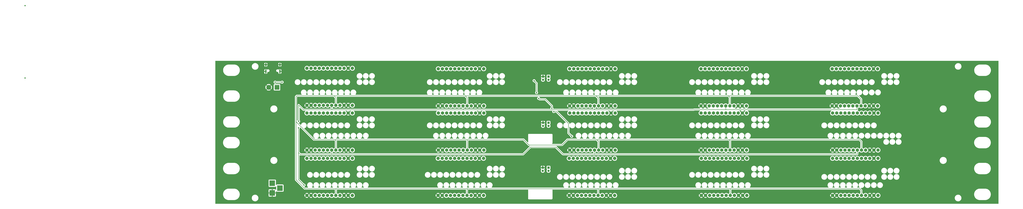
<source format=gbr>
%TF.GenerationSoftware,KiCad,Pcbnew,(6.0.11)*%
%TF.CreationDate,2023-07-11T13:36:52+02:00*%
%TF.ProjectId,T-DISPLAY-S3,542d4449-5350-44c4-9159-2d53332e6b69,1*%
%TF.SameCoordinates,Original*%
%TF.FileFunction,Copper,L2,Bot*%
%TF.FilePolarity,Positive*%
%FSLAX46Y46*%
G04 Gerber Fmt 4.6, Leading zero omitted, Abs format (unit mm)*
G04 Created by KiCad (PCBNEW (6.0.11)) date 2023-07-11 13:36:52*
%MOMM*%
%LPD*%
G01*
G04 APERTURE LIST*
%TA.AperFunction,ComponentPad*%
%ADD10R,1.350000X1.350000*%
%TD*%
%TA.AperFunction,ComponentPad*%
%ADD11O,1.350000X1.350000*%
%TD*%
%TA.AperFunction,ComponentPad*%
%ADD12R,3.500000X3.500000*%
%TD*%
%TA.AperFunction,ComponentPad*%
%ADD13O,0.900000X2.100000*%
%TD*%
%TA.AperFunction,ComponentPad*%
%ADD14O,1.000000X1.600000*%
%TD*%
%TA.AperFunction,ComponentPad*%
%ADD15C,2.000000*%
%TD*%
%TA.AperFunction,ComponentPad*%
%ADD16R,3.000000X3.000000*%
%TD*%
%TA.AperFunction,ComponentPad*%
%ADD17C,3.000000*%
%TD*%
%TA.AperFunction,ViaPad*%
%ADD18C,0.800000*%
%TD*%
%TA.AperFunction,Conductor*%
%ADD19C,0.250000*%
%TD*%
G04 APERTURE END LIST*
D10*
%TO.P,J4,1,Pin_1*%
%TO.N,GND*%
X272796000Y-199787000D03*
D11*
%TO.P,J4,2,Pin_2*%
%TO.N,+5V*%
X272796000Y-201787000D03*
%TD*%
D12*
%TO.P,J3,1*%
%TO.N,+5V*%
X106315000Y-265526000D03*
%TO.P,J3,2*%
%TO.N,GND*%
X106315000Y-271526000D03*
%TO.P,J3,3*%
%TO.N,N/C*%
X111015000Y-268526000D03*
%TD*%
D10*
%TO.P,J6,1,Pin_1*%
%TO.N,GND*%
X272796000Y-228235000D03*
D11*
%TO.P,J6,2,Pin_2*%
%TO.N,+5V*%
X272796000Y-230235000D03*
%TD*%
D13*
%TO.P,J2,S1,SHIELD*%
%TO.N,GND*%
X111000000Y-196620000D03*
X102360000Y-196620000D03*
D14*
X111000000Y-192440000D03*
X102360000Y-192440000D03*
%TD*%
D15*
%TO.P,U1,1,3v*%
%TO.N,unconnected-(U1-Pad1)*%
X127660400Y-194640201D03*
%TO.P,U1,2,1*%
%TO.N,unconnected-(U1-Pad2)*%
X130200400Y-194640201D03*
%TO.P,U1,3,2*%
%TO.N,unconnected-(U1-Pad3)*%
X132740400Y-194640201D03*
%TO.P,U1,4,3*%
%TO.N,unconnected-(U1-Pad4)*%
X135280400Y-194640201D03*
%TO.P,U1,5,10*%
%TO.N,unconnected-(U1-Pad5)*%
X137820400Y-194640201D03*
%TO.P,U1,6,11*%
%TO.N,unconnected-(U1-Pad6)*%
X140360400Y-194640201D03*
%TO.P,U1,7,12*%
%TO.N,unconnected-(U1-Pad7)*%
X142900400Y-194640201D03*
%TO.P,U1,8,13*%
%TO.N,unconnected-(U1-Pad8)*%
X145440400Y-194640201D03*
%TO.P,U1,9,NC*%
%TO.N,unconnected-(U1-Pad9)*%
X147980400Y-194640201D03*
%TO.P,U1,10,NC*%
%TO.N,unconnected-(U1-Pad10)*%
X150520400Y-194640201D03*
%TO.P,U1,11,GND*%
%TO.N,GND*%
X153060400Y-194640201D03*
%TO.P,U1,12,5V*%
%TO.N,+5V*%
X155600400Y-194640201D03*
%TO.P,U1,13,GND*%
%TO.N,GND*%
X127660400Y-217502065D03*
%TO.P,U1,14,GND*%
X130200400Y-217502065D03*
%TO.P,U1,15,43*%
%TO.N,unconnected-(U1-Pad15)*%
X132740400Y-217502065D03*
%TO.P,U1,16,44*%
%TO.N,unconnected-(U1-Pad16)*%
X135280400Y-217502065D03*
%TO.P,U1,17,18*%
%TO.N,unconnected-(U1-Pad17)*%
X137820400Y-217502065D03*
%TO.P,U1,18,17*%
%TO.N,unconnected-(U1-Pad18)*%
X140360400Y-217502065D03*
%TO.P,U1,19,21*%
%TO.N,/SDA*%
X142900400Y-217502065D03*
%TO.P,U1,20,16*%
%TO.N,/SCL*%
X145440400Y-217502065D03*
%TO.P,U1,21,NC*%
%TO.N,unconnected-(U1-Pad21)*%
X147980400Y-217502065D03*
%TO.P,U1,22,GND*%
%TO.N,GND*%
X150520400Y-217502065D03*
%TO.P,U1,23,GND*%
X153060400Y-217502065D03*
%TO.P,U1,24,3v*%
%TO.N,unconnected-(U1-Pad24)*%
X155600400Y-217502065D03*
%TD*%
%TO.P,U11,1,3v*%
%TO.N,unconnected-(U11-Pad1)*%
X127635000Y-250190000D03*
%TO.P,U11,2,1*%
%TO.N,unconnected-(U11-Pad2)*%
X130175000Y-250190000D03*
%TO.P,U11,3,2*%
%TO.N,unconnected-(U11-Pad3)*%
X132715000Y-250190000D03*
%TO.P,U11,4,3*%
%TO.N,unconnected-(U11-Pad4)*%
X135255000Y-250190000D03*
%TO.P,U11,5,10*%
%TO.N,unconnected-(U11-Pad5)*%
X137795000Y-250190000D03*
%TO.P,U11,6,11*%
%TO.N,unconnected-(U11-Pad6)*%
X140335000Y-250190000D03*
%TO.P,U11,7,12*%
%TO.N,unconnected-(U11-Pad7)*%
X142875000Y-250190000D03*
%TO.P,U11,8,13*%
%TO.N,unconnected-(U11-Pad8)*%
X145415000Y-250190000D03*
%TO.P,U11,9,NC*%
%TO.N,unconnected-(U11-Pad9)*%
X147955000Y-250190000D03*
%TO.P,U11,10,NC*%
%TO.N,unconnected-(U11-Pad10)*%
X150495000Y-250190000D03*
%TO.P,U11,11,GND*%
%TO.N,GND*%
X153035000Y-250190000D03*
%TO.P,U11,12,5V*%
%TO.N,+5V*%
X155575000Y-250190000D03*
%TO.P,U11,13,GND*%
%TO.N,GND*%
X127635000Y-273051864D03*
%TO.P,U11,14,GND*%
X130175000Y-273051864D03*
%TO.P,U11,15,43*%
%TO.N,unconnected-(U11-Pad15)*%
X132715000Y-273051864D03*
%TO.P,U11,16,44*%
%TO.N,unconnected-(U11-Pad16)*%
X135255000Y-273051864D03*
%TO.P,U11,17,18*%
%TO.N,unconnected-(U11-Pad17)*%
X137795000Y-273051864D03*
%TO.P,U11,18,17*%
%TO.N,unconnected-(U11-Pad18)*%
X140335000Y-273051864D03*
%TO.P,U11,19,21*%
%TO.N,/SDA*%
X142875000Y-273051864D03*
%TO.P,U11,20,16*%
%TO.N,/SCL*%
X145415000Y-273051864D03*
%TO.P,U11,21,NC*%
%TO.N,unconnected-(U11-Pad21)*%
X147955000Y-273051864D03*
%TO.P,U11,22,GND*%
%TO.N,GND*%
X150495000Y-273051864D03*
%TO.P,U11,23,GND*%
X153035000Y-273051864D03*
%TO.P,U11,24,3v*%
%TO.N,unconnected-(U11-Pad24)*%
X155575000Y-273051864D03*
%TD*%
%TO.P,U7,1,3v*%
%TO.N,unconnected-(U7-Pad1)*%
X208438750Y-222250000D03*
%TO.P,U7,2,1*%
%TO.N,unconnected-(U7-Pad2)*%
X210978750Y-222250000D03*
%TO.P,U7,3,2*%
%TO.N,unconnected-(U7-Pad3)*%
X213518750Y-222250000D03*
%TO.P,U7,4,3*%
%TO.N,unconnected-(U7-Pad4)*%
X216058750Y-222250000D03*
%TO.P,U7,5,10*%
%TO.N,unconnected-(U7-Pad5)*%
X218598750Y-222250000D03*
%TO.P,U7,6,11*%
%TO.N,unconnected-(U7-Pad6)*%
X221138750Y-222250000D03*
%TO.P,U7,7,12*%
%TO.N,unconnected-(U7-Pad7)*%
X223678750Y-222250000D03*
%TO.P,U7,8,13*%
%TO.N,unconnected-(U7-Pad8)*%
X226218750Y-222250000D03*
%TO.P,U7,9,NC*%
%TO.N,unconnected-(U7-Pad9)*%
X228758750Y-222250000D03*
%TO.P,U7,10,NC*%
%TO.N,unconnected-(U7-Pad10)*%
X231298750Y-222250000D03*
%TO.P,U7,11,GND*%
%TO.N,GND*%
X233838750Y-222250000D03*
%TO.P,U7,12,5V*%
%TO.N,+5V*%
X236378750Y-222250000D03*
%TO.P,U7,13,GND*%
%TO.N,GND*%
X208438750Y-245111864D03*
%TO.P,U7,14,GND*%
X210978750Y-245111864D03*
%TO.P,U7,15,43*%
%TO.N,unconnected-(U7-Pad15)*%
X213518750Y-245111864D03*
%TO.P,U7,16,44*%
%TO.N,unconnected-(U7-Pad16)*%
X216058750Y-245111864D03*
%TO.P,U7,17,18*%
%TO.N,unconnected-(U7-Pad17)*%
X218598750Y-245111864D03*
%TO.P,U7,18,17*%
%TO.N,unconnected-(U7-Pad18)*%
X221138750Y-245111864D03*
%TO.P,U7,19,21*%
%TO.N,/SDA*%
X223678750Y-245111864D03*
%TO.P,U7,20,16*%
%TO.N,/SCL*%
X226218750Y-245111864D03*
%TO.P,U7,21,NC*%
%TO.N,unconnected-(U7-Pad21)*%
X228758750Y-245111864D03*
%TO.P,U7,22,GND*%
%TO.N,GND*%
X231298750Y-245111864D03*
%TO.P,U7,23,GND*%
X233838750Y-245111864D03*
%TO.P,U7,24,3v*%
%TO.N,unconnected-(U7-Pad24)*%
X236378750Y-245111864D03*
%TD*%
%TO.P,U2,1,3v*%
%TO.N,unconnected-(U2-Pad1)*%
X208407000Y-194945000D03*
%TO.P,U2,2,1*%
%TO.N,unconnected-(U2-Pad2)*%
X210947000Y-194945000D03*
%TO.P,U2,3,2*%
%TO.N,unconnected-(U2-Pad3)*%
X213487000Y-194945000D03*
%TO.P,U2,4,3*%
%TO.N,unconnected-(U2-Pad4)*%
X216027000Y-194945000D03*
%TO.P,U2,5,10*%
%TO.N,unconnected-(U2-Pad5)*%
X218567000Y-194945000D03*
%TO.P,U2,6,11*%
%TO.N,unconnected-(U2-Pad6)*%
X221107000Y-194945000D03*
%TO.P,U2,7,12*%
%TO.N,unconnected-(U2-Pad7)*%
X223647000Y-194945000D03*
%TO.P,U2,8,13*%
%TO.N,unconnected-(U2-Pad8)*%
X226187000Y-194945000D03*
%TO.P,U2,9,NC*%
%TO.N,unconnected-(U2-Pad9)*%
X228727000Y-194945000D03*
%TO.P,U2,10,NC*%
%TO.N,unconnected-(U2-Pad10)*%
X231267000Y-194945000D03*
%TO.P,U2,11,GND*%
%TO.N,GND*%
X233807000Y-194945000D03*
%TO.P,U2,12,5V*%
%TO.N,+5V*%
X236347000Y-194945000D03*
%TO.P,U2,13,GND*%
%TO.N,GND*%
X208407000Y-217806864D03*
%TO.P,U2,14,GND*%
X210947000Y-217806864D03*
%TO.P,U2,15,43*%
%TO.N,unconnected-(U2-Pad15)*%
X213487000Y-217806864D03*
%TO.P,U2,16,44*%
%TO.N,unconnected-(U2-Pad16)*%
X216027000Y-217806864D03*
%TO.P,U2,17,18*%
%TO.N,unconnected-(U2-Pad17)*%
X218567000Y-217806864D03*
%TO.P,U2,18,17*%
%TO.N,unconnected-(U2-Pad18)*%
X221107000Y-217806864D03*
%TO.P,U2,19,21*%
%TO.N,/SDA*%
X223647000Y-217806864D03*
%TO.P,U2,20,16*%
%TO.N,/SCL*%
X226187000Y-217806864D03*
%TO.P,U2,21,NC*%
%TO.N,unconnected-(U2-Pad21)*%
X228727000Y-217806864D03*
%TO.P,U2,22,GND*%
%TO.N,GND*%
X231267000Y-217806864D03*
%TO.P,U2,23,GND*%
X233807000Y-217806864D03*
%TO.P,U2,24,3v*%
%TO.N,unconnected-(U2-Pad24)*%
X236347000Y-217806864D03*
%TD*%
%TO.P,U12,1,3v*%
%TO.N,unconnected-(U12-Pad1)*%
X208280000Y-250190000D03*
%TO.P,U12,2,1*%
%TO.N,unconnected-(U12-Pad2)*%
X210820000Y-250190000D03*
%TO.P,U12,3,2*%
%TO.N,unconnected-(U12-Pad3)*%
X213360000Y-250190000D03*
%TO.P,U12,4,3*%
%TO.N,unconnected-(U12-Pad4)*%
X215900000Y-250190000D03*
%TO.P,U12,5,10*%
%TO.N,unconnected-(U12-Pad5)*%
X218440000Y-250190000D03*
%TO.P,U12,6,11*%
%TO.N,unconnected-(U12-Pad6)*%
X220980000Y-250190000D03*
%TO.P,U12,7,12*%
%TO.N,unconnected-(U12-Pad7)*%
X223520000Y-250190000D03*
%TO.P,U12,8,13*%
%TO.N,unconnected-(U12-Pad8)*%
X226060000Y-250190000D03*
%TO.P,U12,9,NC*%
%TO.N,unconnected-(U12-Pad9)*%
X228600000Y-250190000D03*
%TO.P,U12,10,NC*%
%TO.N,unconnected-(U12-Pad10)*%
X231140000Y-250190000D03*
%TO.P,U12,11,GND*%
%TO.N,GND*%
X233680000Y-250190000D03*
%TO.P,U12,12,5V*%
%TO.N,+5V*%
X236220000Y-250190000D03*
%TO.P,U12,13,GND*%
%TO.N,GND*%
X208280000Y-273051864D03*
%TO.P,U12,14,GND*%
X210820000Y-273051864D03*
%TO.P,U12,15,43*%
%TO.N,unconnected-(U12-Pad15)*%
X213360000Y-273051864D03*
%TO.P,U12,16,44*%
%TO.N,unconnected-(U12-Pad16)*%
X215900000Y-273051864D03*
%TO.P,U12,17,18*%
%TO.N,unconnected-(U12-Pad17)*%
X218440000Y-273051864D03*
%TO.P,U12,18,17*%
%TO.N,unconnected-(U12-Pad18)*%
X220980000Y-273051864D03*
%TO.P,U12,19,21*%
%TO.N,/SDA*%
X223520000Y-273051864D03*
%TO.P,U12,20,16*%
%TO.N,/SCL*%
X226060000Y-273051864D03*
%TO.P,U12,21,NC*%
%TO.N,unconnected-(U12-Pad21)*%
X228600000Y-273051864D03*
%TO.P,U12,22,GND*%
%TO.N,GND*%
X231140000Y-273051864D03*
%TO.P,U12,23,GND*%
X233680000Y-273051864D03*
%TO.P,U12,24,3v*%
%TO.N,unconnected-(U12-Pad24)*%
X236220000Y-273051864D03*
%TD*%
%TO.P,U5,1,3v*%
%TO.N,unconnected-(U5-Pad1)*%
X450646800Y-194945000D03*
%TO.P,U5,2,1*%
%TO.N,unconnected-(U5-Pad2)*%
X453186800Y-194945000D03*
%TO.P,U5,3,2*%
%TO.N,unconnected-(U5-Pad3)*%
X455726800Y-194945000D03*
%TO.P,U5,4,3*%
%TO.N,unconnected-(U5-Pad4)*%
X458266800Y-194945000D03*
%TO.P,U5,5,10*%
%TO.N,unconnected-(U5-Pad5)*%
X460806800Y-194945000D03*
%TO.P,U5,6,11*%
%TO.N,unconnected-(U5-Pad6)*%
X463346800Y-194945000D03*
%TO.P,U5,7,12*%
%TO.N,unconnected-(U5-Pad7)*%
X465886800Y-194945000D03*
%TO.P,U5,8,13*%
%TO.N,unconnected-(U5-Pad8)*%
X468426800Y-194945000D03*
%TO.P,U5,9,NC*%
%TO.N,unconnected-(U5-Pad9)*%
X470966800Y-194945000D03*
%TO.P,U5,10,NC*%
%TO.N,unconnected-(U5-Pad10)*%
X473506800Y-194945000D03*
%TO.P,U5,11,GND*%
%TO.N,GND*%
X476046800Y-194945000D03*
%TO.P,U5,12,5V*%
%TO.N,+5V*%
X478586800Y-194945000D03*
%TO.P,U5,13,GND*%
%TO.N,GND*%
X450646800Y-217806864D03*
%TO.P,U5,14,GND*%
X453186800Y-217806864D03*
%TO.P,U5,15,43*%
%TO.N,unconnected-(U5-Pad15)*%
X455726800Y-217806864D03*
%TO.P,U5,16,44*%
%TO.N,unconnected-(U5-Pad16)*%
X458266800Y-217806864D03*
%TO.P,U5,17,18*%
%TO.N,unconnected-(U5-Pad17)*%
X460806800Y-217806864D03*
%TO.P,U5,18,17*%
%TO.N,unconnected-(U5-Pad18)*%
X463346800Y-217806864D03*
%TO.P,U5,19,21*%
%TO.N,/SDA*%
X465886800Y-217806864D03*
%TO.P,U5,20,16*%
%TO.N,/SCL*%
X468426800Y-217806864D03*
%TO.P,U5,21,NC*%
%TO.N,unconnected-(U5-Pad21)*%
X470966800Y-217806864D03*
%TO.P,U5,22,GND*%
%TO.N,GND*%
X473506800Y-217806864D03*
%TO.P,U5,23,GND*%
X476046800Y-217806864D03*
%TO.P,U5,24,3v*%
%TO.N,unconnected-(U5-Pad24)*%
X478586800Y-217806864D03*
%TD*%
%TO.P,U10,1,3v*%
%TO.N,unconnected-(U10-Pad1)*%
X450850000Y-222250000D03*
%TO.P,U10,2,1*%
%TO.N,unconnected-(U10-Pad2)*%
X453390000Y-222250000D03*
%TO.P,U10,3,2*%
%TO.N,unconnected-(U10-Pad3)*%
X455930000Y-222250000D03*
%TO.P,U10,4,3*%
%TO.N,unconnected-(U10-Pad4)*%
X458470000Y-222250000D03*
%TO.P,U10,5,10*%
%TO.N,unconnected-(U10-Pad5)*%
X461010000Y-222250000D03*
%TO.P,U10,6,11*%
%TO.N,unconnected-(U10-Pad6)*%
X463550000Y-222250000D03*
%TO.P,U10,7,12*%
%TO.N,unconnected-(U10-Pad7)*%
X466090000Y-222250000D03*
%TO.P,U10,8,13*%
%TO.N,unconnected-(U10-Pad8)*%
X468630000Y-222250000D03*
%TO.P,U10,9,NC*%
%TO.N,unconnected-(U10-Pad9)*%
X471170000Y-222250000D03*
%TO.P,U10,10,NC*%
%TO.N,unconnected-(U10-Pad10)*%
X473710000Y-222250000D03*
%TO.P,U10,11,GND*%
%TO.N,GND*%
X476250000Y-222250000D03*
%TO.P,U10,12,5V*%
%TO.N,+5V*%
X478790000Y-222250000D03*
%TO.P,U10,13,GND*%
%TO.N,GND*%
X450850000Y-245111864D03*
%TO.P,U10,14,GND*%
X453390000Y-245111864D03*
%TO.P,U10,15,43*%
%TO.N,unconnected-(U10-Pad15)*%
X455930000Y-245111864D03*
%TO.P,U10,16,44*%
%TO.N,unconnected-(U10-Pad16)*%
X458470000Y-245111864D03*
%TO.P,U10,17,18*%
%TO.N,unconnected-(U10-Pad17)*%
X461010000Y-245111864D03*
%TO.P,U10,18,17*%
%TO.N,unconnected-(U10-Pad18)*%
X463550000Y-245111864D03*
%TO.P,U10,19,21*%
%TO.N,/SDA*%
X466090000Y-245111864D03*
%TO.P,U10,20,16*%
%TO.N,/SCL*%
X468630000Y-245111864D03*
%TO.P,U10,21,NC*%
%TO.N,unconnected-(U10-Pad21)*%
X471170000Y-245111864D03*
%TO.P,U10,22,GND*%
%TO.N,GND*%
X473710000Y-245111864D03*
%TO.P,U10,23,GND*%
X476250000Y-245111864D03*
%TO.P,U10,24,3v*%
%TO.N,unconnected-(U10-Pad24)*%
X478790000Y-245111864D03*
%TD*%
%TO.P,U8,1,3v*%
%TO.N,unconnected-(U8-Pad1)*%
X289242500Y-222250000D03*
%TO.P,U8,2,1*%
%TO.N,unconnected-(U8-Pad2)*%
X291782500Y-222250000D03*
%TO.P,U8,3,2*%
%TO.N,GPIOFAN2*%
X294322500Y-222250000D03*
%TO.P,U8,4,3*%
%TO.N,unconnected-(U8-Pad4)*%
X296862500Y-222250000D03*
%TO.P,U8,5,10*%
%TO.N,unconnected-(U8-Pad5)*%
X299402500Y-222250000D03*
%TO.P,U8,6,11*%
%TO.N,unconnected-(U8-Pad6)*%
X301942500Y-222250000D03*
%TO.P,U8,7,12*%
%TO.N,unconnected-(U8-Pad7)*%
X304482500Y-222250000D03*
%TO.P,U8,8,13*%
%TO.N,unconnected-(U8-Pad8)*%
X307022500Y-222250000D03*
%TO.P,U8,9,NC*%
%TO.N,unconnected-(U8-Pad9)*%
X309562500Y-222250000D03*
%TO.P,U8,10,NC*%
%TO.N,unconnected-(U8-Pad10)*%
X312102500Y-222250000D03*
%TO.P,U8,11,GND*%
%TO.N,GND*%
X314642500Y-222250000D03*
%TO.P,U8,12,5V*%
%TO.N,+5V*%
X317182500Y-222250000D03*
%TO.P,U8,13,GND*%
%TO.N,GND*%
X289242500Y-245111864D03*
%TO.P,U8,14,GND*%
X291782500Y-245111864D03*
%TO.P,U8,15,43*%
%TO.N,GPIOFAN1*%
X294322500Y-245111864D03*
%TO.P,U8,16,44*%
%TO.N,unconnected-(U8-Pad16)*%
X296862500Y-245111864D03*
%TO.P,U8,17,18*%
%TO.N,GPIOFAN3*%
X299402500Y-245111864D03*
%TO.P,U8,18,17*%
%TO.N,unconnected-(U8-Pad18)*%
X301942500Y-245111864D03*
%TO.P,U8,19,21*%
%TO.N,/SDA*%
X304482500Y-245111864D03*
%TO.P,U8,20,16*%
%TO.N,/SCL*%
X307022500Y-245111864D03*
%TO.P,U8,21,NC*%
%TO.N,unconnected-(U8-Pad21)*%
X309562500Y-245111864D03*
%TO.P,U8,22,GND*%
%TO.N,GND*%
X312102500Y-245111864D03*
%TO.P,U8,23,GND*%
X314642500Y-245111864D03*
%TO.P,U8,24,3v*%
%TO.N,unconnected-(U8-Pad24)*%
X317182500Y-245111864D03*
%TD*%
D10*
%TO.P,J8,1,Pin_1*%
%TO.N,GND*%
X272669000Y-255905000D03*
D11*
%TO.P,J8,2,Pin_2*%
%TO.N,+5V*%
X272669000Y-257905000D03*
%TD*%
D15*
%TO.P,U4,1,3v*%
%TO.N,unconnected-(U4-Pad1)*%
X369900200Y-194945000D03*
%TO.P,U4,2,1*%
%TO.N,unconnected-(U4-Pad2)*%
X372440200Y-194945000D03*
%TO.P,U4,3,2*%
%TO.N,unconnected-(U4-Pad3)*%
X374980200Y-194945000D03*
%TO.P,U4,4,3*%
%TO.N,unconnected-(U4-Pad4)*%
X377520200Y-194945000D03*
%TO.P,U4,5,10*%
%TO.N,unconnected-(U4-Pad5)*%
X380060200Y-194945000D03*
%TO.P,U4,6,11*%
%TO.N,unconnected-(U4-Pad6)*%
X382600200Y-194945000D03*
%TO.P,U4,7,12*%
%TO.N,unconnected-(U4-Pad7)*%
X385140200Y-194945000D03*
%TO.P,U4,8,13*%
%TO.N,unconnected-(U4-Pad8)*%
X387680200Y-194945000D03*
%TO.P,U4,9,NC*%
%TO.N,unconnected-(U4-Pad9)*%
X390220200Y-194945000D03*
%TO.P,U4,10,NC*%
%TO.N,unconnected-(U4-Pad10)*%
X392760200Y-194945000D03*
%TO.P,U4,11,GND*%
%TO.N,GND*%
X395300200Y-194945000D03*
%TO.P,U4,12,5V*%
%TO.N,+5V*%
X397840200Y-194945000D03*
%TO.P,U4,13,GND*%
%TO.N,GND*%
X369900200Y-217806864D03*
%TO.P,U4,14,GND*%
X372440200Y-217806864D03*
%TO.P,U4,15,43*%
%TO.N,unconnected-(U4-Pad15)*%
X374980200Y-217806864D03*
%TO.P,U4,16,44*%
%TO.N,unconnected-(U4-Pad16)*%
X377520200Y-217806864D03*
%TO.P,U4,17,18*%
%TO.N,unconnected-(U4-Pad17)*%
X380060200Y-217806864D03*
%TO.P,U4,18,17*%
%TO.N,unconnected-(U4-Pad18)*%
X382600200Y-217806864D03*
%TO.P,U4,19,21*%
%TO.N,/SDA*%
X385140200Y-217806864D03*
%TO.P,U4,20,16*%
%TO.N,/SCL*%
X387680200Y-217806864D03*
%TO.P,U4,21,NC*%
%TO.N,unconnected-(U4-Pad21)*%
X390220200Y-217806864D03*
%TO.P,U4,22,GND*%
%TO.N,GND*%
X392760200Y-217806864D03*
%TO.P,U4,23,GND*%
X395300200Y-217806864D03*
%TO.P,U4,24,3v*%
%TO.N,unconnected-(U4-Pad24)*%
X397840200Y-217806864D03*
%TD*%
D16*
%TO.P,J1,1,Pin_1*%
%TO.N,+5V*%
X109220000Y-206375000D03*
D17*
%TO.P,J1,2,Pin_2*%
%TO.N,GND*%
X104140000Y-206375000D03*
%TD*%
D15*
%TO.P,U15,1,3v*%
%TO.N,unconnected-(U15-Pad1)*%
X450850000Y-250190000D03*
%TO.P,U15,2,1*%
%TO.N,unconnected-(U15-Pad2)*%
X453390000Y-250190000D03*
%TO.P,U15,3,2*%
%TO.N,unconnected-(U15-Pad3)*%
X455930000Y-250190000D03*
%TO.P,U15,4,3*%
%TO.N,unconnected-(U15-Pad4)*%
X458470000Y-250190000D03*
%TO.P,U15,5,10*%
%TO.N,unconnected-(U15-Pad5)*%
X461010000Y-250190000D03*
%TO.P,U15,6,11*%
%TO.N,unconnected-(U15-Pad6)*%
X463550000Y-250190000D03*
%TO.P,U15,7,12*%
%TO.N,unconnected-(U15-Pad7)*%
X466090000Y-250190000D03*
%TO.P,U15,8,13*%
%TO.N,unconnected-(U15-Pad8)*%
X468630000Y-250190000D03*
%TO.P,U15,9,NC*%
%TO.N,unconnected-(U15-Pad9)*%
X471170000Y-250190000D03*
%TO.P,U15,10,NC*%
%TO.N,unconnected-(U15-Pad10)*%
X473710000Y-250190000D03*
%TO.P,U15,11,GND*%
%TO.N,GND*%
X476250000Y-250190000D03*
%TO.P,U15,12,5V*%
%TO.N,+5V*%
X478790000Y-250190000D03*
%TO.P,U15,13,GND*%
%TO.N,GND*%
X450850000Y-273051864D03*
%TO.P,U15,14,GND*%
X453390000Y-273051864D03*
%TO.P,U15,15,43*%
%TO.N,unconnected-(U15-Pad15)*%
X455930000Y-273051864D03*
%TO.P,U15,16,44*%
%TO.N,unconnected-(U15-Pad16)*%
X458470000Y-273051864D03*
%TO.P,U15,17,18*%
%TO.N,unconnected-(U15-Pad17)*%
X461010000Y-273051864D03*
%TO.P,U15,18,17*%
%TO.N,unconnected-(U15-Pad18)*%
X463550000Y-273051864D03*
%TO.P,U15,19,21*%
%TO.N,/SDA*%
X466090000Y-273051864D03*
%TO.P,U15,20,16*%
%TO.N,/SCL*%
X468630000Y-273051864D03*
%TO.P,U15,21,NC*%
%TO.N,unconnected-(U15-Pad21)*%
X471170000Y-273051864D03*
%TO.P,U15,22,GND*%
%TO.N,GND*%
X473710000Y-273051864D03*
%TO.P,U15,23,GND*%
X476250000Y-273051864D03*
%TO.P,U15,24,3v*%
%TO.N,unconnected-(U15-Pad24)*%
X478790000Y-273051864D03*
%TD*%
D10*
%TO.P,J5,1,Pin_1*%
%TO.N,FAN1GND*%
X276225000Y-199787000D03*
D11*
%TO.P,J5,2,Pin_2*%
%TO.N,+5V*%
X276225000Y-201787000D03*
%TD*%
D15*
%TO.P,U14,1,3v*%
%TO.N,unconnected-(U14-Pad1)*%
X370205000Y-250190000D03*
%TO.P,U14,2,1*%
%TO.N,unconnected-(U14-Pad2)*%
X372745000Y-250190000D03*
%TO.P,U14,3,2*%
%TO.N,unconnected-(U14-Pad3)*%
X375285000Y-250190000D03*
%TO.P,U14,4,3*%
%TO.N,unconnected-(U14-Pad4)*%
X377825000Y-250190000D03*
%TO.P,U14,5,10*%
%TO.N,unconnected-(U14-Pad5)*%
X380365000Y-250190000D03*
%TO.P,U14,6,11*%
%TO.N,unconnected-(U14-Pad6)*%
X382905000Y-250190000D03*
%TO.P,U14,7,12*%
%TO.N,unconnected-(U14-Pad7)*%
X385445000Y-250190000D03*
%TO.P,U14,8,13*%
%TO.N,unconnected-(U14-Pad8)*%
X387985000Y-250190000D03*
%TO.P,U14,9,NC*%
%TO.N,unconnected-(U14-Pad9)*%
X390525000Y-250190000D03*
%TO.P,U14,10,NC*%
%TO.N,unconnected-(U14-Pad10)*%
X393065000Y-250190000D03*
%TO.P,U14,11,GND*%
%TO.N,GND*%
X395605000Y-250190000D03*
%TO.P,U14,12,5V*%
%TO.N,+5V*%
X398145000Y-250190000D03*
%TO.P,U14,13,GND*%
%TO.N,GND*%
X370205000Y-273051864D03*
%TO.P,U14,14,GND*%
X372745000Y-273051864D03*
%TO.P,U14,15,43*%
%TO.N,unconnected-(U14-Pad15)*%
X375285000Y-273051864D03*
%TO.P,U14,16,44*%
%TO.N,unconnected-(U14-Pad16)*%
X377825000Y-273051864D03*
%TO.P,U14,17,18*%
%TO.N,unconnected-(U14-Pad17)*%
X380365000Y-273051864D03*
%TO.P,U14,18,17*%
%TO.N,unconnected-(U14-Pad18)*%
X382905000Y-273051864D03*
%TO.P,U14,19,21*%
%TO.N,/SDA*%
X385445000Y-273051864D03*
%TO.P,U14,20,16*%
%TO.N,/SCL*%
X387985000Y-273051864D03*
%TO.P,U14,21,NC*%
%TO.N,unconnected-(U14-Pad21)*%
X390525000Y-273051864D03*
%TO.P,U14,22,GND*%
%TO.N,GND*%
X393065000Y-273051864D03*
%TO.P,U14,23,GND*%
X395605000Y-273051864D03*
%TO.P,U14,24,3v*%
%TO.N,unconnected-(U14-Pad24)*%
X398145000Y-273051864D03*
%TD*%
%TO.P,U3,1,3v*%
%TO.N,unconnected-(U3-Pad1)*%
X289153600Y-194945000D03*
%TO.P,U3,2,1*%
%TO.N,unconnected-(U3-Pad2)*%
X291693600Y-194945000D03*
%TO.P,U3,3,2*%
%TO.N,unconnected-(U3-Pad3)*%
X294233600Y-194945000D03*
%TO.P,U3,4,3*%
%TO.N,unconnected-(U3-Pad4)*%
X296773600Y-194945000D03*
%TO.P,U3,5,10*%
%TO.N,unconnected-(U3-Pad5)*%
X299313600Y-194945000D03*
%TO.P,U3,6,11*%
%TO.N,unconnected-(U3-Pad6)*%
X301853600Y-194945000D03*
%TO.P,U3,7,12*%
%TO.N,unconnected-(U3-Pad7)*%
X304393600Y-194945000D03*
%TO.P,U3,8,13*%
%TO.N,unconnected-(U3-Pad8)*%
X306933600Y-194945000D03*
%TO.P,U3,9,NC*%
%TO.N,unconnected-(U3-Pad9)*%
X309473600Y-194945000D03*
%TO.P,U3,10,NC*%
%TO.N,unconnected-(U3-Pad10)*%
X312013600Y-194945000D03*
%TO.P,U3,11,GND*%
%TO.N,GND*%
X314553600Y-194945000D03*
%TO.P,U3,12,5V*%
%TO.N,+5V*%
X317093600Y-194945000D03*
%TO.P,U3,13,GND*%
%TO.N,GND*%
X289153600Y-217806864D03*
%TO.P,U3,14,GND*%
X291693600Y-217806864D03*
%TO.P,U3,15,43*%
%TO.N,unconnected-(U3-Pad15)*%
X294233600Y-217806864D03*
%TO.P,U3,16,44*%
%TO.N,unconnected-(U3-Pad16)*%
X296773600Y-217806864D03*
%TO.P,U3,17,18*%
%TO.N,unconnected-(U3-Pad17)*%
X299313600Y-217806864D03*
%TO.P,U3,18,17*%
%TO.N,unconnected-(U3-Pad18)*%
X301853600Y-217806864D03*
%TO.P,U3,19,21*%
%TO.N,/SDA*%
X304393600Y-217806864D03*
%TO.P,U3,20,16*%
%TO.N,/SCL*%
X306933600Y-217806864D03*
%TO.P,U3,21,NC*%
%TO.N,unconnected-(U3-Pad21)*%
X309473600Y-217806864D03*
%TO.P,U3,22,GND*%
%TO.N,GND*%
X312013600Y-217806864D03*
%TO.P,U3,23,GND*%
X314553600Y-217806864D03*
%TO.P,U3,24,3v*%
%TO.N,unconnected-(U3-Pad24)*%
X317093600Y-217806864D03*
%TD*%
%TO.P,U6,1,3v*%
%TO.N,unconnected-(U6-Pad1)*%
X127635000Y-222250000D03*
%TO.P,U6,2,1*%
%TO.N,unconnected-(U6-Pad2)*%
X130175000Y-222250000D03*
%TO.P,U6,3,2*%
%TO.N,unconnected-(U6-Pad3)*%
X132715000Y-222250000D03*
%TO.P,U6,4,3*%
%TO.N,unconnected-(U6-Pad4)*%
X135255000Y-222250000D03*
%TO.P,U6,5,10*%
%TO.N,unconnected-(U6-Pad5)*%
X137795000Y-222250000D03*
%TO.P,U6,6,11*%
%TO.N,unconnected-(U6-Pad6)*%
X140335000Y-222250000D03*
%TO.P,U6,7,12*%
%TO.N,unconnected-(U6-Pad7)*%
X142875000Y-222250000D03*
%TO.P,U6,8,13*%
%TO.N,unconnected-(U6-Pad8)*%
X145415000Y-222250000D03*
%TO.P,U6,9,NC*%
%TO.N,unconnected-(U6-Pad9)*%
X147955000Y-222250000D03*
%TO.P,U6,10,NC*%
%TO.N,unconnected-(U6-Pad10)*%
X150495000Y-222250000D03*
%TO.P,U6,11,GND*%
%TO.N,GND*%
X153035000Y-222250000D03*
%TO.P,U6,12,5V*%
%TO.N,+5V*%
X155575000Y-222250000D03*
%TO.P,U6,13,GND*%
%TO.N,GND*%
X127635000Y-245111864D03*
%TO.P,U6,14,GND*%
X130175000Y-245111864D03*
%TO.P,U6,15,43*%
%TO.N,unconnected-(U6-Pad15)*%
X132715000Y-245111864D03*
%TO.P,U6,16,44*%
%TO.N,unconnected-(U6-Pad16)*%
X135255000Y-245111864D03*
%TO.P,U6,17,18*%
%TO.N,unconnected-(U6-Pad17)*%
X137795000Y-245111864D03*
%TO.P,U6,18,17*%
%TO.N,unconnected-(U6-Pad18)*%
X140335000Y-245111864D03*
%TO.P,U6,19,21*%
%TO.N,/SDA*%
X142875000Y-245111864D03*
%TO.P,U6,20,16*%
%TO.N,/SCL*%
X145415000Y-245111864D03*
%TO.P,U6,21,NC*%
%TO.N,unconnected-(U6-Pad21)*%
X147955000Y-245111864D03*
%TO.P,U6,22,GND*%
%TO.N,GND*%
X150495000Y-245111864D03*
%TO.P,U6,23,GND*%
X153035000Y-245111864D03*
%TO.P,U6,24,3v*%
%TO.N,unconnected-(U6-Pad24)*%
X155575000Y-245111864D03*
%TD*%
D10*
%TO.P,J7,1,Pin_1*%
%TO.N,FAN2GND*%
X276225000Y-228235000D03*
D11*
%TO.P,J7,2,Pin_2*%
%TO.N,+5V*%
X276225000Y-230235000D03*
%TD*%
D15*
%TO.P,U13,1,3v*%
%TO.N,unconnected-(U13-Pad1)*%
X288925000Y-250190000D03*
%TO.P,U13,2,1*%
%TO.N,unconnected-(U13-Pad2)*%
X291465000Y-250190000D03*
%TO.P,U13,3,2*%
%TO.N,unconnected-(U13-Pad3)*%
X294005000Y-250190000D03*
%TO.P,U13,4,3*%
%TO.N,unconnected-(U13-Pad4)*%
X296545000Y-250190000D03*
%TO.P,U13,5,10*%
%TO.N,unconnected-(U13-Pad5)*%
X299085000Y-250190000D03*
%TO.P,U13,6,11*%
%TO.N,unconnected-(U13-Pad6)*%
X301625000Y-250190000D03*
%TO.P,U13,7,12*%
%TO.N,unconnected-(U13-Pad7)*%
X304165000Y-250190000D03*
%TO.P,U13,8,13*%
%TO.N,unconnected-(U13-Pad8)*%
X306705000Y-250190000D03*
%TO.P,U13,9,NC*%
%TO.N,unconnected-(U13-Pad9)*%
X309245000Y-250190000D03*
%TO.P,U13,10,NC*%
%TO.N,unconnected-(U13-Pad10)*%
X311785000Y-250190000D03*
%TO.P,U13,11,GND*%
%TO.N,GND*%
X314325000Y-250190000D03*
%TO.P,U13,12,5V*%
%TO.N,+5V*%
X316865000Y-250190000D03*
%TO.P,U13,13,GND*%
%TO.N,GND*%
X288925000Y-273051864D03*
%TO.P,U13,14,GND*%
X291465000Y-273051864D03*
%TO.P,U13,15,43*%
%TO.N,unconnected-(U13-Pad15)*%
X294005000Y-273051864D03*
%TO.P,U13,16,44*%
%TO.N,unconnected-(U13-Pad16)*%
X296545000Y-273051864D03*
%TO.P,U13,17,18*%
%TO.N,unconnected-(U13-Pad17)*%
X299085000Y-273051864D03*
%TO.P,U13,18,17*%
%TO.N,unconnected-(U13-Pad18)*%
X301625000Y-273051864D03*
%TO.P,U13,19,21*%
%TO.N,/SDA*%
X304165000Y-273051864D03*
%TO.P,U13,20,16*%
%TO.N,/SCL*%
X306705000Y-273051864D03*
%TO.P,U13,21,NC*%
%TO.N,unconnected-(U13-Pad21)*%
X309245000Y-273051864D03*
%TO.P,U13,22,GND*%
%TO.N,GND*%
X311785000Y-273051864D03*
%TO.P,U13,23,GND*%
X314325000Y-273051864D03*
%TO.P,U13,24,3v*%
%TO.N,unconnected-(U13-Pad24)*%
X316865000Y-273051864D03*
%TD*%
D10*
%TO.P,J9,1,Pin_1*%
%TO.N,FAN3GND*%
X276225000Y-255921000D03*
D11*
%TO.P,J9,2,Pin_2*%
%TO.N,+5V*%
X276225000Y-257921000D03*
%TD*%
D15*
%TO.P,U9,1,3v*%
%TO.N,unconnected-(U9-Pad1)*%
X370046250Y-222250000D03*
%TO.P,U9,2,1*%
%TO.N,unconnected-(U9-Pad2)*%
X372586250Y-222250000D03*
%TO.P,U9,3,2*%
%TO.N,unconnected-(U9-Pad3)*%
X375126250Y-222250000D03*
%TO.P,U9,4,3*%
%TO.N,unconnected-(U9-Pad4)*%
X377666250Y-222250000D03*
%TO.P,U9,5,10*%
%TO.N,unconnected-(U9-Pad5)*%
X380206250Y-222250000D03*
%TO.P,U9,6,11*%
%TO.N,unconnected-(U9-Pad6)*%
X382746250Y-222250000D03*
%TO.P,U9,7,12*%
%TO.N,unconnected-(U9-Pad7)*%
X385286250Y-222250000D03*
%TO.P,U9,8,13*%
%TO.N,unconnected-(U9-Pad8)*%
X387826250Y-222250000D03*
%TO.P,U9,9,NC*%
%TO.N,unconnected-(U9-Pad9)*%
X390366250Y-222250000D03*
%TO.P,U9,10,NC*%
%TO.N,unconnected-(U9-Pad10)*%
X392906250Y-222250000D03*
%TO.P,U9,11,GND*%
%TO.N,GND*%
X395446250Y-222250000D03*
%TO.P,U9,12,5V*%
%TO.N,+5V*%
X397986250Y-222250000D03*
%TO.P,U9,13,GND*%
%TO.N,GND*%
X370046250Y-245111864D03*
%TO.P,U9,14,GND*%
X372586250Y-245111864D03*
%TO.P,U9,15,43*%
%TO.N,unconnected-(U9-Pad15)*%
X375126250Y-245111864D03*
%TO.P,U9,16,44*%
%TO.N,unconnected-(U9-Pad16)*%
X377666250Y-245111864D03*
%TO.P,U9,17,18*%
%TO.N,unconnected-(U9-Pad17)*%
X380206250Y-245111864D03*
%TO.P,U9,18,17*%
%TO.N,unconnected-(U9-Pad18)*%
X382746250Y-245111864D03*
%TO.P,U9,19,21*%
%TO.N,/SDA*%
X385286250Y-245111864D03*
%TO.P,U9,20,16*%
%TO.N,/SCL*%
X387826250Y-245111864D03*
%TO.P,U9,21,NC*%
%TO.N,unconnected-(U9-Pad21)*%
X390366250Y-245111864D03*
%TO.P,U9,22,GND*%
%TO.N,GND*%
X392906250Y-245111864D03*
%TO.P,U9,23,GND*%
X395446250Y-245111864D03*
%TO.P,U9,24,3v*%
%TO.N,unconnected-(U9-Pad24)*%
X397986250Y-245111864D03*
%TD*%
D18*
%TO.N,*%
X-45720000Y-200660000D03*
X-45672451Y-156018725D03*
%TO.N,GND*%
X273050000Y-221488000D03*
X272542000Y-247269000D03*
%TO.N,Net-(J2-PadB5)*%
X108077000Y-203200000D03*
X112395000Y-203200000D03*
%TO.N,/SDA*%
X125857000Y-266700000D03*
X122555000Y-227330000D03*
X122428000Y-231394000D03*
%TO.N,GPIOFAN1*%
X278257000Y-219329000D03*
X290449000Y-236601000D03*
X270129000Y-213233000D03*
X268859000Y-209677000D03*
X267335000Y-202311000D03*
X279400000Y-221361000D03*
%TD*%
D19*
%TO.N,/SCL*%
X284480000Y-241935000D02*
X287782000Y-238633000D01*
X264160000Y-241935000D02*
X284480000Y-241935000D01*
X287782000Y-238633000D02*
X305816000Y-238633000D01*
X260858000Y-238633000D02*
X264160000Y-241935000D01*
X225806000Y-238633000D02*
X260858000Y-238633000D01*
%TO.N,Net-(J2-PadB5)*%
X108077000Y-203200000D02*
X112395000Y-203200000D01*
%TO.N,/SDA*%
X122555000Y-217297000D02*
X122555000Y-227330000D01*
X123571000Y-247777000D02*
X130302000Y-247777000D01*
X142875000Y-245111864D02*
X142875000Y-247396000D01*
X223678750Y-245111864D02*
X223678750Y-247237250D01*
X122428000Y-263271000D02*
X125857000Y-266700000D01*
X223678750Y-247237250D02*
X223266000Y-247650000D01*
X365742231Y-220091000D02*
X385318000Y-220091000D01*
X304393600Y-219938600D02*
X304673000Y-220218000D01*
X385286250Y-247554750D02*
X385191000Y-247650000D01*
X142875000Y-247396000D02*
X142621000Y-247650000D01*
X304482500Y-247459500D02*
X304292000Y-247650000D01*
X385318000Y-220091000D02*
X465836000Y-220091000D01*
X385286250Y-245111864D02*
X385286250Y-247554750D01*
X304482500Y-245111864D02*
X304482500Y-247459500D01*
X142900400Y-219862400D02*
X143256000Y-220218000D01*
X143256000Y-220218000D02*
X224028000Y-220218000D01*
X385140200Y-217806864D02*
X385140200Y-219913200D01*
X466090000Y-247523000D02*
X466090000Y-245111864D01*
X223647000Y-217806864D02*
X223647000Y-219837000D01*
X285115000Y-247650000D02*
X304292000Y-247650000D01*
X122555000Y-217297000D02*
X125476000Y-220218000D01*
X365615231Y-220218000D02*
X365742231Y-220091000D01*
X465886800Y-220040200D02*
X465886800Y-217806864D01*
X304292000Y-247650000D02*
X385191000Y-247650000D01*
X223647000Y-219837000D02*
X224028000Y-220218000D01*
X130302000Y-247777000D02*
X130429000Y-247650000D01*
X304393600Y-217806864D02*
X304393600Y-219938600D01*
X125476000Y-220218000D02*
X143256000Y-220218000D01*
X142621000Y-247650000D02*
X142367000Y-247650000D01*
X223266000Y-247650000D02*
X260604000Y-247650000D01*
X142900400Y-217502065D02*
X142900400Y-219862400D01*
X304673000Y-220218000D02*
X365615231Y-220218000D01*
X280670000Y-243205000D02*
X285115000Y-247650000D01*
X122428000Y-231394000D02*
X122428000Y-246634000D01*
X385140200Y-219913200D02*
X385318000Y-220091000D01*
X260604000Y-247650000D02*
X265049000Y-243205000D01*
X465963000Y-247650000D02*
X466090000Y-247523000D01*
X130429000Y-247650000D02*
X142367000Y-247650000D01*
X465836000Y-220091000D02*
X465886800Y-220040200D01*
X122428000Y-246634000D02*
X122428000Y-263271000D01*
X385191000Y-247650000D02*
X465963000Y-247650000D01*
X122428000Y-246634000D02*
X123571000Y-247777000D01*
X142367000Y-247650000D02*
X223266000Y-247650000D01*
X224028000Y-220218000D02*
X304673000Y-220218000D01*
X265049000Y-243205000D02*
X280670000Y-243205000D01*
%TO.N,/SCL*%
X387826250Y-245111864D02*
X387826250Y-239236250D01*
X226060000Y-273051864D02*
X226060000Y-269240000D01*
X387680200Y-217806864D02*
X387680200Y-212547200D01*
X145440400Y-212750400D02*
X144272000Y-211582000D01*
X387680200Y-212547200D02*
X386715000Y-211582000D01*
X387223000Y-238633000D02*
X467360000Y-238633000D01*
X120904000Y-227584000D02*
X120904000Y-263398000D01*
X306933600Y-213207600D02*
X305308000Y-211582000D01*
X306705000Y-269113000D02*
X306451000Y-268859000D01*
X468426800Y-213664800D02*
X466344000Y-211582000D01*
X468630000Y-271145000D02*
X468630000Y-273051864D01*
X467360000Y-238633000D02*
X468630000Y-239903000D01*
X467614000Y-268859000D02*
X468503000Y-269748000D01*
X226441000Y-268859000D02*
X306451000Y-268859000D01*
X307022500Y-239839500D02*
X305816000Y-238633000D01*
X120904000Y-263398000D02*
X126365000Y-268859000D01*
X145415000Y-269113000D02*
X145669000Y-268859000D01*
X306933600Y-217806864D02*
X306933600Y-213207600D01*
X145415000Y-245111864D02*
X145415000Y-239141000D01*
X224917000Y-211582000D02*
X144272000Y-211582000D01*
X144907000Y-238633000D02*
X225806000Y-238633000D01*
X145669000Y-268859000D02*
X226441000Y-268859000D01*
X145415000Y-239141000D02*
X144907000Y-238633000D01*
X120904000Y-227584000D02*
X131953000Y-238633000D01*
X468426800Y-217806864D02*
X468426800Y-213664800D01*
X120904000Y-212090000D02*
X120904000Y-227584000D01*
X226060000Y-269240000D02*
X226441000Y-268859000D01*
X306705000Y-273051864D02*
X306705000Y-269113000D01*
X386715000Y-211582000D02*
X305308000Y-211582000D01*
X126365000Y-268859000D02*
X145669000Y-268859000D01*
X387985000Y-273051864D02*
X387985000Y-268859000D01*
X306451000Y-268859000D02*
X387985000Y-268859000D01*
X305816000Y-238633000D02*
X387223000Y-238633000D01*
X226187000Y-217806864D02*
X226187000Y-212852000D01*
X387985000Y-268859000D02*
X467614000Y-268859000D01*
X145415000Y-273051864D02*
X145415000Y-269113000D01*
X121412000Y-211582000D02*
X120904000Y-212090000D01*
X144272000Y-211582000D02*
X121412000Y-211582000D01*
X226218750Y-239045750D02*
X225806000Y-238633000D01*
X468503000Y-271018000D02*
X468630000Y-271145000D01*
X145440400Y-217502065D02*
X145440400Y-212750400D01*
X468503000Y-269748000D02*
X468503000Y-271018000D01*
X131953000Y-238633000D02*
X144907000Y-238633000D01*
X226218750Y-245111864D02*
X226218750Y-239045750D01*
X387826250Y-239236250D02*
X387223000Y-238633000D01*
X468630000Y-239903000D02*
X468630000Y-245111864D01*
X226187000Y-212852000D02*
X224917000Y-211582000D01*
X307022500Y-245111864D02*
X307022500Y-239839500D01*
X305308000Y-211582000D02*
X224917000Y-211582000D01*
X466344000Y-211582000D02*
X386715000Y-211582000D01*
%TO.N,GPIOFAN1*%
X268859000Y-203835000D02*
X267335000Y-202311000D01*
X282575000Y-222758000D02*
X281178000Y-221361000D01*
X270700500Y-213804500D02*
X270129000Y-213233000D01*
X288417000Y-234569000D02*
X288417000Y-228600000D01*
X278257000Y-219329000D02*
X278257000Y-217805000D01*
X274256500Y-213804500D02*
X270700500Y-213804500D01*
X281178000Y-221361000D02*
X279400000Y-221361000D01*
X268859000Y-209677000D02*
X268859000Y-203835000D01*
X278257000Y-217805000D02*
X274256500Y-213804500D01*
X290449000Y-236601000D02*
X288417000Y-234569000D01*
X288417000Y-228600000D02*
X282575000Y-222758000D01*
%TD*%
%TA.AperFunction,Conductor*%
%TO.N,GND*%
G36*
X552861933Y-190066502D02*
G01*
X552908426Y-190120158D01*
X552919812Y-190172500D01*
X552919812Y-278103500D01*
X552899810Y-278171621D01*
X552846154Y-278218114D01*
X552793812Y-278229500D01*
X71462812Y-278229500D01*
X71394691Y-278209498D01*
X71348198Y-278155842D01*
X71336812Y-278103500D01*
X71336812Y-272429170D01*
X76055240Y-272429170D01*
X76055449Y-272432428D01*
X76055449Y-272432438D01*
X76075855Y-272750751D01*
X76078586Y-272793348D01*
X76139582Y-273153139D01*
X76237570Y-273504663D01*
X76371492Y-273844127D01*
X76373000Y-273847026D01*
X76373001Y-273847028D01*
X76422032Y-273941280D01*
X76539904Y-274167867D01*
X76541696Y-274170581D01*
X76541702Y-274170591D01*
X76722116Y-274443811D01*
X76740989Y-274472392D01*
X76972577Y-274754416D01*
X76974916Y-274756727D01*
X76974917Y-274756728D01*
X77083469Y-274863978D01*
X77232170Y-275010896D01*
X77234721Y-275012940D01*
X77234728Y-275012946D01*
X77313413Y-275075985D01*
X77516967Y-275239065D01*
X77823896Y-275436462D01*
X77826807Y-275437932D01*
X77826814Y-275437936D01*
X78103098Y-275577451D01*
X78149645Y-275600956D01*
X78152706Y-275602121D01*
X78487635Y-275729607D01*
X78487640Y-275729608D01*
X78490699Y-275730773D01*
X78493867Y-275731615D01*
X78493870Y-275731616D01*
X78840204Y-275823669D01*
X78840207Y-275823670D01*
X78843380Y-275824513D01*
X78846629Y-275825024D01*
X78846631Y-275825024D01*
X78971864Y-275844704D01*
X79203881Y-275881164D01*
X79421233Y-275892466D01*
X79540667Y-275898677D01*
X79546095Y-275899272D01*
X79546107Y-275899133D01*
X79550965Y-275899569D01*
X79555762Y-275900376D01*
X79562140Y-275900454D01*
X79563454Y-275900470D01*
X79563457Y-275900470D01*
X79568314Y-275900529D01*
X79595937Y-275896573D01*
X79613799Y-275895300D01*
X82750750Y-275895300D01*
X82771655Y-275897046D01*
X82786656Y-275899570D01*
X82786659Y-275899570D01*
X82791448Y-275900376D01*
X82797585Y-275900451D01*
X82799137Y-275900470D01*
X82799141Y-275900470D01*
X82804000Y-275900529D01*
X82807353Y-275900049D01*
X82808582Y-275900324D01*
X82808559Y-275899876D01*
X82820084Y-275899272D01*
X83171241Y-275880869D01*
X83174481Y-275880356D01*
X83174489Y-275880355D01*
X83341442Y-275853912D01*
X83534459Y-275823341D01*
X83889674Y-275728161D01*
X84232994Y-275596373D01*
X84281180Y-275571821D01*
X84557717Y-275430919D01*
X84557724Y-275430915D01*
X84560658Y-275429420D01*
X84600438Y-275403587D01*
X84846514Y-275243783D01*
X84869075Y-275229132D01*
X85154867Y-274997702D01*
X85414902Y-274737667D01*
X85512692Y-274616907D01*
X93717603Y-274616907D01*
X93718015Y-274624051D01*
X93733581Y-274894019D01*
X93734406Y-274898226D01*
X93734407Y-274898231D01*
X93756914Y-275012946D01*
X93787020Y-275166398D01*
X93788407Y-275170449D01*
X93788408Y-275170453D01*
X93875541Y-275424949D01*
X93875545Y-275424958D01*
X93876930Y-275429004D01*
X93894507Y-275463952D01*
X93994590Y-275662945D01*
X94001648Y-275676979D01*
X94041479Y-275734933D01*
X94155249Y-275900470D01*
X94158866Y-275905733D01*
X94345676Y-276111033D01*
X94348965Y-276113783D01*
X94555327Y-276286329D01*
X94555332Y-276286333D01*
X94558619Y-276289081D01*
X94793756Y-276436583D01*
X95046736Y-276550807D01*
X95050847Y-276552025D01*
X95050853Y-276552027D01*
X95308764Y-276628424D01*
X95308769Y-276628425D01*
X95312877Y-276629642D01*
X95317111Y-276630290D01*
X95317116Y-276630291D01*
X95560203Y-276667488D01*
X95587255Y-276671628D01*
X95728552Y-276673848D01*
X95860501Y-276675921D01*
X95860507Y-276675921D01*
X95864792Y-276675988D01*
X96140353Y-276642641D01*
X96382454Y-276579127D01*
X96404696Y-276573292D01*
X96404697Y-276573292D01*
X96408839Y-276572205D01*
X96665282Y-276465983D01*
X96785109Y-276395962D01*
X96901233Y-276328104D01*
X96901234Y-276328103D01*
X96904936Y-276325940D01*
X97123367Y-276154669D01*
X97162989Y-276113783D01*
X97313550Y-275958415D01*
X97316533Y-275955337D01*
X97319066Y-275951889D01*
X97319070Y-275951884D01*
X97478321Y-275735089D01*
X97480859Y-275731634D01*
X97526486Y-275647600D01*
X97611254Y-275491476D01*
X97611255Y-275491474D01*
X97613304Y-275487700D01*
X97711419Y-275228047D01*
X97773387Y-274957481D01*
X97794903Y-274716393D01*
X97797841Y-274683475D01*
X97797841Y-274683471D01*
X97798061Y-274681008D01*
X97798509Y-274638275D01*
X97797539Y-274624049D01*
X97779922Y-274365623D01*
X97779921Y-274365617D01*
X97779630Y-274361346D01*
X97763723Y-274284534D01*
X126767160Y-274284534D01*
X126772887Y-274292184D01*
X126944042Y-274397069D01*
X126952837Y-274401551D01*
X127162988Y-274488598D01*
X127172373Y-274491647D01*
X127393554Y-274544749D01*
X127403301Y-274546292D01*
X127630070Y-274564139D01*
X127639930Y-274564139D01*
X127866699Y-274546292D01*
X127876446Y-274544749D01*
X128097627Y-274491647D01*
X128107012Y-274488598D01*
X128317163Y-274401551D01*
X128325958Y-274397069D01*
X128493445Y-274294432D01*
X128502400Y-274284534D01*
X129307160Y-274284534D01*
X129312887Y-274292184D01*
X129484042Y-274397069D01*
X129492837Y-274401551D01*
X129702988Y-274488598D01*
X129712373Y-274491647D01*
X129933554Y-274544749D01*
X129943301Y-274546292D01*
X130170070Y-274564139D01*
X130179930Y-274564139D01*
X130406699Y-274546292D01*
X130416446Y-274544749D01*
X130637627Y-274491647D01*
X130647012Y-274488598D01*
X130857163Y-274401551D01*
X130865958Y-274397069D01*
X131033445Y-274294432D01*
X131042907Y-274283974D01*
X131039124Y-274275198D01*
X130187812Y-273423886D01*
X130173868Y-273416272D01*
X130172035Y-273416403D01*
X130165420Y-273420654D01*
X129313920Y-274272154D01*
X129307160Y-274284534D01*
X128502400Y-274284534D01*
X128502907Y-274283974D01*
X128499124Y-274275198D01*
X127647812Y-273423886D01*
X127633868Y-273416272D01*
X127632035Y-273416403D01*
X127625420Y-273420654D01*
X126773920Y-274272154D01*
X126767160Y-274284534D01*
X97763723Y-274284534D01*
X97758826Y-274260885D01*
X97724213Y-274093748D01*
X97723342Y-274089542D01*
X97715457Y-274067273D01*
X97632118Y-273831932D01*
X97630687Y-273827891D01*
X97503378Y-273581236D01*
X97498674Y-273574542D01*
X97346240Y-273357651D01*
X97346239Y-273357650D01*
X97343773Y-273354141D01*
X97312669Y-273320669D01*
X104057001Y-273320669D01*
X104057371Y-273327490D01*
X104062895Y-273378352D01*
X104066521Y-273393604D01*
X104111676Y-273514054D01*
X104120214Y-273529649D01*
X104196715Y-273631724D01*
X104209276Y-273644285D01*
X104311351Y-273720786D01*
X104326946Y-273729324D01*
X104447394Y-273774478D01*
X104462649Y-273778105D01*
X104513514Y-273783631D01*
X104520328Y-273784000D01*
X106042885Y-273784000D01*
X106058124Y-273779525D01*
X106059329Y-273778135D01*
X106061000Y-273770452D01*
X106061000Y-273765884D01*
X106569000Y-273765884D01*
X106573475Y-273781123D01*
X106574865Y-273782328D01*
X106582548Y-273783999D01*
X108109669Y-273783999D01*
X108116490Y-273783629D01*
X108167352Y-273778105D01*
X108182604Y-273774479D01*
X108303054Y-273729324D01*
X108318649Y-273720786D01*
X108420724Y-273644285D01*
X108433285Y-273631724D01*
X108509786Y-273529649D01*
X108518324Y-273514054D01*
X108563478Y-273393606D01*
X108567105Y-273378351D01*
X108572631Y-273327486D01*
X108573000Y-273320672D01*
X108573000Y-273056794D01*
X126122725Y-273056794D01*
X126140572Y-273283563D01*
X126142115Y-273293310D01*
X126195217Y-273514491D01*
X126198266Y-273523876D01*
X126285313Y-273734027D01*
X126289795Y-273742822D01*
X126392432Y-273910309D01*
X126402890Y-273919771D01*
X126411666Y-273915988D01*
X127262978Y-273064676D01*
X127269356Y-273052996D01*
X127999408Y-273052996D01*
X127999539Y-273054829D01*
X128003790Y-273061444D01*
X128855290Y-273912944D01*
X128869234Y-273920558D01*
X128902551Y-273918175D01*
X128903641Y-273917769D01*
X128933217Y-273919144D01*
X128941253Y-273920476D01*
X128951667Y-273915987D01*
X129802978Y-273064676D01*
X129810592Y-273050732D01*
X129810461Y-273048899D01*
X129806210Y-273042284D01*
X128954710Y-272190784D01*
X128940766Y-272183170D01*
X128907449Y-272185553D01*
X128906359Y-272185959D01*
X128876783Y-272184584D01*
X128868747Y-272183252D01*
X128858333Y-272187741D01*
X128007022Y-273039052D01*
X127999408Y-273052996D01*
X127269356Y-273052996D01*
X127270592Y-273050732D01*
X127270461Y-273048899D01*
X127266210Y-273042284D01*
X126414710Y-272190784D01*
X126402330Y-272184024D01*
X126394680Y-272189751D01*
X126289795Y-272360906D01*
X126285313Y-272369701D01*
X126198266Y-272579852D01*
X126195217Y-272589237D01*
X126142115Y-272810418D01*
X126140572Y-272820165D01*
X126122725Y-273046934D01*
X126122725Y-273056794D01*
X108573000Y-273056794D01*
X108573000Y-271819754D01*
X126767093Y-271819754D01*
X126770876Y-271828530D01*
X127622188Y-272679842D01*
X127636132Y-272687456D01*
X127637965Y-272687325D01*
X127644580Y-272683074D01*
X128496080Y-271831574D01*
X128502534Y-271819754D01*
X129307093Y-271819754D01*
X129310876Y-271828530D01*
X130162188Y-272679842D01*
X130176132Y-272687456D01*
X130177965Y-272687325D01*
X130184580Y-272683074D01*
X131036080Y-271831574D01*
X131042840Y-271819194D01*
X131037113Y-271811544D01*
X130865958Y-271706659D01*
X130857163Y-271702177D01*
X130647012Y-271615130D01*
X130637627Y-271612081D01*
X130416446Y-271558979D01*
X130406699Y-271557436D01*
X130179930Y-271539589D01*
X130170070Y-271539589D01*
X129943301Y-271557436D01*
X129933554Y-271558979D01*
X129712373Y-271612081D01*
X129702988Y-271615130D01*
X129492837Y-271702177D01*
X129484042Y-271706659D01*
X129316555Y-271809296D01*
X129307093Y-271819754D01*
X128502534Y-271819754D01*
X128502840Y-271819194D01*
X128497113Y-271811544D01*
X128325958Y-271706659D01*
X128317163Y-271702177D01*
X128107012Y-271615130D01*
X128097627Y-271612081D01*
X127876446Y-271558979D01*
X127866699Y-271557436D01*
X127639930Y-271539589D01*
X127630070Y-271539589D01*
X127403301Y-271557436D01*
X127393554Y-271558979D01*
X127172373Y-271612081D01*
X127162988Y-271615130D01*
X126952837Y-271702177D01*
X126944042Y-271706659D01*
X126776555Y-271809296D01*
X126767093Y-271819754D01*
X108573000Y-271819754D01*
X108573000Y-271798115D01*
X108568525Y-271782876D01*
X108567135Y-271781671D01*
X108559452Y-271780000D01*
X106587115Y-271780000D01*
X106571876Y-271784475D01*
X106570671Y-271785865D01*
X106569000Y-271793548D01*
X106569000Y-273765884D01*
X106061000Y-273765884D01*
X106061000Y-271798115D01*
X106056525Y-271782876D01*
X106055135Y-271781671D01*
X106047452Y-271780000D01*
X104075116Y-271780000D01*
X104059877Y-271784475D01*
X104058672Y-271785865D01*
X104057001Y-271793548D01*
X104057001Y-273320669D01*
X97312669Y-273320669D01*
X97154825Y-273150808D01*
X97146024Y-273143604D01*
X97030316Y-273048899D01*
X96940028Y-272974999D01*
X96703360Y-272829969D01*
X96690929Y-272824512D01*
X96453126Y-272720123D01*
X96453122Y-272720122D01*
X96449198Y-272718399D01*
X96182246Y-272642356D01*
X95978504Y-272613359D01*
X95911695Y-272603851D01*
X95911693Y-272603851D01*
X95907443Y-272603246D01*
X95903154Y-272603224D01*
X95903147Y-272603223D01*
X95634161Y-272601814D01*
X95634154Y-272601814D01*
X95629875Y-272601792D01*
X95625630Y-272602351D01*
X95625628Y-272602351D01*
X95563555Y-272610523D01*
X95354678Y-272638023D01*
X95086945Y-272711267D01*
X94831628Y-272820168D01*
X94593454Y-272962713D01*
X94590103Y-272965397D01*
X94590101Y-272965399D01*
X94380185Y-273133572D01*
X94380180Y-273133576D01*
X94376828Y-273136262D01*
X94360046Y-273153947D01*
X94189486Y-273333681D01*
X94185761Y-273337606D01*
X94023786Y-273563017D01*
X94021777Y-273566812D01*
X94021776Y-273566813D01*
X94013812Y-273581854D01*
X93893902Y-273808325D01*
X93798512Y-274068991D01*
X93739381Y-274340191D01*
X93734905Y-274397069D01*
X93723122Y-274546787D01*
X93717603Y-274616907D01*
X85512692Y-274616907D01*
X85646332Y-274451875D01*
X85830769Y-274167867D01*
X85844822Y-274146227D01*
X85844824Y-274146224D01*
X85846620Y-274143458D01*
X85857639Y-274121833D01*
X86012075Y-273818734D01*
X86013573Y-273815794D01*
X86110605Y-273563017D01*
X86144175Y-273475564D01*
X86144176Y-273475562D01*
X86145361Y-273472474D01*
X86240541Y-273117259D01*
X86287596Y-272820165D01*
X86297555Y-272757289D01*
X86297556Y-272757281D01*
X86298069Y-272754041D01*
X86317315Y-272386800D01*
X86298069Y-272019559D01*
X86292700Y-271985656D01*
X86267680Y-271827688D01*
X86240541Y-271656341D01*
X86145361Y-271301126D01*
X86127227Y-271253885D01*
X104057000Y-271253885D01*
X104061475Y-271269124D01*
X104062865Y-271270329D01*
X104070548Y-271272000D01*
X106042885Y-271272000D01*
X106058124Y-271267525D01*
X106059329Y-271266135D01*
X106061000Y-271258452D01*
X106061000Y-269286116D01*
X106056525Y-269270877D01*
X106055135Y-269269672D01*
X106047452Y-269268001D01*
X104520331Y-269268001D01*
X104513510Y-269268371D01*
X104462648Y-269273895D01*
X104447396Y-269277521D01*
X104326946Y-269322676D01*
X104311351Y-269331214D01*
X104209276Y-269407715D01*
X104196715Y-269420276D01*
X104120214Y-269522351D01*
X104111676Y-269537946D01*
X104066522Y-269658394D01*
X104062895Y-269673649D01*
X104057369Y-269724514D01*
X104057000Y-269731328D01*
X104057000Y-271253885D01*
X86127227Y-271253885D01*
X86013573Y-270957806D01*
X85979741Y-270891407D01*
X85848119Y-270633084D01*
X85848115Y-270633077D01*
X85846620Y-270630143D01*
X85646332Y-270321725D01*
X85414902Y-270035933D01*
X85154867Y-269775898D01*
X84869075Y-269544468D01*
X84659876Y-269408613D01*
X84563427Y-269345978D01*
X84563424Y-269345976D01*
X84560658Y-269344180D01*
X84557724Y-269342685D01*
X84557717Y-269342681D01*
X84235934Y-269178725D01*
X84232994Y-269177227D01*
X83956328Y-269071025D01*
X83892764Y-269046625D01*
X83892762Y-269046624D01*
X83889674Y-269045439D01*
X83534459Y-268950259D01*
X83341442Y-268919688D01*
X83174489Y-268893245D01*
X83174481Y-268893244D01*
X83171241Y-268892731D01*
X83011701Y-268884370D01*
X82831687Y-268874936D01*
X82826213Y-268874336D01*
X82826201Y-268874468D01*
X82821366Y-268874034D01*
X82816552Y-268873224D01*
X82809899Y-268873143D01*
X82808860Y-268873130D01*
X82808857Y-268873130D01*
X82804000Y-268873071D01*
X82776281Y-268877041D01*
X82758461Y-268878312D01*
X81184204Y-268878728D01*
X79541499Y-268879162D01*
X79523566Y-268877883D01*
X79500943Y-268874635D01*
X79500932Y-268874634D01*
X79496123Y-268873944D01*
X79489538Y-268874022D01*
X79488443Y-268874035D01*
X79488441Y-268874035D01*
X79483571Y-268874093D01*
X79480282Y-268874646D01*
X79479013Y-268874393D01*
X79479048Y-268874853D01*
X79119711Y-268902241D01*
X78760681Y-268967570D01*
X78757545Y-268968485D01*
X78757541Y-268968486D01*
X78601224Y-269014098D01*
X78410364Y-269069788D01*
X78072540Y-269207793D01*
X78069659Y-269209336D01*
X78069655Y-269209338D01*
X77769407Y-269370158D01*
X77750853Y-269380096D01*
X77748143Y-269381933D01*
X77748136Y-269381937D01*
X77584186Y-269493059D01*
X77448774Y-269584838D01*
X77446273Y-269586943D01*
X77446266Y-269586948D01*
X77183550Y-269808038D01*
X77169563Y-269819809D01*
X77167284Y-269822172D01*
X76935404Y-270062596D01*
X76916231Y-270082475D01*
X76691512Y-270370003D01*
X76577006Y-270552855D01*
X76526765Y-270633084D01*
X76497830Y-270679289D01*
X76423518Y-270830966D01*
X76343612Y-270994063D01*
X76337275Y-271006997D01*
X76336149Y-271010066D01*
X76218020Y-271332034D01*
X76211578Y-271349591D01*
X76122097Y-271703376D01*
X76069796Y-272064535D01*
X76055240Y-272429170D01*
X71336812Y-272429170D01*
X71336812Y-267324134D01*
X104056500Y-267324134D01*
X104063255Y-267386316D01*
X104114385Y-267522705D01*
X104201739Y-267639261D01*
X104318295Y-267726615D01*
X104454684Y-267777745D01*
X104516866Y-267784500D01*
X108113134Y-267784500D01*
X108175316Y-267777745D01*
X108311705Y-267726615D01*
X108428261Y-267639261D01*
X108515615Y-267522705D01*
X108518764Y-267514304D01*
X108519981Y-267512082D01*
X108570240Y-267461936D01*
X108639631Y-267446923D01*
X108706123Y-267471809D01*
X108748605Y-267528693D01*
X108756500Y-267572592D01*
X108756500Y-269480461D01*
X108736498Y-269548582D01*
X108682842Y-269595075D01*
X108612568Y-269605179D01*
X108547988Y-269575685D01*
X108519980Y-269540970D01*
X108509788Y-269522354D01*
X108433285Y-269420276D01*
X108420724Y-269407715D01*
X108318649Y-269331214D01*
X108303054Y-269322676D01*
X108182606Y-269277522D01*
X108167351Y-269273895D01*
X108116486Y-269268369D01*
X108109672Y-269268000D01*
X106587115Y-269268000D01*
X106571876Y-269272475D01*
X106570671Y-269273865D01*
X106569000Y-269281548D01*
X106569000Y-271253885D01*
X106573475Y-271269124D01*
X106574865Y-271270329D01*
X106582548Y-271272000D01*
X108554884Y-271272000D01*
X108570123Y-271267525D01*
X108571328Y-271266135D01*
X108572999Y-271258452D01*
X108572999Y-270571677D01*
X108593001Y-270503556D01*
X108646657Y-270457063D01*
X108716931Y-270446959D01*
X108781511Y-270476453D01*
X108809518Y-270511166D01*
X108811235Y-270514301D01*
X108814385Y-270522705D01*
X108819769Y-270529888D01*
X108819769Y-270529889D01*
X108836981Y-270552855D01*
X108901739Y-270639261D01*
X109018295Y-270726615D01*
X109154684Y-270777745D01*
X109216866Y-270784500D01*
X112813134Y-270784500D01*
X112875316Y-270777745D01*
X113011705Y-270726615D01*
X113128261Y-270639261D01*
X113215615Y-270522705D01*
X113266745Y-270386316D01*
X113273500Y-270324134D01*
X113273500Y-266727866D01*
X113266745Y-266665684D01*
X113215615Y-266529295D01*
X113128261Y-266412739D01*
X113011705Y-266325385D01*
X112875316Y-266274255D01*
X112813134Y-266267500D01*
X109216866Y-266267500D01*
X109154684Y-266274255D01*
X109018295Y-266325385D01*
X108901739Y-266412739D01*
X108814385Y-266529295D01*
X108811236Y-266537696D01*
X108810019Y-266539918D01*
X108759760Y-266590064D01*
X108690369Y-266605077D01*
X108623877Y-266580191D01*
X108581395Y-266523307D01*
X108573500Y-266479408D01*
X108573500Y-263727866D01*
X108566745Y-263665684D01*
X108515615Y-263529295D01*
X108428261Y-263412739D01*
X108311705Y-263325385D01*
X108175316Y-263274255D01*
X108113134Y-263267500D01*
X104516866Y-263267500D01*
X104454684Y-263274255D01*
X104318295Y-263325385D01*
X104201739Y-263412739D01*
X104114385Y-263529295D01*
X104063255Y-263665684D01*
X104056500Y-263727866D01*
X104056500Y-267324134D01*
X71336812Y-267324134D01*
X71336812Y-256503370D01*
X76055240Y-256503370D01*
X76055449Y-256506628D01*
X76055449Y-256506638D01*
X76076454Y-256834297D01*
X76078586Y-256867548D01*
X76139582Y-257227339D01*
X76237570Y-257578863D01*
X76371492Y-257918327D01*
X76373000Y-257921226D01*
X76373001Y-257921228D01*
X76496213Y-258158080D01*
X76539904Y-258242067D01*
X76541696Y-258244781D01*
X76541702Y-258244791D01*
X76706288Y-258494040D01*
X76740989Y-258546592D01*
X76972577Y-258828616D01*
X76974916Y-258830927D01*
X76974917Y-258830928D01*
X77080318Y-258935065D01*
X77232170Y-259085096D01*
X77234721Y-259087140D01*
X77234728Y-259087146D01*
X77333370Y-259166174D01*
X77516967Y-259313265D01*
X77823896Y-259510662D01*
X77826807Y-259512132D01*
X77826814Y-259512136D01*
X78017392Y-259608372D01*
X78149645Y-259675156D01*
X78152706Y-259676321D01*
X78487635Y-259803807D01*
X78487640Y-259803808D01*
X78490699Y-259804973D01*
X78493867Y-259805815D01*
X78493870Y-259805816D01*
X78840204Y-259897869D01*
X78840207Y-259897870D01*
X78843380Y-259898713D01*
X78846629Y-259899224D01*
X78846631Y-259899224D01*
X78971864Y-259918904D01*
X79203881Y-259955364D01*
X79415728Y-259966380D01*
X79540667Y-259972877D01*
X79546095Y-259973472D01*
X79546107Y-259973333D01*
X79550965Y-259973769D01*
X79555762Y-259974576D01*
X79562140Y-259974654D01*
X79563454Y-259974670D01*
X79563457Y-259974670D01*
X79568314Y-259974729D01*
X79595937Y-259970773D01*
X79613799Y-259969500D01*
X82750750Y-259969500D01*
X82771655Y-259971246D01*
X82786656Y-259973770D01*
X82786659Y-259973770D01*
X82791448Y-259974576D01*
X82797585Y-259974651D01*
X82799137Y-259974670D01*
X82799141Y-259974670D01*
X82804000Y-259974729D01*
X82807353Y-259974249D01*
X82808582Y-259974524D01*
X82808559Y-259974076D01*
X82820084Y-259973472D01*
X83171241Y-259955069D01*
X83174481Y-259954556D01*
X83174489Y-259954555D01*
X83341442Y-259928112D01*
X83534459Y-259897541D01*
X83889674Y-259802361D01*
X84232994Y-259670573D01*
X84354584Y-259608620D01*
X84557717Y-259505119D01*
X84557724Y-259505115D01*
X84560658Y-259503620D01*
X84869075Y-259303332D01*
X85154867Y-259071902D01*
X85414902Y-258811867D01*
X85646332Y-258526075D01*
X85785251Y-258312158D01*
X85844822Y-258220427D01*
X85844824Y-258220424D01*
X85846620Y-258217658D01*
X85853613Y-258203935D01*
X86012075Y-257892934D01*
X86013573Y-257889994D01*
X86094328Y-257679619D01*
X86144175Y-257549764D01*
X86144176Y-257549762D01*
X86145361Y-257546674D01*
X86240541Y-257191459D01*
X86276877Y-256962044D01*
X86297555Y-256831489D01*
X86297556Y-256831481D01*
X86298069Y-256828241D01*
X86317315Y-256461000D01*
X86298069Y-256093759D01*
X86295224Y-256075791D01*
X86260343Y-255855568D01*
X86240541Y-255730541D01*
X86145361Y-255375326D01*
X86131326Y-255338762D01*
X86069812Y-255178514D01*
X86013573Y-255032006D01*
X86000301Y-255005958D01*
X85848119Y-254707284D01*
X85848115Y-254707277D01*
X85846620Y-254704343D01*
X85646332Y-254395925D01*
X85414902Y-254110133D01*
X85154867Y-253850098D01*
X84869075Y-253618668D01*
X84560658Y-253418380D01*
X84557724Y-253416885D01*
X84557717Y-253416881D01*
X84235934Y-253252925D01*
X84232994Y-253251427D01*
X83956328Y-253145225D01*
X83892764Y-253120825D01*
X83892762Y-253120824D01*
X83889674Y-253119639D01*
X83534459Y-253024459D01*
X83341442Y-252993888D01*
X83174489Y-252967445D01*
X83174481Y-252967444D01*
X83171241Y-252966931D01*
X83011701Y-252958570D01*
X82831687Y-252949136D01*
X82826213Y-252948536D01*
X82826201Y-252948668D01*
X82821366Y-252948234D01*
X82816552Y-252947424D01*
X82809899Y-252947343D01*
X82808860Y-252947330D01*
X82808857Y-252947330D01*
X82804000Y-252947271D01*
X82776281Y-252951241D01*
X82758461Y-252952512D01*
X81184204Y-252952928D01*
X79541499Y-252953362D01*
X79523566Y-252952083D01*
X79500943Y-252948835D01*
X79500932Y-252948834D01*
X79496123Y-252948144D01*
X79489538Y-252948222D01*
X79488443Y-252948235D01*
X79488441Y-252948235D01*
X79483571Y-252948293D01*
X79480282Y-252948846D01*
X79479013Y-252948593D01*
X79479048Y-252949053D01*
X79119711Y-252976441D01*
X78760681Y-253041770D01*
X78757545Y-253042685D01*
X78757541Y-253042686D01*
X78601224Y-253088298D01*
X78410364Y-253143988D01*
X78072540Y-253281993D01*
X78069659Y-253283536D01*
X78069655Y-253283538D01*
X77753739Y-253452750D01*
X77750853Y-253454296D01*
X77748143Y-253456133D01*
X77748136Y-253456137D01*
X77532917Y-253602008D01*
X77448774Y-253659038D01*
X77446273Y-253661143D01*
X77446266Y-253661148D01*
X77224219Y-253848013D01*
X77169563Y-253894009D01*
X76916231Y-254156675D01*
X76691512Y-254444203D01*
X76596400Y-254596085D01*
X76503613Y-254744255D01*
X76497830Y-254753489D01*
X76415804Y-254920913D01*
X76362816Y-255029066D01*
X76337275Y-255081197D01*
X76336149Y-255084266D01*
X76229360Y-255375326D01*
X76211578Y-255423791D01*
X76122097Y-255777576D01*
X76069796Y-256138735D01*
X76055240Y-256503370D01*
X71336812Y-256503370D01*
X71336812Y-251437282D01*
X105145685Y-251437282D01*
X105162673Y-251731902D01*
X105163498Y-251736107D01*
X105163499Y-251736115D01*
X105175072Y-251795101D01*
X105219488Y-252021491D01*
X105220875Y-252025541D01*
X105220876Y-252025546D01*
X105305023Y-252271318D01*
X105315079Y-252300689D01*
X105447677Y-252564332D01*
X105450103Y-252567861D01*
X105450106Y-252567867D01*
X105487614Y-252622441D01*
X105614829Y-252807539D01*
X105617710Y-252810705D01*
X105747518Y-252953362D01*
X105813441Y-253025811D01*
X105816729Y-253028560D01*
X106036547Y-253212357D01*
X106036552Y-253212361D01*
X106039839Y-253215109D01*
X106289832Y-253371930D01*
X106558796Y-253493371D01*
X106562907Y-253494589D01*
X106562913Y-253494591D01*
X106837640Y-253575969D01*
X106837645Y-253575970D01*
X106841753Y-253577187D01*
X106845987Y-253577835D01*
X106845992Y-253577836D01*
X107129224Y-253621176D01*
X107129226Y-253621176D01*
X107133466Y-253621825D01*
X107283649Y-253624185D01*
X107424248Y-253626394D01*
X107424254Y-253626394D01*
X107428539Y-253626461D01*
X107721511Y-253591007D01*
X108006961Y-253516121D01*
X108010922Y-253514481D01*
X108010926Y-253514479D01*
X108238589Y-253420178D01*
X108279607Y-253403188D01*
X108534403Y-253254297D01*
X108766635Y-253072204D01*
X108796694Y-253041186D01*
X108969022Y-252863356D01*
X108972005Y-252860278D01*
X108974538Y-252856830D01*
X108974542Y-252856825D01*
X109144176Y-252625896D01*
X109146714Y-252622441D01*
X109172106Y-252575675D01*
X109285480Y-252366867D01*
X109285483Y-252366860D01*
X109287528Y-252363094D01*
X109347205Y-252205162D01*
X109390326Y-252091045D01*
X109390327Y-252091042D01*
X109391841Y-252087035D01*
X109457725Y-251799374D01*
X109483958Y-251505433D01*
X109484434Y-251460000D01*
X109482387Y-251429970D01*
X109464654Y-251169851D01*
X109464653Y-251169845D01*
X109464362Y-251165574D01*
X109459705Y-251143083D01*
X109405387Y-250880793D01*
X109404518Y-250876596D01*
X109306008Y-250598414D01*
X109170656Y-250336175D01*
X109000967Y-250094731D01*
X108998042Y-250091583D01*
X108803001Y-249881694D01*
X108802998Y-249881691D01*
X108800080Y-249878551D01*
X108571712Y-249691634D01*
X108320090Y-249537440D01*
X108316154Y-249535712D01*
X108053798Y-249420545D01*
X108053794Y-249420544D01*
X108049870Y-249418821D01*
X107766051Y-249337973D01*
X107548929Y-249307072D01*
X107478137Y-249296997D01*
X107478135Y-249296997D01*
X107473885Y-249296392D01*
X107318266Y-249295577D01*
X107183066Y-249294869D01*
X107183060Y-249294869D01*
X107178780Y-249294847D01*
X107174536Y-249295406D01*
X107174532Y-249295406D01*
X107094215Y-249305980D01*
X106886195Y-249333366D01*
X106882055Y-249334499D01*
X106882053Y-249334499D01*
X106865056Y-249339149D01*
X106601546Y-249411238D01*
X106330098Y-249527020D01*
X106076875Y-249678571D01*
X106073524Y-249681255D01*
X106073522Y-249681257D01*
X106027868Y-249717833D01*
X105846562Y-249863086D01*
X105643422Y-250077151D01*
X105471214Y-250316804D01*
X105333123Y-250577612D01*
X105231706Y-250854747D01*
X105168839Y-251143083D01*
X105168503Y-251147353D01*
X105146261Y-251429965D01*
X105146260Y-251429965D01*
X105146261Y-251429969D01*
X105145685Y-251437282D01*
X71336812Y-251437282D01*
X71336812Y-240535090D01*
X76055251Y-240535090D01*
X76055460Y-240538348D01*
X76055460Y-240538358D01*
X76078386Y-240895983D01*
X76078597Y-240899267D01*
X76139593Y-241259058D01*
X76237580Y-241610581D01*
X76238779Y-241613620D01*
X76370299Y-241946993D01*
X76371502Y-241950043D01*
X76539913Y-242273783D01*
X76541719Y-242276518D01*
X76736502Y-242571500D01*
X76740997Y-242578308D01*
X76972584Y-242860331D01*
X77232176Y-243116811D01*
X77516972Y-243344980D01*
X77519721Y-243346748D01*
X77519728Y-243346753D01*
X77810105Y-243533505D01*
X77823900Y-243542377D01*
X77826827Y-243543855D01*
X78137540Y-243700758D01*
X78149647Y-243706872D01*
X78305538Y-243766210D01*
X78487637Y-243835524D01*
X78487642Y-243835526D01*
X78490701Y-243836690D01*
X78493869Y-243837532D01*
X78493872Y-243837533D01*
X78791304Y-243916588D01*
X78843380Y-243930430D01*
X78846611Y-243930938D01*
X78846617Y-243930939D01*
X79200638Y-243986573D01*
X79200647Y-243986574D01*
X79203880Y-243987082D01*
X79407149Y-243997653D01*
X79540666Y-244004596D01*
X79546093Y-244005191D01*
X79546105Y-244005052D01*
X79550963Y-244005488D01*
X79555760Y-244006295D01*
X79562138Y-244006373D01*
X79563452Y-244006389D01*
X79563455Y-244006389D01*
X79568312Y-244006448D01*
X79595936Y-244002492D01*
X79613798Y-244001219D01*
X82750750Y-244001219D01*
X82771655Y-244002965D01*
X82786656Y-244005489D01*
X82786659Y-244005489D01*
X82791448Y-244006295D01*
X82797555Y-244006369D01*
X82799136Y-244006389D01*
X82799140Y-244006389D01*
X82804000Y-244006448D01*
X82808822Y-244005757D01*
X82809180Y-244005734D01*
X82810709Y-244005644D01*
X83171239Y-243986750D01*
X83174479Y-243986237D01*
X83174487Y-243986236D01*
X83341507Y-243959782D01*
X83534455Y-243929222D01*
X83889668Y-243834043D01*
X84232986Y-243702256D01*
X84560648Y-243535304D01*
X84869064Y-243335016D01*
X85154854Y-243103588D01*
X85414888Y-242843554D01*
X85646316Y-242557764D01*
X85846604Y-242249348D01*
X86013556Y-241921686D01*
X86117635Y-241650549D01*
X86144157Y-241581458D01*
X86144158Y-241581456D01*
X86145343Y-241578368D01*
X86240522Y-241223155D01*
X86276629Y-240995183D01*
X86297536Y-240863187D01*
X86297537Y-240863179D01*
X86298050Y-240859939D01*
X86317296Y-240492700D01*
X86298050Y-240125461D01*
X86295872Y-240111704D01*
X86261778Y-239896450D01*
X86240522Y-239762245D01*
X86145343Y-239407032D01*
X86013556Y-239063714D01*
X85846604Y-238736052D01*
X85646316Y-238427636D01*
X85414888Y-238141846D01*
X85154854Y-237881812D01*
X84869064Y-237650384D01*
X84560648Y-237450096D01*
X84232986Y-237283144D01*
X83953115Y-237175712D01*
X83892758Y-237152543D01*
X83892756Y-237152542D01*
X83889668Y-237151357D01*
X83534455Y-237056178D01*
X83341507Y-237025618D01*
X83174487Y-236999164D01*
X83174479Y-236999163D01*
X83171239Y-236998650D01*
X83011880Y-236990299D01*
X82831687Y-236980855D01*
X82826213Y-236980255D01*
X82826201Y-236980387D01*
X82821366Y-236979953D01*
X82816552Y-236979143D01*
X82809899Y-236979062D01*
X82808860Y-236979049D01*
X82808857Y-236979049D01*
X82804000Y-236978990D01*
X82776281Y-236982960D01*
X82758461Y-236984231D01*
X81183645Y-236984647D01*
X79541498Y-236985081D01*
X79523575Y-236983804D01*
X79502475Y-236980775D01*
X79500929Y-236980553D01*
X79500927Y-236980553D01*
X79496121Y-236979863D01*
X79489706Y-236979939D01*
X79488437Y-236979954D01*
X79488434Y-236979954D01*
X79483569Y-236980012D01*
X79480256Y-236980568D01*
X79478989Y-236980316D01*
X79479024Y-236980775D01*
X79122970Y-237007915D01*
X79122960Y-237007916D01*
X79119710Y-237008164D01*
X79116500Y-237008748D01*
X79116493Y-237008749D01*
X78763901Y-237072907D01*
X78760681Y-237073493D01*
X78410365Y-237175712D01*
X78072542Y-237313718D01*
X77750857Y-237486021D01*
X77748157Y-237487851D01*
X77748152Y-237487854D01*
X77451487Y-237688927D01*
X77451480Y-237688933D01*
X77448779Y-237690763D01*
X77446281Y-237692865D01*
X77446276Y-237692869D01*
X77399204Y-237732483D01*
X77169569Y-237925734D01*
X77167290Y-237928097D01*
X76921922Y-238182507D01*
X76916238Y-238188400D01*
X76914221Y-238190980D01*
X76914219Y-238190983D01*
X76696053Y-238470127D01*
X76691520Y-238475927D01*
X76563183Y-238680866D01*
X76528625Y-238736052D01*
X76497839Y-238785213D01*
X76454516Y-238873640D01*
X76340512Y-239106332D01*
X76337284Y-239112920D01*
X76211589Y-239455514D01*
X76122108Y-239809298D01*
X76069807Y-240170455D01*
X76055251Y-240535090D01*
X71336812Y-240535090D01*
X71336812Y-227787899D01*
X76102795Y-227787899D01*
X76103004Y-227791157D01*
X76103004Y-227791167D01*
X76124396Y-228124855D01*
X76126141Y-228152077D01*
X76187137Y-228511868D01*
X76285124Y-228863391D01*
X76419046Y-229202854D01*
X76420554Y-229205753D01*
X76420555Y-229205755D01*
X76576166Y-229504887D01*
X76587458Y-229526594D01*
X76589250Y-229529308D01*
X76589256Y-229529318D01*
X76786733Y-229828378D01*
X76788543Y-229831119D01*
X77020131Y-230113142D01*
X77022458Y-230115441D01*
X77264005Y-230354092D01*
X77279723Y-230369622D01*
X77564520Y-230597791D01*
X77871448Y-230795187D01*
X77874359Y-230796657D01*
X77874366Y-230796661D01*
X78188140Y-230955108D01*
X78197196Y-230959681D01*
X78200257Y-230960846D01*
X78535186Y-231088332D01*
X78535191Y-231088333D01*
X78538250Y-231089498D01*
X78541418Y-231090340D01*
X78541421Y-231090341D01*
X78887754Y-231182394D01*
X78887757Y-231182395D01*
X78890930Y-231183238D01*
X78894179Y-231183749D01*
X78894181Y-231183749D01*
X78894226Y-231183756D01*
X79251430Y-231239889D01*
X79468782Y-231251191D01*
X79588216Y-231257402D01*
X79593644Y-231257997D01*
X79593656Y-231257858D01*
X79598514Y-231258294D01*
X79603311Y-231259101D01*
X79609689Y-231259179D01*
X79611003Y-231259195D01*
X79611006Y-231259195D01*
X79615863Y-231259254D01*
X79643486Y-231255298D01*
X79661348Y-231254025D01*
X82798299Y-231254025D01*
X82819204Y-231255771D01*
X82834205Y-231258295D01*
X82834208Y-231258295D01*
X82838997Y-231259101D01*
X82845074Y-231259175D01*
X82846684Y-231259195D01*
X82846688Y-231259195D01*
X82851549Y-231259254D01*
X82854821Y-231258786D01*
X82856021Y-231259055D01*
X82855998Y-231258617D01*
X82867828Y-231257997D01*
X83218791Y-231239604D01*
X83222031Y-231239091D01*
X83222039Y-231239090D01*
X83400438Y-231210834D01*
X83582009Y-231182076D01*
X83937225Y-231086896D01*
X83940482Y-231085646D01*
X84135074Y-231010949D01*
X84280545Y-230955108D01*
X84608209Y-230788155D01*
X84916627Y-230587866D01*
X85202419Y-230356436D01*
X85462455Y-230096400D01*
X85693885Y-229810608D01*
X85894174Y-229502190D01*
X85995110Y-229304091D01*
X86059632Y-229177461D01*
X86059635Y-229177454D01*
X86061127Y-229174526D01*
X86065210Y-229163891D01*
X86123380Y-229012352D01*
X86192916Y-228831206D01*
X86288095Y-228475990D01*
X86330440Y-228208638D01*
X86345110Y-228116020D01*
X86345111Y-228116012D01*
X86345624Y-228112772D01*
X86364870Y-227745530D01*
X86345624Y-227378288D01*
X86345106Y-227375014D01*
X86306899Y-227133794D01*
X86288095Y-227015070D01*
X86192916Y-226659854D01*
X86085264Y-226379413D01*
X86062308Y-226319610D01*
X86062306Y-226319606D01*
X86061127Y-226316534D01*
X85894174Y-225988870D01*
X85693885Y-225680452D01*
X85462455Y-225394660D01*
X85202419Y-225134624D01*
X84916627Y-224903194D01*
X84608209Y-224702905D01*
X84280545Y-224535952D01*
X84003728Y-224429692D01*
X83940315Y-224405350D01*
X83940313Y-224405349D01*
X83937225Y-224404164D01*
X83582009Y-224308984D01*
X83388992Y-224278413D01*
X83222039Y-224251970D01*
X83222031Y-224251969D01*
X83218791Y-224251456D01*
X83059160Y-224243090D01*
X82879236Y-224233661D01*
X82873762Y-224233061D01*
X82873750Y-224233193D01*
X82868915Y-224232759D01*
X82864101Y-224231949D01*
X82857448Y-224231868D01*
X82856409Y-224231855D01*
X82856406Y-224231855D01*
X82851549Y-224231796D01*
X82823830Y-224235766D01*
X82806010Y-224237037D01*
X81231753Y-224237453D01*
X79589048Y-224237887D01*
X79571115Y-224236608D01*
X79548492Y-224233360D01*
X79548481Y-224233359D01*
X79543672Y-224232669D01*
X79537087Y-224232747D01*
X79535992Y-224232760D01*
X79535990Y-224232760D01*
X79531120Y-224232818D01*
X79527739Y-224233386D01*
X79526452Y-224233130D01*
X79526488Y-224233596D01*
X79167261Y-224260976D01*
X79164046Y-224261561D01*
X78811842Y-224325648D01*
X78808231Y-224326305D01*
X78457915Y-224428523D01*
X78120091Y-224566528D01*
X78117210Y-224568071D01*
X78117206Y-224568073D01*
X77978255Y-224642499D01*
X77798405Y-224738831D01*
X77496327Y-224943572D01*
X77493828Y-224945675D01*
X77266519Y-225136968D01*
X77217116Y-225178543D01*
X77214837Y-225180906D01*
X77010940Y-225392316D01*
X76963784Y-225441209D01*
X76961767Y-225443789D01*
X76961765Y-225443792D01*
X76743582Y-225722958D01*
X76739066Y-225728736D01*
X76643958Y-225880611D01*
X76563771Y-226008660D01*
X76545384Y-226038021D01*
X76463358Y-226205445D01*
X76402239Y-226330194D01*
X76384829Y-226365729D01*
X76383703Y-226368798D01*
X76273198Y-226669988D01*
X76259133Y-226708323D01*
X76169652Y-227062107D01*
X76117351Y-227423265D01*
X76102795Y-227787899D01*
X71336812Y-227787899D01*
X71336812Y-219687282D01*
X105140808Y-219687282D01*
X105157796Y-219981902D01*
X105158621Y-219986107D01*
X105158622Y-219986115D01*
X105177094Y-220080265D01*
X105214611Y-220271491D01*
X105215998Y-220275541D01*
X105215999Y-220275546D01*
X105308813Y-220546633D01*
X105310202Y-220550689D01*
X105350314Y-220630443D01*
X105438725Y-220806229D01*
X105442800Y-220814332D01*
X105445226Y-220817861D01*
X105445229Y-220817867D01*
X105487070Y-220878745D01*
X105609952Y-221057539D01*
X105808564Y-221275811D01*
X105811852Y-221278560D01*
X106031670Y-221462357D01*
X106031675Y-221462361D01*
X106034962Y-221465109D01*
X106284955Y-221621930D01*
X106553919Y-221743371D01*
X106558030Y-221744589D01*
X106558036Y-221744591D01*
X106832763Y-221825969D01*
X106832768Y-221825970D01*
X106836876Y-221827187D01*
X106841110Y-221827835D01*
X106841115Y-221827836D01*
X107124347Y-221871176D01*
X107124349Y-221871176D01*
X107128589Y-221871825D01*
X107278772Y-221874185D01*
X107419371Y-221876394D01*
X107419377Y-221876394D01*
X107423662Y-221876461D01*
X107716634Y-221841007D01*
X108002084Y-221766121D01*
X108006045Y-221764481D01*
X108006049Y-221764479D01*
X108138407Y-221709654D01*
X108274730Y-221653188D01*
X108529526Y-221504297D01*
X108761758Y-221322204D01*
X108967128Y-221110278D01*
X108969661Y-221106830D01*
X108969665Y-221106825D01*
X109139299Y-220875896D01*
X109141837Y-220872441D01*
X109144014Y-220868432D01*
X109280603Y-220616867D01*
X109280606Y-220616860D01*
X109282651Y-220613094D01*
X109376306Y-220365241D01*
X109385449Y-220341045D01*
X109385450Y-220341042D01*
X109386964Y-220337035D01*
X109452848Y-220049374D01*
X109479081Y-219755433D01*
X109479557Y-219710000D01*
X109477510Y-219679970D01*
X109459777Y-219419851D01*
X109459776Y-219419845D01*
X109459485Y-219415574D01*
X109454828Y-219393083D01*
X109403584Y-219145635D01*
X109399641Y-219126596D01*
X109301131Y-218848414D01*
X109165779Y-218586175D01*
X108996090Y-218344731D01*
X108993165Y-218341583D01*
X108798124Y-218131694D01*
X108798121Y-218131691D01*
X108795203Y-218128551D01*
X108566835Y-217941634D01*
X108326003Y-217794052D01*
X108318875Y-217789684D01*
X108318874Y-217789684D01*
X108315213Y-217787440D01*
X108311277Y-217785712D01*
X108048921Y-217670545D01*
X108048917Y-217670544D01*
X108044993Y-217668821D01*
X107761174Y-217587973D01*
X107504246Y-217551407D01*
X107473260Y-217546997D01*
X107473258Y-217546997D01*
X107469008Y-217546392D01*
X107313389Y-217545577D01*
X107178189Y-217544869D01*
X107178183Y-217544869D01*
X107173903Y-217544847D01*
X107169659Y-217545406D01*
X107169655Y-217545406D01*
X107066277Y-217559016D01*
X106881318Y-217583366D01*
X106877178Y-217584499D01*
X106877176Y-217584499D01*
X106860179Y-217589149D01*
X106596669Y-217661238D01*
X106325221Y-217777020D01*
X106071998Y-217928571D01*
X106068647Y-217931255D01*
X106068645Y-217931257D01*
X105958103Y-218019818D01*
X105841685Y-218113086D01*
X105695658Y-218266967D01*
X105648460Y-218316703D01*
X105638545Y-218327151D01*
X105466337Y-218566804D01*
X105328246Y-218827612D01*
X105321052Y-218847270D01*
X105250694Y-219039534D01*
X105226829Y-219104747D01*
X105163962Y-219393083D01*
X105152706Y-219536110D01*
X105141384Y-219679965D01*
X105141383Y-219679965D01*
X105141384Y-219679969D01*
X105140808Y-219687282D01*
X71336812Y-219687282D01*
X71336812Y-211862099D01*
X76102795Y-211862099D01*
X76103004Y-211865357D01*
X76103004Y-211865367D01*
X76125660Y-212218774D01*
X76126141Y-212226277D01*
X76187137Y-212586068D01*
X76285124Y-212937591D01*
X76419046Y-213277054D01*
X76420554Y-213279953D01*
X76420555Y-213279955D01*
X76538147Y-213506003D01*
X76587458Y-213600794D01*
X76589250Y-213603508D01*
X76589256Y-213603518D01*
X76765307Y-213870130D01*
X76788543Y-213905319D01*
X77020131Y-214187342D01*
X77111718Y-214277831D01*
X77277353Y-214441480D01*
X77279723Y-214443822D01*
X77564520Y-214671991D01*
X77871448Y-214869387D01*
X77874359Y-214870857D01*
X77874366Y-214870861D01*
X78188140Y-215029308D01*
X78197196Y-215033881D01*
X78200257Y-215035046D01*
X78535186Y-215162532D01*
X78535191Y-215162533D01*
X78538250Y-215163698D01*
X78541418Y-215164540D01*
X78541421Y-215164541D01*
X78887754Y-215256594D01*
X78887757Y-215256595D01*
X78890930Y-215257438D01*
X78894179Y-215257949D01*
X78894181Y-215257949D01*
X78894226Y-215257956D01*
X79251430Y-215314089D01*
X79468782Y-215325391D01*
X79588216Y-215331602D01*
X79593644Y-215332197D01*
X79593656Y-215332058D01*
X79598514Y-215332494D01*
X79603311Y-215333301D01*
X79609689Y-215333379D01*
X79611003Y-215333395D01*
X79611006Y-215333395D01*
X79615863Y-215333454D01*
X79643486Y-215329498D01*
X79661348Y-215328225D01*
X82798299Y-215328225D01*
X82819204Y-215329971D01*
X82834205Y-215332495D01*
X82834208Y-215332495D01*
X82838997Y-215333301D01*
X82845074Y-215333375D01*
X82846684Y-215333395D01*
X82846688Y-215333395D01*
X82851549Y-215333454D01*
X82854821Y-215332986D01*
X82856021Y-215333255D01*
X82855998Y-215332817D01*
X82867828Y-215332197D01*
X83218791Y-215313804D01*
X83222031Y-215313291D01*
X83222039Y-215313290D01*
X83388992Y-215286847D01*
X83582009Y-215256276D01*
X83937225Y-215161096D01*
X83940482Y-215159846D01*
X84265547Y-215035065D01*
X84280545Y-215029308D01*
X84608209Y-214862355D01*
X84916627Y-214662066D01*
X85202419Y-214430636D01*
X85462455Y-214170600D01*
X85693885Y-213884808D01*
X85894174Y-213576390D01*
X86002110Y-213364554D01*
X86059632Y-213251661D01*
X86059635Y-213251654D01*
X86061127Y-213248726D01*
X86062910Y-213244083D01*
X86134275Y-213058171D01*
X86192916Y-212905406D01*
X86288095Y-212550190D01*
X86325267Y-212315499D01*
X86345110Y-212190220D01*
X86345111Y-212190212D01*
X86345624Y-212186972D01*
X86351757Y-212069943D01*
X120265780Y-212069943D01*
X120266526Y-212077835D01*
X120269941Y-212113961D01*
X120270500Y-212125819D01*
X120270500Y-227505233D01*
X120269973Y-227516416D01*
X120268298Y-227523909D01*
X120268547Y-227531835D01*
X120268547Y-227531836D01*
X120270438Y-227591986D01*
X120270500Y-227595945D01*
X120270500Y-263319233D01*
X120269973Y-263330416D01*
X120268298Y-263337909D01*
X120268547Y-263345835D01*
X120268547Y-263345836D01*
X120270438Y-263405986D01*
X120270500Y-263409945D01*
X120270500Y-263437856D01*
X120270997Y-263441790D01*
X120270997Y-263441791D01*
X120271005Y-263441856D01*
X120271938Y-263453693D01*
X120273327Y-263497889D01*
X120278978Y-263517339D01*
X120282987Y-263536700D01*
X120285526Y-263556797D01*
X120288445Y-263564168D01*
X120288445Y-263564170D01*
X120301804Y-263597912D01*
X120305649Y-263609142D01*
X120317982Y-263651593D01*
X120322015Y-263658412D01*
X120322017Y-263658417D01*
X120328293Y-263669028D01*
X120336988Y-263686776D01*
X120344448Y-263705617D01*
X120349110Y-263712033D01*
X120349110Y-263712034D01*
X120370436Y-263741387D01*
X120376952Y-263751307D01*
X120399458Y-263789362D01*
X120413779Y-263803683D01*
X120426619Y-263818716D01*
X120438528Y-263835107D01*
X120444634Y-263840158D01*
X120472605Y-263863298D01*
X120481384Y-263871288D01*
X125861343Y-269251247D01*
X125868887Y-269259537D01*
X125873000Y-269266018D01*
X125878777Y-269271443D01*
X125922667Y-269312658D01*
X125925509Y-269315413D01*
X125945230Y-269335134D01*
X125948425Y-269337612D01*
X125957447Y-269345318D01*
X125989679Y-269375586D01*
X125996628Y-269379406D01*
X126007432Y-269385346D01*
X126023956Y-269396199D01*
X126039959Y-269408613D01*
X126080543Y-269426176D01*
X126091173Y-269431383D01*
X126129940Y-269452695D01*
X126137617Y-269454666D01*
X126137622Y-269454668D01*
X126149558Y-269457732D01*
X126168266Y-269464137D01*
X126186855Y-269472181D01*
X126194683Y-269473421D01*
X126194690Y-269473423D01*
X126230524Y-269479099D01*
X126242144Y-269481505D01*
X126277289Y-269490528D01*
X126284970Y-269492500D01*
X126305224Y-269492500D01*
X126324934Y-269494051D01*
X126344943Y-269497220D01*
X126352835Y-269496474D01*
X126388961Y-269493059D01*
X126400819Y-269492500D01*
X144655500Y-269492500D01*
X144723621Y-269512502D01*
X144770114Y-269566158D01*
X144781500Y-269618500D01*
X144781500Y-271600298D01*
X144761498Y-271668419D01*
X144721335Y-271707731D01*
X144529798Y-271825105D01*
X144529792Y-271825109D01*
X144525584Y-271827688D01*
X144345031Y-271981895D01*
X144341823Y-271985651D01*
X144341818Y-271985656D01*
X144240811Y-272103920D01*
X144181361Y-272142730D01*
X144110366Y-272143236D01*
X144049189Y-272103920D01*
X143948182Y-271985656D01*
X143948177Y-271985651D01*
X143944969Y-271981895D01*
X143764416Y-271827688D01*
X143760208Y-271825109D01*
X143760202Y-271825105D01*
X143566183Y-271706210D01*
X143561963Y-271703624D01*
X143557393Y-271701731D01*
X143557389Y-271701729D01*
X143347167Y-271614653D01*
X143347165Y-271614652D01*
X143342594Y-271612759D01*
X143262391Y-271593504D01*
X143116524Y-271558484D01*
X143116518Y-271558483D01*
X143111711Y-271557329D01*
X142875000Y-271538699D01*
X142638289Y-271557329D01*
X142633482Y-271558483D01*
X142633476Y-271558484D01*
X142487609Y-271593504D01*
X142407406Y-271612759D01*
X142402835Y-271614652D01*
X142402833Y-271614653D01*
X142192611Y-271701729D01*
X142192607Y-271701731D01*
X142188037Y-271703624D01*
X142183817Y-271706210D01*
X141989798Y-271825105D01*
X141989792Y-271825109D01*
X141985584Y-271827688D01*
X141805031Y-271981895D01*
X141801823Y-271985651D01*
X141801818Y-271985656D01*
X141700811Y-272103920D01*
X141641361Y-272142730D01*
X141570366Y-272143236D01*
X141509189Y-272103920D01*
X141408182Y-271985656D01*
X141408177Y-271985651D01*
X141404969Y-271981895D01*
X141224416Y-271827688D01*
X141220208Y-271825109D01*
X141220202Y-271825105D01*
X141026183Y-271706210D01*
X141021963Y-271703624D01*
X141017393Y-271701731D01*
X141017389Y-271701729D01*
X140807167Y-271614653D01*
X140807165Y-271614652D01*
X140802594Y-271612759D01*
X140722391Y-271593504D01*
X140576524Y-271558484D01*
X140576518Y-271558483D01*
X140571711Y-271557329D01*
X140335000Y-271538699D01*
X140098289Y-271557329D01*
X140093482Y-271558483D01*
X140093476Y-271558484D01*
X139947609Y-271593504D01*
X139867406Y-271612759D01*
X139862835Y-271614652D01*
X139862833Y-271614653D01*
X139652611Y-271701729D01*
X139652607Y-271701731D01*
X139648037Y-271703624D01*
X139643817Y-271706210D01*
X139449798Y-271825105D01*
X139449792Y-271825109D01*
X139445584Y-271827688D01*
X139265031Y-271981895D01*
X139261823Y-271985651D01*
X139261818Y-271985656D01*
X139160811Y-272103920D01*
X139101361Y-272142730D01*
X139030366Y-272143236D01*
X138969189Y-272103920D01*
X138868182Y-271985656D01*
X138868177Y-271985651D01*
X138864969Y-271981895D01*
X138684416Y-271827688D01*
X138680208Y-271825109D01*
X138680202Y-271825105D01*
X138486183Y-271706210D01*
X138481963Y-271703624D01*
X138477393Y-271701731D01*
X138477389Y-271701729D01*
X138267167Y-271614653D01*
X138267165Y-271614652D01*
X138262594Y-271612759D01*
X138182391Y-271593504D01*
X138036524Y-271558484D01*
X138036518Y-271558483D01*
X138031711Y-271557329D01*
X137795000Y-271538699D01*
X137558289Y-271557329D01*
X137553482Y-271558483D01*
X137553476Y-271558484D01*
X137407609Y-271593504D01*
X137327406Y-271612759D01*
X137322835Y-271614652D01*
X137322833Y-271614653D01*
X137112611Y-271701729D01*
X137112607Y-271701731D01*
X137108037Y-271703624D01*
X137103817Y-271706210D01*
X136909798Y-271825105D01*
X136909792Y-271825109D01*
X136905584Y-271827688D01*
X136725031Y-271981895D01*
X136721823Y-271985651D01*
X136721818Y-271985656D01*
X136620811Y-272103920D01*
X136561361Y-272142730D01*
X136490366Y-272143236D01*
X136429189Y-272103920D01*
X136328182Y-271985656D01*
X136328177Y-271985651D01*
X136324969Y-271981895D01*
X136144416Y-271827688D01*
X136140208Y-271825109D01*
X136140202Y-271825105D01*
X135946183Y-271706210D01*
X135941963Y-271703624D01*
X135937393Y-271701731D01*
X135937389Y-271701729D01*
X135727167Y-271614653D01*
X135727165Y-271614652D01*
X135722594Y-271612759D01*
X135642391Y-271593504D01*
X135496524Y-271558484D01*
X135496518Y-271558483D01*
X135491711Y-271557329D01*
X135255000Y-271538699D01*
X135018289Y-271557329D01*
X135013482Y-271558483D01*
X135013476Y-271558484D01*
X134867609Y-271593504D01*
X134787406Y-271612759D01*
X134782835Y-271614652D01*
X134782833Y-271614653D01*
X134572611Y-271701729D01*
X134572607Y-271701731D01*
X134568037Y-271703624D01*
X134563817Y-271706210D01*
X134369798Y-271825105D01*
X134369792Y-271825109D01*
X134365584Y-271827688D01*
X134185031Y-271981895D01*
X134181823Y-271985651D01*
X134181818Y-271985656D01*
X134080811Y-272103920D01*
X134021361Y-272142730D01*
X133950366Y-272143236D01*
X133889189Y-272103920D01*
X133788182Y-271985656D01*
X133788177Y-271985651D01*
X133784969Y-271981895D01*
X133604416Y-271827688D01*
X133600208Y-271825109D01*
X133600202Y-271825105D01*
X133406183Y-271706210D01*
X133401963Y-271703624D01*
X133397393Y-271701731D01*
X133397389Y-271701729D01*
X133187167Y-271614653D01*
X133187165Y-271614652D01*
X133182594Y-271612759D01*
X133102391Y-271593504D01*
X132956524Y-271558484D01*
X132956518Y-271558483D01*
X132951711Y-271557329D01*
X132715000Y-271538699D01*
X132478289Y-271557329D01*
X132473482Y-271558483D01*
X132473476Y-271558484D01*
X132327609Y-271593504D01*
X132247406Y-271612759D01*
X132242835Y-271614652D01*
X132242833Y-271614653D01*
X132032611Y-271701729D01*
X132032607Y-271701731D01*
X132028037Y-271703624D01*
X132023817Y-271706210D01*
X131829798Y-271825105D01*
X131829792Y-271825109D01*
X131825584Y-271827688D01*
X131645031Y-271981895D01*
X131641823Y-271985651D01*
X131641818Y-271985656D01*
X131511294Y-272138480D01*
X131451844Y-272177290D01*
X131417442Y-272179504D01*
X131398333Y-272187741D01*
X130547022Y-273039052D01*
X130539408Y-273052996D01*
X130539539Y-273054829D01*
X130543790Y-273061444D01*
X131395290Y-273912944D01*
X131412102Y-273922124D01*
X131475350Y-273935884D01*
X131510775Y-273964640D01*
X131616037Y-274087886D01*
X131645031Y-274121833D01*
X131825584Y-274276040D01*
X131829792Y-274278619D01*
X131829798Y-274278623D01*
X131971769Y-274365623D01*
X132028037Y-274400104D01*
X132032607Y-274401997D01*
X132032611Y-274401999D01*
X132242833Y-274489075D01*
X132247406Y-274490969D01*
X132327609Y-274510224D01*
X132473476Y-274545244D01*
X132473482Y-274545245D01*
X132478289Y-274546399D01*
X132715000Y-274565029D01*
X132951711Y-274546399D01*
X132956518Y-274545245D01*
X132956524Y-274545244D01*
X133102391Y-274510224D01*
X133182594Y-274490969D01*
X133187167Y-274489075D01*
X133397389Y-274401999D01*
X133397393Y-274401997D01*
X133401963Y-274400104D01*
X133458231Y-274365623D01*
X133600202Y-274278623D01*
X133600208Y-274278619D01*
X133604416Y-274276040D01*
X133784969Y-274121833D01*
X133788177Y-274118077D01*
X133788182Y-274118072D01*
X133889189Y-273999808D01*
X133948639Y-273960998D01*
X134019634Y-273960492D01*
X134080811Y-273999808D01*
X134181818Y-274118072D01*
X134181823Y-274118077D01*
X134185031Y-274121833D01*
X134365584Y-274276040D01*
X134369792Y-274278619D01*
X134369798Y-274278623D01*
X134511769Y-274365623D01*
X134568037Y-274400104D01*
X134572607Y-274401997D01*
X134572611Y-274401999D01*
X134782833Y-274489075D01*
X134787406Y-274490969D01*
X134867609Y-274510224D01*
X135013476Y-274545244D01*
X135013482Y-274545245D01*
X135018289Y-274546399D01*
X135255000Y-274565029D01*
X135491711Y-274546399D01*
X135496518Y-274545245D01*
X135496524Y-274545244D01*
X135642391Y-274510224D01*
X135722594Y-274490969D01*
X135727167Y-274489075D01*
X135937389Y-274401999D01*
X135937393Y-274401997D01*
X135941963Y-274400104D01*
X135998231Y-274365623D01*
X136140202Y-274278623D01*
X136140208Y-274278619D01*
X136144416Y-274276040D01*
X136324969Y-274121833D01*
X136328177Y-274118077D01*
X136328182Y-274118072D01*
X136429189Y-273999808D01*
X136488639Y-273960998D01*
X136559634Y-273960492D01*
X136620811Y-273999808D01*
X136721818Y-274118072D01*
X136721823Y-274118077D01*
X136725031Y-274121833D01*
X136905584Y-274276040D01*
X136909792Y-274278619D01*
X136909798Y-274278623D01*
X137051769Y-274365623D01*
X137108037Y-274400104D01*
X137112607Y-274401997D01*
X137112611Y-274401999D01*
X137322833Y-274489075D01*
X137327406Y-274490969D01*
X137407609Y-274510224D01*
X137553476Y-274545244D01*
X137553482Y-274545245D01*
X137558289Y-274546399D01*
X137795000Y-274565029D01*
X138031711Y-274546399D01*
X138036518Y-274545245D01*
X138036524Y-274545244D01*
X138182391Y-274510224D01*
X138262594Y-274490969D01*
X138267167Y-274489075D01*
X138477389Y-274401999D01*
X138477393Y-274401997D01*
X138481963Y-274400104D01*
X138538231Y-274365623D01*
X138680202Y-274278623D01*
X138680208Y-274278619D01*
X138684416Y-274276040D01*
X138864969Y-274121833D01*
X138868177Y-274118077D01*
X138868182Y-274118072D01*
X138969189Y-273999808D01*
X139028639Y-273960998D01*
X139099634Y-273960492D01*
X139160811Y-273999808D01*
X139261818Y-274118072D01*
X139261823Y-274118077D01*
X139265031Y-274121833D01*
X139445584Y-274276040D01*
X139449792Y-274278619D01*
X139449798Y-274278623D01*
X139591769Y-274365623D01*
X139648037Y-274400104D01*
X139652607Y-274401997D01*
X139652611Y-274401999D01*
X139862833Y-274489075D01*
X139867406Y-274490969D01*
X139947609Y-274510224D01*
X140093476Y-274545244D01*
X140093482Y-274545245D01*
X140098289Y-274546399D01*
X140335000Y-274565029D01*
X140571711Y-274546399D01*
X140576518Y-274545245D01*
X140576524Y-274545244D01*
X140722391Y-274510224D01*
X140802594Y-274490969D01*
X140807167Y-274489075D01*
X141017389Y-274401999D01*
X141017393Y-274401997D01*
X141021963Y-274400104D01*
X141078231Y-274365623D01*
X141220202Y-274278623D01*
X141220208Y-274278619D01*
X141224416Y-274276040D01*
X141404969Y-274121833D01*
X141408177Y-274118077D01*
X141408182Y-274118072D01*
X141509189Y-273999808D01*
X141568639Y-273960998D01*
X141639634Y-273960492D01*
X141700811Y-273999808D01*
X141801818Y-274118072D01*
X141801823Y-274118077D01*
X141805031Y-274121833D01*
X141985584Y-274276040D01*
X141989792Y-274278619D01*
X141989798Y-274278623D01*
X142131769Y-274365623D01*
X142188037Y-274400104D01*
X142192607Y-274401997D01*
X142192611Y-274401999D01*
X142402833Y-274489075D01*
X142407406Y-274490969D01*
X142487609Y-274510224D01*
X142633476Y-274545244D01*
X142633482Y-274545245D01*
X142638289Y-274546399D01*
X142875000Y-274565029D01*
X143111711Y-274546399D01*
X143116518Y-274545245D01*
X143116524Y-274545244D01*
X143262391Y-274510224D01*
X143342594Y-274490969D01*
X143347167Y-274489075D01*
X143557389Y-274401999D01*
X143557393Y-274401997D01*
X143561963Y-274400104D01*
X143618231Y-274365623D01*
X143760202Y-274278623D01*
X143760208Y-274278619D01*
X143764416Y-274276040D01*
X143944969Y-274121833D01*
X143948177Y-274118077D01*
X143948182Y-274118072D01*
X144049189Y-273999808D01*
X144108639Y-273960998D01*
X144179634Y-273960492D01*
X144240811Y-273999808D01*
X144341818Y-274118072D01*
X144341823Y-274118077D01*
X144345031Y-274121833D01*
X144525584Y-274276040D01*
X144529792Y-274278619D01*
X144529798Y-274278623D01*
X144671769Y-274365623D01*
X144728037Y-274400104D01*
X144732607Y-274401997D01*
X144732611Y-274401999D01*
X144942833Y-274489075D01*
X144947406Y-274490969D01*
X145027609Y-274510224D01*
X145173476Y-274545244D01*
X145173482Y-274545245D01*
X145178289Y-274546399D01*
X145415000Y-274565029D01*
X145651711Y-274546399D01*
X145656518Y-274545245D01*
X145656524Y-274545244D01*
X145802391Y-274510224D01*
X145882594Y-274490969D01*
X145887167Y-274489075D01*
X146097389Y-274401999D01*
X146097393Y-274401997D01*
X146101963Y-274400104D01*
X146158231Y-274365623D01*
X146300202Y-274278623D01*
X146300208Y-274278619D01*
X146304416Y-274276040D01*
X146484969Y-274121833D01*
X146488177Y-274118077D01*
X146488182Y-274118072D01*
X146589189Y-273999808D01*
X146648639Y-273960998D01*
X146719634Y-273960492D01*
X146780811Y-273999808D01*
X146881818Y-274118072D01*
X146881823Y-274118077D01*
X146885031Y-274121833D01*
X147065584Y-274276040D01*
X147069792Y-274278619D01*
X147069798Y-274278623D01*
X147211769Y-274365623D01*
X147268037Y-274400104D01*
X147272607Y-274401997D01*
X147272611Y-274401999D01*
X147482833Y-274489075D01*
X147487406Y-274490969D01*
X147567609Y-274510224D01*
X147713476Y-274545244D01*
X147713482Y-274545245D01*
X147718289Y-274546399D01*
X147955000Y-274565029D01*
X148191711Y-274546399D01*
X148196518Y-274545245D01*
X148196524Y-274545244D01*
X148342391Y-274510224D01*
X148422594Y-274490969D01*
X148427167Y-274489075D01*
X148637389Y-274401999D01*
X148637393Y-274401997D01*
X148641963Y-274400104D01*
X148698231Y-274365623D01*
X148830556Y-274284534D01*
X149627160Y-274284534D01*
X149632887Y-274292184D01*
X149804042Y-274397069D01*
X149812837Y-274401551D01*
X150022988Y-274488598D01*
X150032373Y-274491647D01*
X150253554Y-274544749D01*
X150263301Y-274546292D01*
X150490070Y-274564139D01*
X150499930Y-274564139D01*
X150726699Y-274546292D01*
X150736446Y-274544749D01*
X150957627Y-274491647D01*
X150967012Y-274488598D01*
X151177163Y-274401551D01*
X151185958Y-274397069D01*
X151353445Y-274294432D01*
X151362400Y-274284534D01*
X152167160Y-274284534D01*
X152172887Y-274292184D01*
X152344042Y-274397069D01*
X152352837Y-274401551D01*
X152562988Y-274488598D01*
X152572373Y-274491647D01*
X152793554Y-274544749D01*
X152803301Y-274546292D01*
X153030070Y-274564139D01*
X153039930Y-274564139D01*
X153266699Y-274546292D01*
X153276446Y-274544749D01*
X153497627Y-274491647D01*
X153507012Y-274488598D01*
X153717163Y-274401551D01*
X153725958Y-274397069D01*
X153893445Y-274294432D01*
X153902907Y-274283974D01*
X153899124Y-274275198D01*
X153047812Y-273423886D01*
X153033868Y-273416272D01*
X153032035Y-273416403D01*
X153025420Y-273420654D01*
X152173920Y-274272154D01*
X152167160Y-274284534D01*
X151362400Y-274284534D01*
X151362907Y-274283974D01*
X151359124Y-274275198D01*
X150507812Y-273423886D01*
X150493868Y-273416272D01*
X150492035Y-273416403D01*
X150485420Y-273420654D01*
X149633920Y-274272154D01*
X149627160Y-274284534D01*
X148830556Y-274284534D01*
X148840202Y-274278623D01*
X148840208Y-274278619D01*
X148844416Y-274276040D01*
X149024969Y-274121833D01*
X149028177Y-274118077D01*
X149028182Y-274118072D01*
X149158706Y-273965248D01*
X149218156Y-273926438D01*
X149252558Y-273924224D01*
X149271667Y-273915987D01*
X150122978Y-273064676D01*
X150129356Y-273052996D01*
X150859408Y-273052996D01*
X150859539Y-273054829D01*
X150863790Y-273061444D01*
X151715290Y-273912944D01*
X151729234Y-273920558D01*
X151762551Y-273918175D01*
X151763641Y-273917769D01*
X151793217Y-273919144D01*
X151801253Y-273920476D01*
X151811667Y-273915987D01*
X152662978Y-273064676D01*
X152669356Y-273052996D01*
X153399408Y-273052996D01*
X153399539Y-273054829D01*
X153403790Y-273061444D01*
X154255290Y-273912944D01*
X154272102Y-273922124D01*
X154335350Y-273935884D01*
X154370775Y-273964640D01*
X154476037Y-274087886D01*
X154505031Y-274121833D01*
X154685584Y-274276040D01*
X154689792Y-274278619D01*
X154689798Y-274278623D01*
X154831769Y-274365623D01*
X154888037Y-274400104D01*
X154892607Y-274401997D01*
X154892611Y-274401999D01*
X155102833Y-274489075D01*
X155107406Y-274490969D01*
X155187609Y-274510224D01*
X155333476Y-274545244D01*
X155333482Y-274545245D01*
X155338289Y-274546399D01*
X155575000Y-274565029D01*
X155811711Y-274546399D01*
X155816518Y-274545245D01*
X155816524Y-274545244D01*
X155962391Y-274510224D01*
X156042594Y-274490969D01*
X156047167Y-274489075D01*
X156257389Y-274401999D01*
X156257393Y-274401997D01*
X156261963Y-274400104D01*
X156318231Y-274365623D01*
X156450556Y-274284534D01*
X207412160Y-274284534D01*
X207417887Y-274292184D01*
X207589042Y-274397069D01*
X207597837Y-274401551D01*
X207807988Y-274488598D01*
X207817373Y-274491647D01*
X208038554Y-274544749D01*
X208048301Y-274546292D01*
X208275070Y-274564139D01*
X208284930Y-274564139D01*
X208511699Y-274546292D01*
X208521446Y-274544749D01*
X208742627Y-274491647D01*
X208752012Y-274488598D01*
X208962163Y-274401551D01*
X208970958Y-274397069D01*
X209138445Y-274294432D01*
X209147400Y-274284534D01*
X209952160Y-274284534D01*
X209957887Y-274292184D01*
X210129042Y-274397069D01*
X210137837Y-274401551D01*
X210347988Y-274488598D01*
X210357373Y-274491647D01*
X210578554Y-274544749D01*
X210588301Y-274546292D01*
X210815070Y-274564139D01*
X210824930Y-274564139D01*
X211051699Y-274546292D01*
X211061446Y-274544749D01*
X211282627Y-274491647D01*
X211292012Y-274488598D01*
X211502163Y-274401551D01*
X211510958Y-274397069D01*
X211678445Y-274294432D01*
X211687907Y-274283974D01*
X211684124Y-274275198D01*
X210832812Y-273423886D01*
X210818868Y-273416272D01*
X210817035Y-273416403D01*
X210810420Y-273420654D01*
X209958920Y-274272154D01*
X209952160Y-274284534D01*
X209147400Y-274284534D01*
X209147907Y-274283974D01*
X209144124Y-274275198D01*
X208292812Y-273423886D01*
X208278868Y-273416272D01*
X208277035Y-273416403D01*
X208270420Y-273420654D01*
X207418920Y-274272154D01*
X207412160Y-274284534D01*
X156450556Y-274284534D01*
X156460202Y-274278623D01*
X156460208Y-274278619D01*
X156464416Y-274276040D01*
X156644969Y-274121833D01*
X156799176Y-273941280D01*
X156801755Y-273937072D01*
X156801759Y-273937066D01*
X156920654Y-273743047D01*
X156923240Y-273738827D01*
X156925229Y-273734027D01*
X157012211Y-273524031D01*
X157012212Y-273524029D01*
X157014105Y-273519458D01*
X157044320Y-273393604D01*
X157068380Y-273293388D01*
X157068381Y-273293382D01*
X157069535Y-273288575D01*
X157087777Y-273056794D01*
X206767725Y-273056794D01*
X206785572Y-273283563D01*
X206787115Y-273293310D01*
X206840217Y-273514491D01*
X206843266Y-273523876D01*
X206930313Y-273734027D01*
X206934795Y-273742822D01*
X207037432Y-273910309D01*
X207047890Y-273919771D01*
X207056666Y-273915988D01*
X207907978Y-273064676D01*
X207914356Y-273052996D01*
X208644408Y-273052996D01*
X208644539Y-273054829D01*
X208648790Y-273061444D01*
X209500290Y-273912944D01*
X209514234Y-273920558D01*
X209547551Y-273918175D01*
X209548641Y-273917769D01*
X209578217Y-273919144D01*
X209586253Y-273920476D01*
X209596667Y-273915987D01*
X210447978Y-273064676D01*
X210455592Y-273050732D01*
X210455461Y-273048899D01*
X210451210Y-273042284D01*
X209599710Y-272190784D01*
X209585766Y-272183170D01*
X209552449Y-272185553D01*
X209551359Y-272185959D01*
X209521783Y-272184584D01*
X209513747Y-272183252D01*
X209503333Y-272187741D01*
X208652022Y-273039052D01*
X208644408Y-273052996D01*
X207914356Y-273052996D01*
X207915592Y-273050732D01*
X207915461Y-273048899D01*
X207911210Y-273042284D01*
X207059710Y-272190784D01*
X207047330Y-272184024D01*
X207039680Y-272189751D01*
X206934795Y-272360906D01*
X206930313Y-272369701D01*
X206843266Y-272579852D01*
X206840217Y-272589237D01*
X206787115Y-272810418D01*
X206785572Y-272820165D01*
X206767725Y-273046934D01*
X206767725Y-273056794D01*
X157087777Y-273056794D01*
X157088165Y-273051864D01*
X157069535Y-272815153D01*
X157064301Y-272793348D01*
X157033360Y-272664473D01*
X157014105Y-272584270D01*
X156932311Y-272386800D01*
X156925135Y-272369475D01*
X156925133Y-272369471D01*
X156923240Y-272364901D01*
X156920654Y-272360681D01*
X156801759Y-272166662D01*
X156801755Y-272166656D01*
X156799176Y-272162448D01*
X156644969Y-271981895D01*
X156464416Y-271827688D01*
X156460208Y-271825109D01*
X156460202Y-271825105D01*
X156451470Y-271819754D01*
X207412093Y-271819754D01*
X207415876Y-271828530D01*
X208267188Y-272679842D01*
X208281132Y-272687456D01*
X208282965Y-272687325D01*
X208289580Y-272683074D01*
X209141080Y-271831574D01*
X209147534Y-271819754D01*
X209952093Y-271819754D01*
X209955876Y-271828530D01*
X210807188Y-272679842D01*
X210821132Y-272687456D01*
X210822965Y-272687325D01*
X210829580Y-272683074D01*
X211681080Y-271831574D01*
X211687840Y-271819194D01*
X211682113Y-271811544D01*
X211510958Y-271706659D01*
X211502163Y-271702177D01*
X211292012Y-271615130D01*
X211282627Y-271612081D01*
X211061446Y-271558979D01*
X211051699Y-271557436D01*
X210824930Y-271539589D01*
X210815070Y-271539589D01*
X210588301Y-271557436D01*
X210578554Y-271558979D01*
X210357373Y-271612081D01*
X210347988Y-271615130D01*
X210137837Y-271702177D01*
X210129042Y-271706659D01*
X209961555Y-271809296D01*
X209952093Y-271819754D01*
X209147534Y-271819754D01*
X209147840Y-271819194D01*
X209142113Y-271811544D01*
X208970958Y-271706659D01*
X208962163Y-271702177D01*
X208752012Y-271615130D01*
X208742627Y-271612081D01*
X208521446Y-271558979D01*
X208511699Y-271557436D01*
X208284930Y-271539589D01*
X208275070Y-271539589D01*
X208048301Y-271557436D01*
X208038554Y-271558979D01*
X207817373Y-271612081D01*
X207807988Y-271615130D01*
X207597837Y-271702177D01*
X207589042Y-271706659D01*
X207421555Y-271809296D01*
X207412093Y-271819754D01*
X156451470Y-271819754D01*
X156266183Y-271706210D01*
X156261963Y-271703624D01*
X156257393Y-271701731D01*
X156257389Y-271701729D01*
X156047167Y-271614653D01*
X156047165Y-271614652D01*
X156042594Y-271612759D01*
X155962391Y-271593504D01*
X155816524Y-271558484D01*
X155816518Y-271558483D01*
X155811711Y-271557329D01*
X155575000Y-271538699D01*
X155338289Y-271557329D01*
X155333482Y-271558483D01*
X155333476Y-271558484D01*
X155187609Y-271593504D01*
X155107406Y-271612759D01*
X155102835Y-271614652D01*
X155102833Y-271614653D01*
X154892611Y-271701729D01*
X154892607Y-271701731D01*
X154888037Y-271703624D01*
X154883817Y-271706210D01*
X154689798Y-271825105D01*
X154689792Y-271825109D01*
X154685584Y-271827688D01*
X154505031Y-271981895D01*
X154501823Y-271985651D01*
X154501818Y-271985656D01*
X154371294Y-272138480D01*
X154311844Y-272177290D01*
X154277442Y-272179504D01*
X154258333Y-272187741D01*
X153407022Y-273039052D01*
X153399408Y-273052996D01*
X152669356Y-273052996D01*
X152670592Y-273050732D01*
X152670461Y-273048899D01*
X152666210Y-273042284D01*
X151814710Y-272190784D01*
X151800766Y-272183170D01*
X151767449Y-272185553D01*
X151766359Y-272185959D01*
X151736783Y-272184584D01*
X151728747Y-272183252D01*
X151718333Y-272187741D01*
X150867022Y-273039052D01*
X150859408Y-273052996D01*
X150129356Y-273052996D01*
X150130592Y-273050732D01*
X150130461Y-273048899D01*
X150126210Y-273042284D01*
X149274710Y-272190784D01*
X149257898Y-272181604D01*
X149194650Y-272167844D01*
X149159225Y-272139088D01*
X149028177Y-271985651D01*
X149024969Y-271981895D01*
X148844416Y-271827688D01*
X148840208Y-271825109D01*
X148840202Y-271825105D01*
X148831470Y-271819754D01*
X149627093Y-271819754D01*
X149630876Y-271828530D01*
X150482188Y-272679842D01*
X150496132Y-272687456D01*
X150497965Y-272687325D01*
X150504580Y-272683074D01*
X151356080Y-271831574D01*
X151362534Y-271819754D01*
X152167093Y-271819754D01*
X152170876Y-271828530D01*
X153022188Y-272679842D01*
X153036132Y-272687456D01*
X153037965Y-272687325D01*
X153044580Y-272683074D01*
X153896080Y-271831574D01*
X153902840Y-271819194D01*
X153897113Y-271811544D01*
X153725958Y-271706659D01*
X153717163Y-271702177D01*
X153507012Y-271615130D01*
X153497627Y-271612081D01*
X153276446Y-271558979D01*
X153266699Y-271557436D01*
X153039930Y-271539589D01*
X153030070Y-271539589D01*
X152803301Y-271557436D01*
X152793554Y-271558979D01*
X152572373Y-271612081D01*
X152562988Y-271615130D01*
X152352837Y-271702177D01*
X152344042Y-271706659D01*
X152176555Y-271809296D01*
X152167093Y-271819754D01*
X151362534Y-271819754D01*
X151362840Y-271819194D01*
X151357113Y-271811544D01*
X151185958Y-271706659D01*
X151177163Y-271702177D01*
X150967012Y-271615130D01*
X150957627Y-271612081D01*
X150736446Y-271558979D01*
X150726699Y-271557436D01*
X150499930Y-271539589D01*
X150490070Y-271539589D01*
X150263301Y-271557436D01*
X150253554Y-271558979D01*
X150032373Y-271612081D01*
X150022988Y-271615130D01*
X149812837Y-271702177D01*
X149804042Y-271706659D01*
X149636555Y-271809296D01*
X149627093Y-271819754D01*
X148831470Y-271819754D01*
X148646183Y-271706210D01*
X148641963Y-271703624D01*
X148637393Y-271701731D01*
X148637389Y-271701729D01*
X148427167Y-271614653D01*
X148427165Y-271614652D01*
X148422594Y-271612759D01*
X148342391Y-271593504D01*
X148196524Y-271558484D01*
X148196518Y-271558483D01*
X148191711Y-271557329D01*
X147955000Y-271538699D01*
X147718289Y-271557329D01*
X147713482Y-271558483D01*
X147713476Y-271558484D01*
X147567609Y-271593504D01*
X147487406Y-271612759D01*
X147482835Y-271614652D01*
X147482833Y-271614653D01*
X147272611Y-271701729D01*
X147272607Y-271701731D01*
X147268037Y-271703624D01*
X147263817Y-271706210D01*
X147069798Y-271825105D01*
X147069792Y-271825109D01*
X147065584Y-271827688D01*
X146885031Y-271981895D01*
X146881823Y-271985651D01*
X146881818Y-271985656D01*
X146780811Y-272103920D01*
X146721361Y-272142730D01*
X146650366Y-272143236D01*
X146589189Y-272103920D01*
X146488182Y-271985656D01*
X146488177Y-271985651D01*
X146484969Y-271981895D01*
X146304416Y-271827688D01*
X146300208Y-271825109D01*
X146300202Y-271825105D01*
X146108665Y-271707731D01*
X146061034Y-271655083D01*
X146048500Y-271600298D01*
X146048500Y-269618500D01*
X146068502Y-269550379D01*
X146122158Y-269503886D01*
X146174500Y-269492500D01*
X225300500Y-269492500D01*
X225368621Y-269512502D01*
X225415114Y-269566158D01*
X225426500Y-269618500D01*
X225426500Y-271600298D01*
X225406498Y-271668419D01*
X225366335Y-271707731D01*
X225174798Y-271825105D01*
X225174792Y-271825109D01*
X225170584Y-271827688D01*
X224990031Y-271981895D01*
X224986823Y-271985651D01*
X224986818Y-271985656D01*
X224885811Y-272103920D01*
X224826361Y-272142730D01*
X224755366Y-272143236D01*
X224694189Y-272103920D01*
X224593182Y-271985656D01*
X224593177Y-271985651D01*
X224589969Y-271981895D01*
X224409416Y-271827688D01*
X224405208Y-271825109D01*
X224405202Y-271825105D01*
X224211183Y-271706210D01*
X224206963Y-271703624D01*
X224202393Y-271701731D01*
X224202389Y-271701729D01*
X223992167Y-271614653D01*
X223992165Y-271614652D01*
X223987594Y-271612759D01*
X223907391Y-271593504D01*
X223761524Y-271558484D01*
X223761518Y-271558483D01*
X223756711Y-271557329D01*
X223520000Y-271538699D01*
X223283289Y-271557329D01*
X223278482Y-271558483D01*
X223278476Y-271558484D01*
X223132609Y-271593504D01*
X223052406Y-271612759D01*
X223047835Y-271614652D01*
X223047833Y-271614653D01*
X222837611Y-271701729D01*
X222837607Y-271701731D01*
X222833037Y-271703624D01*
X222828817Y-271706210D01*
X222634798Y-271825105D01*
X222634792Y-271825109D01*
X222630584Y-271827688D01*
X222450031Y-271981895D01*
X222446823Y-271985651D01*
X222446818Y-271985656D01*
X222345811Y-272103920D01*
X222286361Y-272142730D01*
X222215366Y-272143236D01*
X222154189Y-272103920D01*
X222053182Y-271985656D01*
X222053177Y-271985651D01*
X222049969Y-271981895D01*
X221869416Y-271827688D01*
X221865208Y-271825109D01*
X221865202Y-271825105D01*
X221671183Y-271706210D01*
X221666963Y-271703624D01*
X221662393Y-271701731D01*
X221662389Y-271701729D01*
X221452167Y-271614653D01*
X221452165Y-271614652D01*
X221447594Y-271612759D01*
X221367391Y-271593504D01*
X221221524Y-271558484D01*
X221221518Y-271558483D01*
X221216711Y-271557329D01*
X220980000Y-271538699D01*
X220743289Y-271557329D01*
X220738482Y-271558483D01*
X220738476Y-271558484D01*
X220592609Y-271593504D01*
X220512406Y-271612759D01*
X220507835Y-271614652D01*
X220507833Y-271614653D01*
X220297611Y-271701729D01*
X220297607Y-271701731D01*
X220293037Y-271703624D01*
X220288817Y-271706210D01*
X220094798Y-271825105D01*
X220094792Y-271825109D01*
X220090584Y-271827688D01*
X219910031Y-271981895D01*
X219906823Y-271985651D01*
X219906818Y-271985656D01*
X219805811Y-272103920D01*
X219746361Y-272142730D01*
X219675366Y-272143236D01*
X219614189Y-272103920D01*
X219513182Y-271985656D01*
X219513177Y-271985651D01*
X219509969Y-271981895D01*
X219329416Y-271827688D01*
X219325208Y-271825109D01*
X219325202Y-271825105D01*
X219131183Y-271706210D01*
X219126963Y-271703624D01*
X219122393Y-271701731D01*
X219122389Y-271701729D01*
X218912167Y-271614653D01*
X218912165Y-271614652D01*
X218907594Y-271612759D01*
X218827391Y-271593504D01*
X218681524Y-271558484D01*
X218681518Y-271558483D01*
X218676711Y-271557329D01*
X218440000Y-271538699D01*
X218203289Y-271557329D01*
X218198482Y-271558483D01*
X218198476Y-271558484D01*
X218052609Y-271593504D01*
X217972406Y-271612759D01*
X217967835Y-271614652D01*
X217967833Y-271614653D01*
X217757611Y-271701729D01*
X217757607Y-271701731D01*
X217753037Y-271703624D01*
X217748817Y-271706210D01*
X217554798Y-271825105D01*
X217554792Y-271825109D01*
X217550584Y-271827688D01*
X217370031Y-271981895D01*
X217366823Y-271985651D01*
X217366818Y-271985656D01*
X217265811Y-272103920D01*
X217206361Y-272142730D01*
X217135366Y-272143236D01*
X217074189Y-272103920D01*
X216973182Y-271985656D01*
X216973177Y-271985651D01*
X216969969Y-271981895D01*
X216789416Y-271827688D01*
X216785208Y-271825109D01*
X216785202Y-271825105D01*
X216591183Y-271706210D01*
X216586963Y-271703624D01*
X216582393Y-271701731D01*
X216582389Y-271701729D01*
X216372167Y-271614653D01*
X216372165Y-271614652D01*
X216367594Y-271612759D01*
X216287391Y-271593504D01*
X216141524Y-271558484D01*
X216141518Y-271558483D01*
X216136711Y-271557329D01*
X215900000Y-271538699D01*
X215663289Y-271557329D01*
X215658482Y-271558483D01*
X215658476Y-271558484D01*
X215512609Y-271593504D01*
X215432406Y-271612759D01*
X215427835Y-271614652D01*
X215427833Y-271614653D01*
X215217611Y-271701729D01*
X215217607Y-271701731D01*
X215213037Y-271703624D01*
X215208817Y-271706210D01*
X215014798Y-271825105D01*
X215014792Y-271825109D01*
X215010584Y-271827688D01*
X214830031Y-271981895D01*
X214826823Y-271985651D01*
X214826818Y-271985656D01*
X214725811Y-272103920D01*
X214666361Y-272142730D01*
X214595366Y-272143236D01*
X214534189Y-272103920D01*
X214433182Y-271985656D01*
X214433177Y-271985651D01*
X214429969Y-271981895D01*
X214249416Y-271827688D01*
X214245208Y-271825109D01*
X214245202Y-271825105D01*
X214051183Y-271706210D01*
X214046963Y-271703624D01*
X214042393Y-271701731D01*
X214042389Y-271701729D01*
X213832167Y-271614653D01*
X213832165Y-271614652D01*
X213827594Y-271612759D01*
X213747391Y-271593504D01*
X213601524Y-271558484D01*
X213601518Y-271558483D01*
X213596711Y-271557329D01*
X213360000Y-271538699D01*
X213123289Y-271557329D01*
X213118482Y-271558483D01*
X213118476Y-271558484D01*
X212972609Y-271593504D01*
X212892406Y-271612759D01*
X212887835Y-271614652D01*
X212887833Y-271614653D01*
X212677611Y-271701729D01*
X212677607Y-271701731D01*
X212673037Y-271703624D01*
X212668817Y-271706210D01*
X212474798Y-271825105D01*
X212474792Y-271825109D01*
X212470584Y-271827688D01*
X212290031Y-271981895D01*
X212286823Y-271985651D01*
X212286818Y-271985656D01*
X212156294Y-272138480D01*
X212096844Y-272177290D01*
X212062442Y-272179504D01*
X212043333Y-272187741D01*
X211192022Y-273039052D01*
X211184408Y-273052996D01*
X211184539Y-273054829D01*
X211188790Y-273061444D01*
X212040290Y-273912944D01*
X212057102Y-273922124D01*
X212120350Y-273935884D01*
X212155775Y-273964640D01*
X212261037Y-274087886D01*
X212290031Y-274121833D01*
X212470584Y-274276040D01*
X212474792Y-274278619D01*
X212474798Y-274278623D01*
X212616769Y-274365623D01*
X212673037Y-274400104D01*
X212677607Y-274401997D01*
X212677611Y-274401999D01*
X212887833Y-274489075D01*
X212892406Y-274490969D01*
X212972609Y-274510224D01*
X213118476Y-274545244D01*
X213118482Y-274545245D01*
X213123289Y-274546399D01*
X213360000Y-274565029D01*
X213596711Y-274546399D01*
X213601518Y-274545245D01*
X213601524Y-274545244D01*
X213747391Y-274510224D01*
X213827594Y-274490969D01*
X213832167Y-274489075D01*
X214042389Y-274401999D01*
X214042393Y-274401997D01*
X214046963Y-274400104D01*
X214103231Y-274365623D01*
X214245202Y-274278623D01*
X214245208Y-274278619D01*
X214249416Y-274276040D01*
X214429969Y-274121833D01*
X214433177Y-274118077D01*
X214433182Y-274118072D01*
X214534189Y-273999808D01*
X214593639Y-273960998D01*
X214664634Y-273960492D01*
X214725811Y-273999808D01*
X214826818Y-274118072D01*
X214826823Y-274118077D01*
X214830031Y-274121833D01*
X215010584Y-274276040D01*
X215014792Y-274278619D01*
X215014798Y-274278623D01*
X215156769Y-274365623D01*
X215213037Y-274400104D01*
X215217607Y-274401997D01*
X215217611Y-274401999D01*
X215427833Y-274489075D01*
X215432406Y-274490969D01*
X215512609Y-274510224D01*
X215658476Y-274545244D01*
X215658482Y-274545245D01*
X215663289Y-274546399D01*
X215900000Y-274565029D01*
X216136711Y-274546399D01*
X216141518Y-274545245D01*
X216141524Y-274545244D01*
X216287391Y-274510224D01*
X216367594Y-274490969D01*
X216372167Y-274489075D01*
X216582389Y-274401999D01*
X216582393Y-274401997D01*
X216586963Y-274400104D01*
X216643231Y-274365623D01*
X216785202Y-274278623D01*
X216785208Y-274278619D01*
X216789416Y-274276040D01*
X216969969Y-274121833D01*
X216973177Y-274118077D01*
X216973182Y-274118072D01*
X217074189Y-273999808D01*
X217133639Y-273960998D01*
X217204634Y-273960492D01*
X217265811Y-273999808D01*
X217366818Y-274118072D01*
X217366823Y-274118077D01*
X217370031Y-274121833D01*
X217550584Y-274276040D01*
X217554792Y-274278619D01*
X217554798Y-274278623D01*
X217696769Y-274365623D01*
X217753037Y-274400104D01*
X217757607Y-274401997D01*
X217757611Y-274401999D01*
X217967833Y-274489075D01*
X217972406Y-274490969D01*
X218052609Y-274510224D01*
X218198476Y-274545244D01*
X218198482Y-274545245D01*
X218203289Y-274546399D01*
X218440000Y-274565029D01*
X218676711Y-274546399D01*
X218681518Y-274545245D01*
X218681524Y-274545244D01*
X218827391Y-274510224D01*
X218907594Y-274490969D01*
X218912167Y-274489075D01*
X219122389Y-274401999D01*
X219122393Y-274401997D01*
X219126963Y-274400104D01*
X219183231Y-274365623D01*
X219325202Y-274278623D01*
X219325208Y-274278619D01*
X219329416Y-274276040D01*
X219509969Y-274121833D01*
X219513177Y-274118077D01*
X219513182Y-274118072D01*
X219614189Y-273999808D01*
X219673639Y-273960998D01*
X219744634Y-273960492D01*
X219805811Y-273999808D01*
X219906818Y-274118072D01*
X219906823Y-274118077D01*
X219910031Y-274121833D01*
X220090584Y-274276040D01*
X220094792Y-274278619D01*
X220094798Y-274278623D01*
X220236769Y-274365623D01*
X220293037Y-274400104D01*
X220297607Y-274401997D01*
X220297611Y-274401999D01*
X220507833Y-274489075D01*
X220512406Y-274490969D01*
X220592609Y-274510224D01*
X220738476Y-274545244D01*
X220738482Y-274545245D01*
X220743289Y-274546399D01*
X220980000Y-274565029D01*
X221216711Y-274546399D01*
X221221518Y-274545245D01*
X221221524Y-274545244D01*
X221367391Y-274510224D01*
X221447594Y-274490969D01*
X221452167Y-274489075D01*
X221662389Y-274401999D01*
X221662393Y-274401997D01*
X221666963Y-274400104D01*
X221723231Y-274365623D01*
X221865202Y-274278623D01*
X221865208Y-274278619D01*
X221869416Y-274276040D01*
X222049969Y-274121833D01*
X222053177Y-274118077D01*
X222053182Y-274118072D01*
X222154189Y-273999808D01*
X222213639Y-273960998D01*
X222284634Y-273960492D01*
X222345811Y-273999808D01*
X222446818Y-274118072D01*
X222446823Y-274118077D01*
X222450031Y-274121833D01*
X222630584Y-274276040D01*
X222634792Y-274278619D01*
X222634798Y-274278623D01*
X222776769Y-274365623D01*
X222833037Y-274400104D01*
X222837607Y-274401997D01*
X222837611Y-274401999D01*
X223047833Y-274489075D01*
X223052406Y-274490969D01*
X223132609Y-274510224D01*
X223278476Y-274545244D01*
X223278482Y-274545245D01*
X223283289Y-274546399D01*
X223520000Y-274565029D01*
X223756711Y-274546399D01*
X223761518Y-274545245D01*
X223761524Y-274545244D01*
X223907391Y-274510224D01*
X223987594Y-274490969D01*
X223992167Y-274489075D01*
X224202389Y-274401999D01*
X224202393Y-274401997D01*
X224206963Y-274400104D01*
X224263231Y-274365623D01*
X224405202Y-274278623D01*
X224405208Y-274278619D01*
X224409416Y-274276040D01*
X224589969Y-274121833D01*
X224593177Y-274118077D01*
X224593182Y-274118072D01*
X224694189Y-273999808D01*
X224753639Y-273960998D01*
X224824634Y-273960492D01*
X224885811Y-273999808D01*
X224986818Y-274118072D01*
X224986823Y-274118077D01*
X224990031Y-274121833D01*
X225170584Y-274276040D01*
X225174792Y-274278619D01*
X225174798Y-274278623D01*
X225316769Y-274365623D01*
X225373037Y-274400104D01*
X225377607Y-274401997D01*
X225377611Y-274401999D01*
X225587833Y-274489075D01*
X225592406Y-274490969D01*
X225672609Y-274510224D01*
X225818476Y-274545244D01*
X225818482Y-274545245D01*
X225823289Y-274546399D01*
X226060000Y-274565029D01*
X226296711Y-274546399D01*
X226301518Y-274545245D01*
X226301524Y-274545244D01*
X226447391Y-274510224D01*
X226527594Y-274490969D01*
X226532167Y-274489075D01*
X226742389Y-274401999D01*
X226742393Y-274401997D01*
X226746963Y-274400104D01*
X226803231Y-274365623D01*
X226945202Y-274278623D01*
X226945208Y-274278619D01*
X226949416Y-274276040D01*
X227129969Y-274121833D01*
X227133177Y-274118077D01*
X227133182Y-274118072D01*
X227234189Y-273999808D01*
X227293639Y-273960998D01*
X227364634Y-273960492D01*
X227425811Y-273999808D01*
X227526818Y-274118072D01*
X227526823Y-274118077D01*
X227530031Y-274121833D01*
X227710584Y-274276040D01*
X227714792Y-274278619D01*
X227714798Y-274278623D01*
X227856769Y-274365623D01*
X227913037Y-274400104D01*
X227917607Y-274401997D01*
X227917611Y-274401999D01*
X228127833Y-274489075D01*
X228132406Y-274490969D01*
X228212609Y-274510224D01*
X228358476Y-274545244D01*
X228358482Y-274545245D01*
X228363289Y-274546399D01*
X228600000Y-274565029D01*
X228836711Y-274546399D01*
X228841518Y-274545245D01*
X228841524Y-274545244D01*
X228987391Y-274510224D01*
X229067594Y-274490969D01*
X229072167Y-274489075D01*
X229282389Y-274401999D01*
X229282393Y-274401997D01*
X229286963Y-274400104D01*
X229343231Y-274365623D01*
X229475556Y-274284534D01*
X230272160Y-274284534D01*
X230277887Y-274292184D01*
X230449042Y-274397069D01*
X230457837Y-274401551D01*
X230667988Y-274488598D01*
X230677373Y-274491647D01*
X230898554Y-274544749D01*
X230908301Y-274546292D01*
X231135070Y-274564139D01*
X231144930Y-274564139D01*
X231371699Y-274546292D01*
X231381446Y-274544749D01*
X231602627Y-274491647D01*
X231612012Y-274488598D01*
X231822163Y-274401551D01*
X231830958Y-274397069D01*
X231998445Y-274294432D01*
X232007400Y-274284534D01*
X232812160Y-274284534D01*
X232817887Y-274292184D01*
X232989042Y-274397069D01*
X232997837Y-274401551D01*
X233207988Y-274488598D01*
X233217373Y-274491647D01*
X233438554Y-274544749D01*
X233448301Y-274546292D01*
X233675070Y-274564139D01*
X233684930Y-274564139D01*
X233911699Y-274546292D01*
X233921446Y-274544749D01*
X234142627Y-274491647D01*
X234152012Y-274488598D01*
X234362163Y-274401551D01*
X234370958Y-274397069D01*
X234538445Y-274294432D01*
X234547907Y-274283974D01*
X234544124Y-274275198D01*
X233692812Y-273423886D01*
X233678868Y-273416272D01*
X233677035Y-273416403D01*
X233670420Y-273420654D01*
X232818920Y-274272154D01*
X232812160Y-274284534D01*
X232007400Y-274284534D01*
X232007907Y-274283974D01*
X232004124Y-274275198D01*
X231152812Y-273423886D01*
X231138868Y-273416272D01*
X231137035Y-273416403D01*
X231130420Y-273420654D01*
X230278920Y-274272154D01*
X230272160Y-274284534D01*
X229475556Y-274284534D01*
X229485202Y-274278623D01*
X229485208Y-274278619D01*
X229489416Y-274276040D01*
X229669969Y-274121833D01*
X229673177Y-274118077D01*
X229673182Y-274118072D01*
X229803706Y-273965248D01*
X229863156Y-273926438D01*
X229897558Y-273924224D01*
X229916667Y-273915987D01*
X230767978Y-273064676D01*
X230774356Y-273052996D01*
X231504408Y-273052996D01*
X231504539Y-273054829D01*
X231508790Y-273061444D01*
X232360290Y-273912944D01*
X232374234Y-273920558D01*
X232407551Y-273918175D01*
X232408641Y-273917769D01*
X232438217Y-273919144D01*
X232446253Y-273920476D01*
X232456667Y-273915987D01*
X233307978Y-273064676D01*
X233314356Y-273052996D01*
X234044408Y-273052996D01*
X234044539Y-273054829D01*
X234048790Y-273061444D01*
X234900290Y-273912944D01*
X234917102Y-273922124D01*
X234980350Y-273935884D01*
X235015775Y-273964640D01*
X235121037Y-274087886D01*
X235150031Y-274121833D01*
X235330584Y-274276040D01*
X235334792Y-274278619D01*
X235334798Y-274278623D01*
X235476769Y-274365623D01*
X235533037Y-274400104D01*
X235537607Y-274401997D01*
X235537611Y-274401999D01*
X235747833Y-274489075D01*
X235752406Y-274490969D01*
X235832609Y-274510224D01*
X235978476Y-274545244D01*
X235978482Y-274545245D01*
X235983289Y-274546399D01*
X236220000Y-274565029D01*
X236456711Y-274546399D01*
X236461518Y-274545245D01*
X236461524Y-274545244D01*
X236607391Y-274510224D01*
X236687594Y-274490969D01*
X236692167Y-274489075D01*
X236902389Y-274401999D01*
X236902393Y-274401997D01*
X236906963Y-274400104D01*
X236963231Y-274365623D01*
X237105202Y-274278623D01*
X237105208Y-274278619D01*
X237109416Y-274276040D01*
X237289969Y-274121833D01*
X237444176Y-273941280D01*
X237446755Y-273937072D01*
X237446759Y-273937066D01*
X237565654Y-273743047D01*
X237568240Y-273738827D01*
X237570229Y-273734027D01*
X237657211Y-273524031D01*
X237657212Y-273524029D01*
X237659105Y-273519458D01*
X237689320Y-273393604D01*
X237713380Y-273293388D01*
X237713381Y-273293382D01*
X237714535Y-273288575D01*
X237733165Y-273051864D01*
X237714535Y-272815153D01*
X237709301Y-272793348D01*
X237678360Y-272664473D01*
X237659105Y-272584270D01*
X237577311Y-272386800D01*
X237570135Y-272369475D01*
X237570133Y-272369471D01*
X237568240Y-272364901D01*
X237565654Y-272360681D01*
X237446759Y-272166662D01*
X237446755Y-272166656D01*
X237444176Y-272162448D01*
X237289969Y-271981895D01*
X237109416Y-271827688D01*
X237105208Y-271825109D01*
X237105202Y-271825105D01*
X236911183Y-271706210D01*
X236906963Y-271703624D01*
X236902393Y-271701731D01*
X236902389Y-271701729D01*
X236692167Y-271614653D01*
X236692165Y-271614652D01*
X236687594Y-271612759D01*
X236607391Y-271593504D01*
X236461524Y-271558484D01*
X236461518Y-271558483D01*
X236456711Y-271557329D01*
X236220000Y-271538699D01*
X235983289Y-271557329D01*
X235978482Y-271558483D01*
X235978476Y-271558484D01*
X235832609Y-271593504D01*
X235752406Y-271612759D01*
X235747835Y-271614652D01*
X235747833Y-271614653D01*
X235537611Y-271701729D01*
X235537607Y-271701731D01*
X235533037Y-271703624D01*
X235528817Y-271706210D01*
X235334798Y-271825105D01*
X235334792Y-271825109D01*
X235330584Y-271827688D01*
X235150031Y-271981895D01*
X235146823Y-271985651D01*
X235146818Y-271985656D01*
X235016294Y-272138480D01*
X234956844Y-272177290D01*
X234922442Y-272179504D01*
X234903333Y-272187741D01*
X234052022Y-273039052D01*
X234044408Y-273052996D01*
X233314356Y-273052996D01*
X233315592Y-273050732D01*
X233315461Y-273048899D01*
X233311210Y-273042284D01*
X232459710Y-272190784D01*
X232445766Y-272183170D01*
X232412449Y-272185553D01*
X232411359Y-272185959D01*
X232381783Y-272184584D01*
X232373747Y-272183252D01*
X232363333Y-272187741D01*
X231512022Y-273039052D01*
X231504408Y-273052996D01*
X230774356Y-273052996D01*
X230775592Y-273050732D01*
X230775461Y-273048899D01*
X230771210Y-273042284D01*
X229919710Y-272190784D01*
X229902898Y-272181604D01*
X229839650Y-272167844D01*
X229804225Y-272139088D01*
X229673177Y-271985651D01*
X229669969Y-271981895D01*
X229489416Y-271827688D01*
X229485208Y-271825109D01*
X229485202Y-271825105D01*
X229476470Y-271819754D01*
X230272093Y-271819754D01*
X230275876Y-271828530D01*
X231127188Y-272679842D01*
X231141132Y-272687456D01*
X231142965Y-272687325D01*
X231149580Y-272683074D01*
X232001080Y-271831574D01*
X232007534Y-271819754D01*
X232812093Y-271819754D01*
X232815876Y-271828530D01*
X233667188Y-272679842D01*
X233681132Y-272687456D01*
X233682965Y-272687325D01*
X233689580Y-272683074D01*
X234541080Y-271831574D01*
X234547840Y-271819194D01*
X234542113Y-271811544D01*
X234370958Y-271706659D01*
X234362163Y-271702177D01*
X234152012Y-271615130D01*
X234142627Y-271612081D01*
X233921446Y-271558979D01*
X233911699Y-271557436D01*
X233684930Y-271539589D01*
X233675070Y-271539589D01*
X233448301Y-271557436D01*
X233438554Y-271558979D01*
X233217373Y-271612081D01*
X233207988Y-271615130D01*
X232997837Y-271702177D01*
X232989042Y-271706659D01*
X232821555Y-271809296D01*
X232812093Y-271819754D01*
X232007534Y-271819754D01*
X232007840Y-271819194D01*
X232002113Y-271811544D01*
X231830958Y-271706659D01*
X231822163Y-271702177D01*
X231612012Y-271615130D01*
X231602627Y-271612081D01*
X231381446Y-271558979D01*
X231371699Y-271557436D01*
X231144930Y-271539589D01*
X231135070Y-271539589D01*
X230908301Y-271557436D01*
X230898554Y-271558979D01*
X230677373Y-271612081D01*
X230667988Y-271615130D01*
X230457837Y-271702177D01*
X230449042Y-271706659D01*
X230281555Y-271809296D01*
X230272093Y-271819754D01*
X229476470Y-271819754D01*
X229291183Y-271706210D01*
X229286963Y-271703624D01*
X229282393Y-271701731D01*
X229282389Y-271701729D01*
X229072167Y-271614653D01*
X229072165Y-271614652D01*
X229067594Y-271612759D01*
X228987391Y-271593504D01*
X228841524Y-271558484D01*
X228841518Y-271558483D01*
X228836711Y-271557329D01*
X228600000Y-271538699D01*
X228363289Y-271557329D01*
X228358482Y-271558483D01*
X228358476Y-271558484D01*
X228212609Y-271593504D01*
X228132406Y-271612759D01*
X228127835Y-271614652D01*
X228127833Y-271614653D01*
X227917611Y-271701729D01*
X227917607Y-271701731D01*
X227913037Y-271703624D01*
X227908817Y-271706210D01*
X227714798Y-271825105D01*
X227714792Y-271825109D01*
X227710584Y-271827688D01*
X227530031Y-271981895D01*
X227526823Y-271985651D01*
X227526818Y-271985656D01*
X227425811Y-272103920D01*
X227366361Y-272142730D01*
X227295366Y-272143236D01*
X227234189Y-272103920D01*
X227133182Y-271985656D01*
X227133177Y-271985651D01*
X227129969Y-271981895D01*
X226949416Y-271827688D01*
X226945208Y-271825109D01*
X226945202Y-271825105D01*
X226753665Y-271707731D01*
X226706034Y-271655083D01*
X226693500Y-271600298D01*
X226693500Y-269618500D01*
X226713502Y-269550379D01*
X226767158Y-269503886D01*
X226819500Y-269492500D01*
X263575201Y-269492500D01*
X263643322Y-269512502D01*
X263689815Y-269566158D01*
X263699919Y-269636432D01*
X263693129Y-269659362D01*
X263693647Y-269659517D01*
X263686289Y-269684120D01*
X263679628Y-269701564D01*
X263676539Y-269708144D01*
X263668719Y-269724800D01*
X263667338Y-269733667D01*
X263667338Y-269733668D01*
X263664170Y-269754015D01*
X263660387Y-269770732D01*
X263654485Y-269790466D01*
X263654484Y-269790472D01*
X263651914Y-269799066D01*
X263651859Y-269808037D01*
X263651859Y-269808038D01*
X263651704Y-269833497D01*
X263651671Y-269834289D01*
X263651500Y-269835386D01*
X263651500Y-269866377D01*
X263651498Y-269867147D01*
X263651024Y-269944721D01*
X263651408Y-269946065D01*
X263651500Y-269947410D01*
X263651500Y-274946377D01*
X263651498Y-274947147D01*
X263651024Y-275024721D01*
X263653491Y-275033352D01*
X263659150Y-275053153D01*
X263662728Y-275069915D01*
X263666920Y-275099187D01*
X263670634Y-275107355D01*
X263670634Y-275107356D01*
X263677548Y-275122562D01*
X263683996Y-275140086D01*
X263691051Y-275164771D01*
X263695843Y-275172365D01*
X263695844Y-275172368D01*
X263706830Y-275189780D01*
X263714969Y-275204863D01*
X263727208Y-275231782D01*
X263733069Y-275238584D01*
X263743970Y-275251235D01*
X263755073Y-275266239D01*
X263768776Y-275287958D01*
X263775501Y-275293897D01*
X263775504Y-275293901D01*
X263790938Y-275307532D01*
X263802982Y-275319724D01*
X263816427Y-275335327D01*
X263816430Y-275335329D01*
X263822287Y-275342127D01*
X263829816Y-275347007D01*
X263829817Y-275347008D01*
X263843835Y-275356094D01*
X263858709Y-275367385D01*
X263868495Y-275376027D01*
X263877951Y-275384378D01*
X263904711Y-275396942D01*
X263919691Y-275405263D01*
X263936983Y-275416471D01*
X263936988Y-275416473D01*
X263944515Y-275421352D01*
X263953108Y-275423922D01*
X263953113Y-275423924D01*
X263969120Y-275428711D01*
X263986564Y-275435372D01*
X264001676Y-275442467D01*
X264001678Y-275442468D01*
X264009800Y-275446281D01*
X264018667Y-275447662D01*
X264018668Y-275447662D01*
X264021353Y-275448080D01*
X264039017Y-275450830D01*
X264055732Y-275454613D01*
X264075466Y-275460515D01*
X264075472Y-275460516D01*
X264084066Y-275463086D01*
X264093037Y-275463141D01*
X264093038Y-275463141D01*
X264103097Y-275463202D01*
X264118506Y-275463296D01*
X264119289Y-275463329D01*
X264120386Y-275463500D01*
X264151377Y-275463500D01*
X264152147Y-275463502D01*
X264225785Y-275463952D01*
X264225786Y-275463952D01*
X264229721Y-275463976D01*
X264231065Y-275463592D01*
X264232410Y-275463500D01*
X278121377Y-275463500D01*
X278122148Y-275463502D01*
X278199721Y-275463976D01*
X278228152Y-275455850D01*
X278244915Y-275452272D01*
X278245753Y-275452152D01*
X278274187Y-275448080D01*
X278297564Y-275437451D01*
X278315087Y-275431004D01*
X278339771Y-275423949D01*
X278347365Y-275419157D01*
X278347368Y-275419156D01*
X278364780Y-275408170D01*
X278379865Y-275400030D01*
X278406782Y-275387792D01*
X278426235Y-275371030D01*
X278441239Y-275359927D01*
X278462958Y-275346224D01*
X278468897Y-275339499D01*
X278468901Y-275339496D01*
X278482532Y-275324062D01*
X278494724Y-275312018D01*
X278510327Y-275298573D01*
X278510329Y-275298570D01*
X278517127Y-275292713D01*
X278531094Y-275271165D01*
X278542385Y-275256291D01*
X278553431Y-275243783D01*
X278553432Y-275243782D01*
X278559378Y-275237049D01*
X278571943Y-275210287D01*
X278580263Y-275195309D01*
X278591471Y-275178017D01*
X278591473Y-275178012D01*
X278596352Y-275170485D01*
X278598922Y-275161892D01*
X278598924Y-275161887D01*
X278603711Y-275145880D01*
X278610372Y-275128436D01*
X278617467Y-275113324D01*
X278617468Y-275113322D01*
X278621281Y-275105200D01*
X278625830Y-275075983D01*
X278629613Y-275059268D01*
X278635515Y-275039534D01*
X278635516Y-275039528D01*
X278638086Y-275030934D01*
X278638296Y-274996494D01*
X278638329Y-274995711D01*
X278638500Y-274994614D01*
X278638500Y-274963623D01*
X278638502Y-274962853D01*
X278638952Y-274889215D01*
X278638952Y-274889214D01*
X278638976Y-274885279D01*
X278638592Y-274883935D01*
X278638500Y-274882590D01*
X278638500Y-274616843D01*
X526010052Y-274616843D01*
X526010299Y-274621124D01*
X526010299Y-274621127D01*
X526010303Y-274621185D01*
X526010463Y-274623965D01*
X526026079Y-274894790D01*
X526079678Y-275167991D01*
X526081064Y-275172039D01*
X526167655Y-275424949D01*
X526169860Y-275431390D01*
X526196160Y-275483682D01*
X526278603Y-275647600D01*
X526294955Y-275680113D01*
X526332632Y-275734933D01*
X526450019Y-275905733D01*
X526452647Y-275909557D01*
X526640020Y-276115477D01*
X526643309Y-276118227D01*
X526850314Y-276291311D01*
X526850319Y-276291315D01*
X526853606Y-276294063D01*
X526915986Y-276333194D01*
X527085812Y-276439726D01*
X527085816Y-276439728D01*
X527089452Y-276442009D01*
X527343195Y-276556578D01*
X527347314Y-276557798D01*
X527606027Y-276634433D01*
X527606032Y-276634434D01*
X527610140Y-276635651D01*
X527614374Y-276636299D01*
X527614379Y-276636300D01*
X527881103Y-276677114D01*
X527881105Y-276677114D01*
X527885345Y-276677763D01*
X528027084Y-276679990D01*
X528159429Y-276682069D01*
X528159435Y-276682069D01*
X528163720Y-276682136D01*
X528440113Y-276648689D01*
X528709409Y-276578040D01*
X528966626Y-276471498D01*
X529014069Y-276443775D01*
X529203305Y-276333194D01*
X529203306Y-276333194D01*
X529207003Y-276331033D01*
X529210739Y-276328104D01*
X529422721Y-276161888D01*
X529426093Y-276159244D01*
X529430527Y-276154669D01*
X529616858Y-275962389D01*
X529619841Y-275959311D01*
X529622374Y-275955863D01*
X529622378Y-275955858D01*
X529782125Y-275738388D01*
X529784663Y-275734933D01*
X529917509Y-275490263D01*
X530015919Y-275229827D01*
X530045840Y-275099187D01*
X530077117Y-274962624D01*
X530077118Y-274962619D01*
X530078074Y-274958444D01*
X530102823Y-274681137D01*
X530103272Y-274638275D01*
X530102302Y-274624049D01*
X530084628Y-274364788D01*
X530084627Y-274364782D01*
X530084336Y-274360511D01*
X530027878Y-274087886D01*
X529934943Y-273825446D01*
X529807251Y-273578047D01*
X529796704Y-273563039D01*
X529649627Y-273353771D01*
X529647164Y-273350266D01*
X529572853Y-273270298D01*
X529460566Y-273149463D01*
X529460563Y-273149461D01*
X529457645Y-273146320D01*
X529242201Y-272969981D01*
X529004818Y-272824512D01*
X528933825Y-272793348D01*
X528753821Y-272714332D01*
X528749889Y-272712606D01*
X528745189Y-272711267D01*
X528699972Y-272698387D01*
X528482132Y-272636334D01*
X528477890Y-272635730D01*
X528477884Y-272635729D01*
X528249486Y-272603223D01*
X528206500Y-272597105D01*
X528060292Y-272596340D01*
X527932381Y-272595670D01*
X527932375Y-272595670D01*
X527928095Y-272595648D01*
X527923851Y-272596207D01*
X527923847Y-272596207D01*
X527803048Y-272612110D01*
X527652067Y-272631987D01*
X527647927Y-272633120D01*
X527647925Y-272633120D01*
X527449308Y-272687456D01*
X527383526Y-272705452D01*
X527127439Y-272814682D01*
X526888546Y-272957657D01*
X526885195Y-272960341D01*
X526885193Y-272960343D01*
X526863509Y-272977715D01*
X526671267Y-273131730D01*
X526647956Y-273156295D01*
X526517860Y-273293388D01*
X526479623Y-273333681D01*
X526317160Y-273559772D01*
X526277693Y-273634313D01*
X526196003Y-273788599D01*
X526186884Y-273805821D01*
X526185412Y-273809844D01*
X526185410Y-273809848D01*
X526092874Y-274062714D01*
X526091206Y-274067273D01*
X526031896Y-274339292D01*
X526031560Y-274343562D01*
X526015605Y-274546292D01*
X526010052Y-274616843D01*
X278638500Y-274616843D01*
X278638500Y-274284534D01*
X288057160Y-274284534D01*
X288062887Y-274292184D01*
X288234042Y-274397069D01*
X288242837Y-274401551D01*
X288452988Y-274488598D01*
X288462373Y-274491647D01*
X288683554Y-274544749D01*
X288693301Y-274546292D01*
X288920070Y-274564139D01*
X288929930Y-274564139D01*
X289156699Y-274546292D01*
X289166446Y-274544749D01*
X289387627Y-274491647D01*
X289397012Y-274488598D01*
X289607163Y-274401551D01*
X289615958Y-274397069D01*
X289783445Y-274294432D01*
X289792400Y-274284534D01*
X290597160Y-274284534D01*
X290602887Y-274292184D01*
X290774042Y-274397069D01*
X290782837Y-274401551D01*
X290992988Y-274488598D01*
X291002373Y-274491647D01*
X291223554Y-274544749D01*
X291233301Y-274546292D01*
X291460070Y-274564139D01*
X291469930Y-274564139D01*
X291696699Y-274546292D01*
X291706446Y-274544749D01*
X291927627Y-274491647D01*
X291937012Y-274488598D01*
X292147163Y-274401551D01*
X292155958Y-274397069D01*
X292323445Y-274294432D01*
X292332907Y-274283974D01*
X292329124Y-274275198D01*
X291477812Y-273423886D01*
X291463868Y-273416272D01*
X291462035Y-273416403D01*
X291455420Y-273420654D01*
X290603920Y-274272154D01*
X290597160Y-274284534D01*
X289792400Y-274284534D01*
X289792907Y-274283974D01*
X289789124Y-274275198D01*
X288937812Y-273423886D01*
X288923868Y-273416272D01*
X288922035Y-273416403D01*
X288915420Y-273420654D01*
X288063920Y-274272154D01*
X288057160Y-274284534D01*
X278638500Y-274284534D01*
X278638500Y-273056794D01*
X287412725Y-273056794D01*
X287430572Y-273283563D01*
X287432115Y-273293310D01*
X287485217Y-273514491D01*
X287488266Y-273523876D01*
X287575313Y-273734027D01*
X287579795Y-273742822D01*
X287682432Y-273910309D01*
X287692890Y-273919771D01*
X287701666Y-273915988D01*
X288552978Y-273064676D01*
X288559356Y-273052996D01*
X289289408Y-273052996D01*
X289289539Y-273054829D01*
X289293790Y-273061444D01*
X290145290Y-273912944D01*
X290159234Y-273920558D01*
X290192551Y-273918175D01*
X290193641Y-273917769D01*
X290223217Y-273919144D01*
X290231253Y-273920476D01*
X290241667Y-273915987D01*
X291092978Y-273064676D01*
X291100592Y-273050732D01*
X291100461Y-273048899D01*
X291096210Y-273042284D01*
X290244710Y-272190784D01*
X290230766Y-272183170D01*
X290197449Y-272185553D01*
X290196359Y-272185959D01*
X290166783Y-272184584D01*
X290158747Y-272183252D01*
X290148333Y-272187741D01*
X289297022Y-273039052D01*
X289289408Y-273052996D01*
X288559356Y-273052996D01*
X288560592Y-273050732D01*
X288560461Y-273048899D01*
X288556210Y-273042284D01*
X287704710Y-272190784D01*
X287692330Y-272184024D01*
X287684680Y-272189751D01*
X287579795Y-272360906D01*
X287575313Y-272369701D01*
X287488266Y-272579852D01*
X287485217Y-272589237D01*
X287432115Y-272810418D01*
X287430572Y-272820165D01*
X287412725Y-273046934D01*
X287412725Y-273056794D01*
X278638500Y-273056794D01*
X278638500Y-271819754D01*
X288057093Y-271819754D01*
X288060876Y-271828530D01*
X288912188Y-272679842D01*
X288926132Y-272687456D01*
X288927965Y-272687325D01*
X288934580Y-272683074D01*
X289786080Y-271831574D01*
X289792534Y-271819754D01*
X290597093Y-271819754D01*
X290600876Y-271828530D01*
X291452188Y-272679842D01*
X291466132Y-272687456D01*
X291467965Y-272687325D01*
X291474580Y-272683074D01*
X292326080Y-271831574D01*
X292332840Y-271819194D01*
X292327113Y-271811544D01*
X292155958Y-271706659D01*
X292147163Y-271702177D01*
X291937012Y-271615130D01*
X291927627Y-271612081D01*
X291706446Y-271558979D01*
X291696699Y-271557436D01*
X291469930Y-271539589D01*
X291460070Y-271539589D01*
X291233301Y-271557436D01*
X291223554Y-271558979D01*
X291002373Y-271612081D01*
X290992988Y-271615130D01*
X290782837Y-271702177D01*
X290774042Y-271706659D01*
X290606555Y-271809296D01*
X290597093Y-271819754D01*
X289792534Y-271819754D01*
X289792840Y-271819194D01*
X289787113Y-271811544D01*
X289615958Y-271706659D01*
X289607163Y-271702177D01*
X289397012Y-271615130D01*
X289387627Y-271612081D01*
X289166446Y-271558979D01*
X289156699Y-271557436D01*
X288929930Y-271539589D01*
X288920070Y-271539589D01*
X288693301Y-271557436D01*
X288683554Y-271558979D01*
X288462373Y-271612081D01*
X288452988Y-271615130D01*
X288242837Y-271702177D01*
X288234042Y-271706659D01*
X288066555Y-271809296D01*
X288057093Y-271819754D01*
X278638500Y-271819754D01*
X278638500Y-269883623D01*
X278638502Y-269882853D01*
X278638800Y-269834102D01*
X278638976Y-269805279D01*
X278630850Y-269776847D01*
X278627272Y-269760085D01*
X278626403Y-269754015D01*
X278623080Y-269730813D01*
X278612451Y-269707436D01*
X278606004Y-269689913D01*
X278604348Y-269684120D01*
X278598949Y-269665229D01*
X278599023Y-269665208D01*
X278590110Y-269599600D01*
X278620104Y-269535250D01*
X278680126Y-269497332D01*
X278714684Y-269492500D01*
X305945500Y-269492500D01*
X306013621Y-269512502D01*
X306060114Y-269566158D01*
X306071500Y-269618500D01*
X306071500Y-271600298D01*
X306051498Y-271668419D01*
X306011335Y-271707731D01*
X305819798Y-271825105D01*
X305819792Y-271825109D01*
X305815584Y-271827688D01*
X305635031Y-271981895D01*
X305631823Y-271985651D01*
X305631818Y-271985656D01*
X305530811Y-272103920D01*
X305471361Y-272142730D01*
X305400366Y-272143236D01*
X305339189Y-272103920D01*
X305238182Y-271985656D01*
X305238177Y-271985651D01*
X305234969Y-271981895D01*
X305054416Y-271827688D01*
X305050208Y-271825109D01*
X305050202Y-271825105D01*
X304856183Y-271706210D01*
X304851963Y-271703624D01*
X304847393Y-271701731D01*
X304847389Y-271701729D01*
X304637167Y-271614653D01*
X304637165Y-271614652D01*
X304632594Y-271612759D01*
X304552391Y-271593504D01*
X304406524Y-271558484D01*
X304406518Y-271558483D01*
X304401711Y-271557329D01*
X304165000Y-271538699D01*
X303928289Y-271557329D01*
X303923482Y-271558483D01*
X303923476Y-271558484D01*
X303777609Y-271593504D01*
X303697406Y-271612759D01*
X303692835Y-271614652D01*
X303692833Y-271614653D01*
X303482611Y-271701729D01*
X303482607Y-271701731D01*
X303478037Y-271703624D01*
X303473817Y-271706210D01*
X303279798Y-271825105D01*
X303279792Y-271825109D01*
X303275584Y-271827688D01*
X303095031Y-271981895D01*
X303091823Y-271985651D01*
X303091818Y-271985656D01*
X302990811Y-272103920D01*
X302931361Y-272142730D01*
X302860366Y-272143236D01*
X302799189Y-272103920D01*
X302698182Y-271985656D01*
X302698177Y-271985651D01*
X302694969Y-271981895D01*
X302514416Y-271827688D01*
X302510208Y-271825109D01*
X302510202Y-271825105D01*
X302316183Y-271706210D01*
X302311963Y-271703624D01*
X302307393Y-271701731D01*
X302307389Y-271701729D01*
X302097167Y-271614653D01*
X302097165Y-271614652D01*
X302092594Y-271612759D01*
X302012391Y-271593504D01*
X301866524Y-271558484D01*
X301866518Y-271558483D01*
X301861711Y-271557329D01*
X301625000Y-271538699D01*
X301388289Y-271557329D01*
X301383482Y-271558483D01*
X301383476Y-271558484D01*
X301237609Y-271593504D01*
X301157406Y-271612759D01*
X301152835Y-271614652D01*
X301152833Y-271614653D01*
X300942611Y-271701729D01*
X300942607Y-271701731D01*
X300938037Y-271703624D01*
X300933817Y-271706210D01*
X300739798Y-271825105D01*
X300739792Y-271825109D01*
X300735584Y-271827688D01*
X300555031Y-271981895D01*
X300551823Y-271985651D01*
X300551818Y-271985656D01*
X300450811Y-272103920D01*
X300391361Y-272142730D01*
X300320366Y-272143236D01*
X300259189Y-272103920D01*
X300158182Y-271985656D01*
X300158177Y-271985651D01*
X300154969Y-271981895D01*
X299974416Y-271827688D01*
X299970208Y-271825109D01*
X299970202Y-271825105D01*
X299776183Y-271706210D01*
X299771963Y-271703624D01*
X299767393Y-271701731D01*
X299767389Y-271701729D01*
X299557167Y-271614653D01*
X299557165Y-271614652D01*
X299552594Y-271612759D01*
X299472391Y-271593504D01*
X299326524Y-271558484D01*
X299326518Y-271558483D01*
X299321711Y-271557329D01*
X299085000Y-271538699D01*
X298848289Y-271557329D01*
X298843482Y-271558483D01*
X298843476Y-271558484D01*
X298697609Y-271593504D01*
X298617406Y-271612759D01*
X298612835Y-271614652D01*
X298612833Y-271614653D01*
X298402611Y-271701729D01*
X298402607Y-271701731D01*
X298398037Y-271703624D01*
X298393817Y-271706210D01*
X298199798Y-271825105D01*
X298199792Y-271825109D01*
X298195584Y-271827688D01*
X298015031Y-271981895D01*
X298011823Y-271985651D01*
X298011818Y-271985656D01*
X297910811Y-272103920D01*
X297851361Y-272142730D01*
X297780366Y-272143236D01*
X297719189Y-272103920D01*
X297618182Y-271985656D01*
X297618177Y-271985651D01*
X297614969Y-271981895D01*
X297434416Y-271827688D01*
X297430208Y-271825109D01*
X297430202Y-271825105D01*
X297236183Y-271706210D01*
X297231963Y-271703624D01*
X297227393Y-271701731D01*
X297227389Y-271701729D01*
X297017167Y-271614653D01*
X297017165Y-271614652D01*
X297012594Y-271612759D01*
X296932391Y-271593504D01*
X296786524Y-271558484D01*
X296786518Y-271558483D01*
X296781711Y-271557329D01*
X296545000Y-271538699D01*
X296308289Y-271557329D01*
X296303482Y-271558483D01*
X296303476Y-271558484D01*
X296157609Y-271593504D01*
X296077406Y-271612759D01*
X296072835Y-271614652D01*
X296072833Y-271614653D01*
X295862611Y-271701729D01*
X295862607Y-271701731D01*
X295858037Y-271703624D01*
X295853817Y-271706210D01*
X295659798Y-271825105D01*
X295659792Y-271825109D01*
X295655584Y-271827688D01*
X295475031Y-271981895D01*
X295471823Y-271985651D01*
X295471818Y-271985656D01*
X295370811Y-272103920D01*
X295311361Y-272142730D01*
X295240366Y-272143236D01*
X295179189Y-272103920D01*
X295078182Y-271985656D01*
X295078177Y-271985651D01*
X295074969Y-271981895D01*
X294894416Y-271827688D01*
X294890208Y-271825109D01*
X294890202Y-271825105D01*
X294696183Y-271706210D01*
X294691963Y-271703624D01*
X294687393Y-271701731D01*
X294687389Y-271701729D01*
X294477167Y-271614653D01*
X294477165Y-271614652D01*
X294472594Y-271612759D01*
X294392391Y-271593504D01*
X294246524Y-271558484D01*
X294246518Y-271558483D01*
X294241711Y-271557329D01*
X294005000Y-271538699D01*
X293768289Y-271557329D01*
X293763482Y-271558483D01*
X293763476Y-271558484D01*
X293617609Y-271593504D01*
X293537406Y-271612759D01*
X293532835Y-271614652D01*
X293532833Y-271614653D01*
X293322611Y-271701729D01*
X293322607Y-271701731D01*
X293318037Y-271703624D01*
X293313817Y-271706210D01*
X293119798Y-271825105D01*
X293119792Y-271825109D01*
X293115584Y-271827688D01*
X292935031Y-271981895D01*
X292931823Y-271985651D01*
X292931818Y-271985656D01*
X292801294Y-272138480D01*
X292741844Y-272177290D01*
X292707442Y-272179504D01*
X292688333Y-272187741D01*
X291837022Y-273039052D01*
X291829408Y-273052996D01*
X291829539Y-273054829D01*
X291833790Y-273061444D01*
X292685290Y-273912944D01*
X292702102Y-273922124D01*
X292765350Y-273935884D01*
X292800775Y-273964640D01*
X292906037Y-274087886D01*
X292935031Y-274121833D01*
X293115584Y-274276040D01*
X293119792Y-274278619D01*
X293119798Y-274278623D01*
X293261769Y-274365623D01*
X293318037Y-274400104D01*
X293322607Y-274401997D01*
X293322611Y-274401999D01*
X293532833Y-274489075D01*
X293537406Y-274490969D01*
X293617609Y-274510224D01*
X293763476Y-274545244D01*
X293763482Y-274545245D01*
X293768289Y-274546399D01*
X294005000Y-274565029D01*
X294241711Y-274546399D01*
X294246518Y-274545245D01*
X294246524Y-274545244D01*
X294392391Y-274510224D01*
X294472594Y-274490969D01*
X294477167Y-274489075D01*
X294687389Y-274401999D01*
X294687393Y-274401997D01*
X294691963Y-274400104D01*
X294748231Y-274365623D01*
X294890202Y-274278623D01*
X294890208Y-274278619D01*
X294894416Y-274276040D01*
X295074969Y-274121833D01*
X295078177Y-274118077D01*
X295078182Y-274118072D01*
X295179189Y-273999808D01*
X295238639Y-273960998D01*
X295309634Y-273960492D01*
X295370811Y-273999808D01*
X295471818Y-274118072D01*
X295471823Y-274118077D01*
X295475031Y-274121833D01*
X295655584Y-274276040D01*
X295659792Y-274278619D01*
X295659798Y-274278623D01*
X295801769Y-274365623D01*
X295858037Y-274400104D01*
X295862607Y-274401997D01*
X295862611Y-274401999D01*
X296072833Y-274489075D01*
X296077406Y-274490969D01*
X296157609Y-274510224D01*
X296303476Y-274545244D01*
X296303482Y-274545245D01*
X296308289Y-274546399D01*
X296545000Y-274565029D01*
X296781711Y-274546399D01*
X296786518Y-274545245D01*
X296786524Y-274545244D01*
X296932391Y-274510224D01*
X297012594Y-274490969D01*
X297017167Y-274489075D01*
X297227389Y-274401999D01*
X297227393Y-274401997D01*
X297231963Y-274400104D01*
X297288231Y-274365623D01*
X297430202Y-274278623D01*
X297430208Y-274278619D01*
X297434416Y-274276040D01*
X297614969Y-274121833D01*
X297618177Y-274118077D01*
X297618182Y-274118072D01*
X297719189Y-273999808D01*
X297778639Y-273960998D01*
X297849634Y-273960492D01*
X297910811Y-273999808D01*
X298011818Y-274118072D01*
X298011823Y-274118077D01*
X298015031Y-274121833D01*
X298195584Y-274276040D01*
X298199792Y-274278619D01*
X298199798Y-274278623D01*
X298341769Y-274365623D01*
X298398037Y-274400104D01*
X298402607Y-274401997D01*
X298402611Y-274401999D01*
X298612833Y-274489075D01*
X298617406Y-274490969D01*
X298697609Y-274510224D01*
X298843476Y-274545244D01*
X298843482Y-274545245D01*
X298848289Y-274546399D01*
X299085000Y-274565029D01*
X299321711Y-274546399D01*
X299326518Y-274545245D01*
X299326524Y-274545244D01*
X299472391Y-274510224D01*
X299552594Y-274490969D01*
X299557167Y-274489075D01*
X299767389Y-274401999D01*
X299767393Y-274401997D01*
X299771963Y-274400104D01*
X299828231Y-274365623D01*
X299970202Y-274278623D01*
X299970208Y-274278619D01*
X299974416Y-274276040D01*
X300154969Y-274121833D01*
X300158177Y-274118077D01*
X300158182Y-274118072D01*
X300259189Y-273999808D01*
X300318639Y-273960998D01*
X300389634Y-273960492D01*
X300450811Y-273999808D01*
X300551818Y-274118072D01*
X300551823Y-274118077D01*
X300555031Y-274121833D01*
X300735584Y-274276040D01*
X300739792Y-274278619D01*
X300739798Y-274278623D01*
X300881769Y-274365623D01*
X300938037Y-274400104D01*
X300942607Y-274401997D01*
X300942611Y-274401999D01*
X301152833Y-274489075D01*
X301157406Y-274490969D01*
X301237609Y-274510224D01*
X301383476Y-274545244D01*
X301383482Y-274545245D01*
X301388289Y-274546399D01*
X301625000Y-274565029D01*
X301861711Y-274546399D01*
X301866518Y-274545245D01*
X301866524Y-274545244D01*
X302012391Y-274510224D01*
X302092594Y-274490969D01*
X302097167Y-274489075D01*
X302307389Y-274401999D01*
X302307393Y-274401997D01*
X302311963Y-274400104D01*
X302368231Y-274365623D01*
X302510202Y-274278623D01*
X302510208Y-274278619D01*
X302514416Y-274276040D01*
X302694969Y-274121833D01*
X302698177Y-274118077D01*
X302698182Y-274118072D01*
X302799189Y-273999808D01*
X302858639Y-273960998D01*
X302929634Y-273960492D01*
X302990811Y-273999808D01*
X303091818Y-274118072D01*
X303091823Y-274118077D01*
X303095031Y-274121833D01*
X303275584Y-274276040D01*
X303279792Y-274278619D01*
X303279798Y-274278623D01*
X303421769Y-274365623D01*
X303478037Y-274400104D01*
X303482607Y-274401997D01*
X303482611Y-274401999D01*
X303692833Y-274489075D01*
X303697406Y-274490969D01*
X303777609Y-274510224D01*
X303923476Y-274545244D01*
X303923482Y-274545245D01*
X303928289Y-274546399D01*
X304165000Y-274565029D01*
X304401711Y-274546399D01*
X304406518Y-274545245D01*
X304406524Y-274545244D01*
X304552391Y-274510224D01*
X304632594Y-274490969D01*
X304637167Y-274489075D01*
X304847389Y-274401999D01*
X304847393Y-274401997D01*
X304851963Y-274400104D01*
X304908231Y-274365623D01*
X305050202Y-274278623D01*
X305050208Y-274278619D01*
X305054416Y-274276040D01*
X305234969Y-274121833D01*
X305238177Y-274118077D01*
X305238182Y-274118072D01*
X305339189Y-273999808D01*
X305398639Y-273960998D01*
X305469634Y-273960492D01*
X305530811Y-273999808D01*
X305631818Y-274118072D01*
X305631823Y-274118077D01*
X305635031Y-274121833D01*
X305815584Y-274276040D01*
X305819792Y-274278619D01*
X305819798Y-274278623D01*
X305961769Y-274365623D01*
X306018037Y-274400104D01*
X306022607Y-274401997D01*
X306022611Y-274401999D01*
X306232833Y-274489075D01*
X306237406Y-274490969D01*
X306317609Y-274510224D01*
X306463476Y-274545244D01*
X306463482Y-274545245D01*
X306468289Y-274546399D01*
X306705000Y-274565029D01*
X306941711Y-274546399D01*
X306946518Y-274545245D01*
X306946524Y-274545244D01*
X307092391Y-274510224D01*
X307172594Y-274490969D01*
X307177167Y-274489075D01*
X307387389Y-274401999D01*
X307387393Y-274401997D01*
X307391963Y-274400104D01*
X307448231Y-274365623D01*
X307590202Y-274278623D01*
X307590208Y-274278619D01*
X307594416Y-274276040D01*
X307774969Y-274121833D01*
X307778177Y-274118077D01*
X307778182Y-274118072D01*
X307879189Y-273999808D01*
X307938639Y-273960998D01*
X308009634Y-273960492D01*
X308070811Y-273999808D01*
X308171818Y-274118072D01*
X308171823Y-274118077D01*
X308175031Y-274121833D01*
X308355584Y-274276040D01*
X308359792Y-274278619D01*
X308359798Y-274278623D01*
X308501769Y-274365623D01*
X308558037Y-274400104D01*
X308562607Y-274401997D01*
X308562611Y-274401999D01*
X308772833Y-274489075D01*
X308777406Y-274490969D01*
X308857609Y-274510224D01*
X309003476Y-274545244D01*
X309003482Y-274545245D01*
X309008289Y-274546399D01*
X309245000Y-274565029D01*
X309481711Y-274546399D01*
X309486518Y-274545245D01*
X309486524Y-274545244D01*
X309632391Y-274510224D01*
X309712594Y-274490969D01*
X309717167Y-274489075D01*
X309927389Y-274401999D01*
X309927393Y-274401997D01*
X309931963Y-274400104D01*
X309988231Y-274365623D01*
X310120556Y-274284534D01*
X310917160Y-274284534D01*
X310922887Y-274292184D01*
X311094042Y-274397069D01*
X311102837Y-274401551D01*
X311312988Y-274488598D01*
X311322373Y-274491647D01*
X311543554Y-274544749D01*
X311553301Y-274546292D01*
X311780070Y-274564139D01*
X311789930Y-274564139D01*
X312016699Y-274546292D01*
X312026446Y-274544749D01*
X312247627Y-274491647D01*
X312257012Y-274488598D01*
X312467163Y-274401551D01*
X312475958Y-274397069D01*
X312643445Y-274294432D01*
X312652400Y-274284534D01*
X313457160Y-274284534D01*
X313462887Y-274292184D01*
X313634042Y-274397069D01*
X313642837Y-274401551D01*
X313852988Y-274488598D01*
X313862373Y-274491647D01*
X314083554Y-274544749D01*
X314093301Y-274546292D01*
X314320070Y-274564139D01*
X314329930Y-274564139D01*
X314556699Y-274546292D01*
X314566446Y-274544749D01*
X314787627Y-274491647D01*
X314797012Y-274488598D01*
X315007163Y-274401551D01*
X315015958Y-274397069D01*
X315183445Y-274294432D01*
X315192907Y-274283974D01*
X315189124Y-274275198D01*
X314337812Y-273423886D01*
X314323868Y-273416272D01*
X314322035Y-273416403D01*
X314315420Y-273420654D01*
X313463920Y-274272154D01*
X313457160Y-274284534D01*
X312652400Y-274284534D01*
X312652907Y-274283974D01*
X312649124Y-274275198D01*
X311797812Y-273423886D01*
X311783868Y-273416272D01*
X311782035Y-273416403D01*
X311775420Y-273420654D01*
X310923920Y-274272154D01*
X310917160Y-274284534D01*
X310120556Y-274284534D01*
X310130202Y-274278623D01*
X310130208Y-274278619D01*
X310134416Y-274276040D01*
X310314969Y-274121833D01*
X310318177Y-274118077D01*
X310318182Y-274118072D01*
X310448706Y-273965248D01*
X310508156Y-273926438D01*
X310542558Y-273924224D01*
X310561667Y-273915987D01*
X311412978Y-273064676D01*
X311419356Y-273052996D01*
X312149408Y-273052996D01*
X312149539Y-273054829D01*
X312153790Y-273061444D01*
X313005290Y-273912944D01*
X313019234Y-273920558D01*
X313052551Y-273918175D01*
X313053641Y-273917769D01*
X313083217Y-273919144D01*
X313091253Y-273920476D01*
X313101667Y-273915987D01*
X313952978Y-273064676D01*
X313959356Y-273052996D01*
X314689408Y-273052996D01*
X314689539Y-273054829D01*
X314693790Y-273061444D01*
X315545290Y-273912944D01*
X315562102Y-273922124D01*
X315625350Y-273935884D01*
X315660775Y-273964640D01*
X315766037Y-274087886D01*
X315795031Y-274121833D01*
X315975584Y-274276040D01*
X315979792Y-274278619D01*
X315979798Y-274278623D01*
X316121769Y-274365623D01*
X316178037Y-274400104D01*
X316182607Y-274401997D01*
X316182611Y-274401999D01*
X316392833Y-274489075D01*
X316397406Y-274490969D01*
X316477609Y-274510224D01*
X316623476Y-274545244D01*
X316623482Y-274545245D01*
X316628289Y-274546399D01*
X316865000Y-274565029D01*
X317101711Y-274546399D01*
X317106518Y-274545245D01*
X317106524Y-274545244D01*
X317252391Y-274510224D01*
X317332594Y-274490969D01*
X317337167Y-274489075D01*
X317547389Y-274401999D01*
X317547393Y-274401997D01*
X317551963Y-274400104D01*
X317608231Y-274365623D01*
X317740556Y-274284534D01*
X369337160Y-274284534D01*
X369342887Y-274292184D01*
X369514042Y-274397069D01*
X369522837Y-274401551D01*
X369732988Y-274488598D01*
X369742373Y-274491647D01*
X369963554Y-274544749D01*
X369973301Y-274546292D01*
X370200070Y-274564139D01*
X370209930Y-274564139D01*
X370436699Y-274546292D01*
X370446446Y-274544749D01*
X370667627Y-274491647D01*
X370677012Y-274488598D01*
X370887163Y-274401551D01*
X370895958Y-274397069D01*
X371063445Y-274294432D01*
X371072400Y-274284534D01*
X371877160Y-274284534D01*
X371882887Y-274292184D01*
X372054042Y-274397069D01*
X372062837Y-274401551D01*
X372272988Y-274488598D01*
X372282373Y-274491647D01*
X372503554Y-274544749D01*
X372513301Y-274546292D01*
X372740070Y-274564139D01*
X372749930Y-274564139D01*
X372976699Y-274546292D01*
X372986446Y-274544749D01*
X373207627Y-274491647D01*
X373217012Y-274488598D01*
X373427163Y-274401551D01*
X373435958Y-274397069D01*
X373603445Y-274294432D01*
X373612907Y-274283974D01*
X373609124Y-274275198D01*
X372757812Y-273423886D01*
X372743868Y-273416272D01*
X372742035Y-273416403D01*
X372735420Y-273420654D01*
X371883920Y-274272154D01*
X371877160Y-274284534D01*
X371072400Y-274284534D01*
X371072907Y-274283974D01*
X371069124Y-274275198D01*
X370217812Y-273423886D01*
X370203868Y-273416272D01*
X370202035Y-273416403D01*
X370195420Y-273420654D01*
X369343920Y-274272154D01*
X369337160Y-274284534D01*
X317740556Y-274284534D01*
X317750202Y-274278623D01*
X317750208Y-274278619D01*
X317754416Y-274276040D01*
X317934969Y-274121833D01*
X318089176Y-273941280D01*
X318091755Y-273937072D01*
X318091759Y-273937066D01*
X318210654Y-273743047D01*
X318213240Y-273738827D01*
X318215229Y-273734027D01*
X318302211Y-273524031D01*
X318302212Y-273524029D01*
X318304105Y-273519458D01*
X318334320Y-273393604D01*
X318358380Y-273293388D01*
X318358381Y-273293382D01*
X318359535Y-273288575D01*
X318377777Y-273056794D01*
X368692725Y-273056794D01*
X368710572Y-273283563D01*
X368712115Y-273293310D01*
X368765217Y-273514491D01*
X368768266Y-273523876D01*
X368855313Y-273734027D01*
X368859795Y-273742822D01*
X368962432Y-273910309D01*
X368972890Y-273919771D01*
X368981666Y-273915988D01*
X369832978Y-273064676D01*
X369839356Y-273052996D01*
X370569408Y-273052996D01*
X370569539Y-273054829D01*
X370573790Y-273061444D01*
X371425290Y-273912944D01*
X371439234Y-273920558D01*
X371472551Y-273918175D01*
X371473641Y-273917769D01*
X371503217Y-273919144D01*
X371511253Y-273920476D01*
X371521667Y-273915987D01*
X372372978Y-273064676D01*
X372380592Y-273050732D01*
X372380461Y-273048899D01*
X372376210Y-273042284D01*
X371524710Y-272190784D01*
X371510766Y-272183170D01*
X371477449Y-272185553D01*
X371476359Y-272185959D01*
X371446783Y-272184584D01*
X371438747Y-272183252D01*
X371428333Y-272187741D01*
X370577022Y-273039052D01*
X370569408Y-273052996D01*
X369839356Y-273052996D01*
X369840592Y-273050732D01*
X369840461Y-273048899D01*
X369836210Y-273042284D01*
X368984710Y-272190784D01*
X368972330Y-272184024D01*
X368964680Y-272189751D01*
X368859795Y-272360906D01*
X368855313Y-272369701D01*
X368768266Y-272579852D01*
X368765217Y-272589237D01*
X368712115Y-272810418D01*
X368710572Y-272820165D01*
X368692725Y-273046934D01*
X368692725Y-273056794D01*
X318377777Y-273056794D01*
X318378165Y-273051864D01*
X318359535Y-272815153D01*
X318354301Y-272793348D01*
X318323360Y-272664473D01*
X318304105Y-272584270D01*
X318222311Y-272386800D01*
X318215135Y-272369475D01*
X318215133Y-272369471D01*
X318213240Y-272364901D01*
X318210654Y-272360681D01*
X318091759Y-272166662D01*
X318091755Y-272166656D01*
X318089176Y-272162448D01*
X317934969Y-271981895D01*
X317754416Y-271827688D01*
X317750208Y-271825109D01*
X317750202Y-271825105D01*
X317741470Y-271819754D01*
X369337093Y-271819754D01*
X369340876Y-271828530D01*
X370192188Y-272679842D01*
X370206132Y-272687456D01*
X370207965Y-272687325D01*
X370214580Y-272683074D01*
X371066080Y-271831574D01*
X371072534Y-271819754D01*
X371877093Y-271819754D01*
X371880876Y-271828530D01*
X372732188Y-272679842D01*
X372746132Y-272687456D01*
X372747965Y-272687325D01*
X372754580Y-272683074D01*
X373606080Y-271831574D01*
X373612840Y-271819194D01*
X373607113Y-271811544D01*
X373435958Y-271706659D01*
X373427163Y-271702177D01*
X373217012Y-271615130D01*
X373207627Y-271612081D01*
X372986446Y-271558979D01*
X372976699Y-271557436D01*
X372749930Y-271539589D01*
X372740070Y-271539589D01*
X372513301Y-271557436D01*
X372503554Y-271558979D01*
X372282373Y-271612081D01*
X372272988Y-271615130D01*
X372062837Y-271702177D01*
X372054042Y-271706659D01*
X371886555Y-271809296D01*
X371877093Y-271819754D01*
X371072534Y-271819754D01*
X371072840Y-271819194D01*
X371067113Y-271811544D01*
X370895958Y-271706659D01*
X370887163Y-271702177D01*
X370677012Y-271615130D01*
X370667627Y-271612081D01*
X370446446Y-271558979D01*
X370436699Y-271557436D01*
X370209930Y-271539589D01*
X370200070Y-271539589D01*
X369973301Y-271557436D01*
X369963554Y-271558979D01*
X369742373Y-271612081D01*
X369732988Y-271615130D01*
X369522837Y-271702177D01*
X369514042Y-271706659D01*
X369346555Y-271809296D01*
X369337093Y-271819754D01*
X317741470Y-271819754D01*
X317556183Y-271706210D01*
X317551963Y-271703624D01*
X317547393Y-271701731D01*
X317547389Y-271701729D01*
X317337167Y-271614653D01*
X317337165Y-271614652D01*
X317332594Y-271612759D01*
X317252391Y-271593504D01*
X317106524Y-271558484D01*
X317106518Y-271558483D01*
X317101711Y-271557329D01*
X316865000Y-271538699D01*
X316628289Y-271557329D01*
X316623482Y-271558483D01*
X316623476Y-271558484D01*
X316477609Y-271593504D01*
X316397406Y-271612759D01*
X316392835Y-271614652D01*
X316392833Y-271614653D01*
X316182611Y-271701729D01*
X316182607Y-271701731D01*
X316178037Y-271703624D01*
X316173817Y-271706210D01*
X315979798Y-271825105D01*
X315979792Y-271825109D01*
X315975584Y-271827688D01*
X315795031Y-271981895D01*
X315791823Y-271985651D01*
X315791818Y-271985656D01*
X315661294Y-272138480D01*
X315601844Y-272177290D01*
X315567442Y-272179504D01*
X315548333Y-272187741D01*
X314697022Y-273039052D01*
X314689408Y-273052996D01*
X313959356Y-273052996D01*
X313960592Y-273050732D01*
X313960461Y-273048899D01*
X313956210Y-273042284D01*
X313104710Y-272190784D01*
X313090766Y-272183170D01*
X313057449Y-272185553D01*
X313056359Y-272185959D01*
X313026783Y-272184584D01*
X313018747Y-272183252D01*
X313008333Y-272187741D01*
X312157022Y-273039052D01*
X312149408Y-273052996D01*
X311419356Y-273052996D01*
X311420592Y-273050732D01*
X311420461Y-273048899D01*
X311416210Y-273042284D01*
X310564710Y-272190784D01*
X310547898Y-272181604D01*
X310484650Y-272167844D01*
X310449225Y-272139088D01*
X310318177Y-271985651D01*
X310314969Y-271981895D01*
X310134416Y-271827688D01*
X310130208Y-271825109D01*
X310130202Y-271825105D01*
X310121470Y-271819754D01*
X310917093Y-271819754D01*
X310920876Y-271828530D01*
X311772188Y-272679842D01*
X311786132Y-272687456D01*
X311787965Y-272687325D01*
X311794580Y-272683074D01*
X312646080Y-271831574D01*
X312652534Y-271819754D01*
X313457093Y-271819754D01*
X313460876Y-271828530D01*
X314312188Y-272679842D01*
X314326132Y-272687456D01*
X314327965Y-272687325D01*
X314334580Y-272683074D01*
X315186080Y-271831574D01*
X315192840Y-271819194D01*
X315187113Y-271811544D01*
X315015958Y-271706659D01*
X315007163Y-271702177D01*
X314797012Y-271615130D01*
X314787627Y-271612081D01*
X314566446Y-271558979D01*
X314556699Y-271557436D01*
X314329930Y-271539589D01*
X314320070Y-271539589D01*
X314093301Y-271557436D01*
X314083554Y-271558979D01*
X313862373Y-271612081D01*
X313852988Y-271615130D01*
X313642837Y-271702177D01*
X313634042Y-271706659D01*
X313466555Y-271809296D01*
X313457093Y-271819754D01*
X312652534Y-271819754D01*
X312652840Y-271819194D01*
X312647113Y-271811544D01*
X312475958Y-271706659D01*
X312467163Y-271702177D01*
X312257012Y-271615130D01*
X312247627Y-271612081D01*
X312026446Y-271558979D01*
X312016699Y-271557436D01*
X311789930Y-271539589D01*
X311780070Y-271539589D01*
X311553301Y-271557436D01*
X311543554Y-271558979D01*
X311322373Y-271612081D01*
X311312988Y-271615130D01*
X311102837Y-271702177D01*
X311094042Y-271706659D01*
X310926555Y-271809296D01*
X310917093Y-271819754D01*
X310121470Y-271819754D01*
X309936183Y-271706210D01*
X309931963Y-271703624D01*
X309927393Y-271701731D01*
X309927389Y-271701729D01*
X309717167Y-271614653D01*
X309717165Y-271614652D01*
X309712594Y-271612759D01*
X309632391Y-271593504D01*
X309486524Y-271558484D01*
X309486518Y-271558483D01*
X309481711Y-271557329D01*
X309245000Y-271538699D01*
X309008289Y-271557329D01*
X309003482Y-271558483D01*
X309003476Y-271558484D01*
X308857609Y-271593504D01*
X308777406Y-271612759D01*
X308772835Y-271614652D01*
X308772833Y-271614653D01*
X308562611Y-271701729D01*
X308562607Y-271701731D01*
X308558037Y-271703624D01*
X308553817Y-271706210D01*
X308359798Y-271825105D01*
X308359792Y-271825109D01*
X308355584Y-271827688D01*
X308175031Y-271981895D01*
X308171823Y-271985651D01*
X308171818Y-271985656D01*
X308070811Y-272103920D01*
X308011361Y-272142730D01*
X307940366Y-272143236D01*
X307879189Y-272103920D01*
X307778182Y-271985656D01*
X307778177Y-271985651D01*
X307774969Y-271981895D01*
X307594416Y-271827688D01*
X307590208Y-271825109D01*
X307590202Y-271825105D01*
X307398665Y-271707731D01*
X307351034Y-271655083D01*
X307338500Y-271600298D01*
X307338500Y-269618500D01*
X307358502Y-269550379D01*
X307412158Y-269503886D01*
X307464500Y-269492500D01*
X387225500Y-269492500D01*
X387293621Y-269512502D01*
X387340114Y-269566158D01*
X387351500Y-269618500D01*
X387351500Y-271600298D01*
X387331498Y-271668419D01*
X387291335Y-271707731D01*
X387099798Y-271825105D01*
X387099792Y-271825109D01*
X387095584Y-271827688D01*
X386915031Y-271981895D01*
X386911823Y-271985651D01*
X386911818Y-271985656D01*
X386810811Y-272103920D01*
X386751361Y-272142730D01*
X386680366Y-272143236D01*
X386619189Y-272103920D01*
X386518182Y-271985656D01*
X386518177Y-271985651D01*
X386514969Y-271981895D01*
X386334416Y-271827688D01*
X386330208Y-271825109D01*
X386330202Y-271825105D01*
X386136183Y-271706210D01*
X386131963Y-271703624D01*
X386127393Y-271701731D01*
X386127389Y-271701729D01*
X385917167Y-271614653D01*
X385917165Y-271614652D01*
X385912594Y-271612759D01*
X385832391Y-271593504D01*
X385686524Y-271558484D01*
X385686518Y-271558483D01*
X385681711Y-271557329D01*
X385445000Y-271538699D01*
X385208289Y-271557329D01*
X385203482Y-271558483D01*
X385203476Y-271558484D01*
X385057609Y-271593504D01*
X384977406Y-271612759D01*
X384972835Y-271614652D01*
X384972833Y-271614653D01*
X384762611Y-271701729D01*
X384762607Y-271701731D01*
X384758037Y-271703624D01*
X384753817Y-271706210D01*
X384559798Y-271825105D01*
X384559792Y-271825109D01*
X384555584Y-271827688D01*
X384375031Y-271981895D01*
X384371823Y-271985651D01*
X384371818Y-271985656D01*
X384270811Y-272103920D01*
X384211361Y-272142730D01*
X384140366Y-272143236D01*
X384079189Y-272103920D01*
X383978182Y-271985656D01*
X383978177Y-271985651D01*
X383974969Y-271981895D01*
X383794416Y-271827688D01*
X383790208Y-271825109D01*
X383790202Y-271825105D01*
X383596183Y-271706210D01*
X383591963Y-271703624D01*
X383587393Y-271701731D01*
X383587389Y-271701729D01*
X383377167Y-271614653D01*
X383377165Y-271614652D01*
X383372594Y-271612759D01*
X383292391Y-271593504D01*
X383146524Y-271558484D01*
X383146518Y-271558483D01*
X383141711Y-271557329D01*
X382905000Y-271538699D01*
X382668289Y-271557329D01*
X382663482Y-271558483D01*
X382663476Y-271558484D01*
X382517609Y-271593504D01*
X382437406Y-271612759D01*
X382432835Y-271614652D01*
X382432833Y-271614653D01*
X382222611Y-271701729D01*
X382222607Y-271701731D01*
X382218037Y-271703624D01*
X382213817Y-271706210D01*
X382019798Y-271825105D01*
X382019792Y-271825109D01*
X382015584Y-271827688D01*
X381835031Y-271981895D01*
X381831823Y-271985651D01*
X381831818Y-271985656D01*
X381730811Y-272103920D01*
X381671361Y-272142730D01*
X381600366Y-272143236D01*
X381539189Y-272103920D01*
X381438182Y-271985656D01*
X381438177Y-271985651D01*
X381434969Y-271981895D01*
X381254416Y-271827688D01*
X381250208Y-271825109D01*
X381250202Y-271825105D01*
X381056183Y-271706210D01*
X381051963Y-271703624D01*
X381047393Y-271701731D01*
X381047389Y-271701729D01*
X380837167Y-271614653D01*
X380837165Y-271614652D01*
X380832594Y-271612759D01*
X380752391Y-271593504D01*
X380606524Y-271558484D01*
X380606518Y-271558483D01*
X380601711Y-271557329D01*
X380365000Y-271538699D01*
X380128289Y-271557329D01*
X380123482Y-271558483D01*
X380123476Y-271558484D01*
X379977609Y-271593504D01*
X379897406Y-271612759D01*
X379892835Y-271614652D01*
X379892833Y-271614653D01*
X379682611Y-271701729D01*
X379682607Y-271701731D01*
X379678037Y-271703624D01*
X379673817Y-271706210D01*
X379479798Y-271825105D01*
X379479792Y-271825109D01*
X379475584Y-271827688D01*
X379295031Y-271981895D01*
X379291823Y-271985651D01*
X379291818Y-271985656D01*
X379190811Y-272103920D01*
X379131361Y-272142730D01*
X379060366Y-272143236D01*
X378999189Y-272103920D01*
X378898182Y-271985656D01*
X378898177Y-271985651D01*
X378894969Y-271981895D01*
X378714416Y-271827688D01*
X378710208Y-271825109D01*
X378710202Y-271825105D01*
X378516183Y-271706210D01*
X378511963Y-271703624D01*
X378507393Y-271701731D01*
X378507389Y-271701729D01*
X378297167Y-271614653D01*
X378297165Y-271614652D01*
X378292594Y-271612759D01*
X378212391Y-271593504D01*
X378066524Y-271558484D01*
X378066518Y-271558483D01*
X378061711Y-271557329D01*
X377825000Y-271538699D01*
X377588289Y-271557329D01*
X377583482Y-271558483D01*
X377583476Y-271558484D01*
X377437609Y-271593504D01*
X377357406Y-271612759D01*
X377352835Y-271614652D01*
X377352833Y-271614653D01*
X377142611Y-271701729D01*
X377142607Y-271701731D01*
X377138037Y-271703624D01*
X377133817Y-271706210D01*
X376939798Y-271825105D01*
X376939792Y-271825109D01*
X376935584Y-271827688D01*
X376755031Y-271981895D01*
X376751823Y-271985651D01*
X376751818Y-271985656D01*
X376650811Y-272103920D01*
X376591361Y-272142730D01*
X376520366Y-272143236D01*
X376459189Y-272103920D01*
X376358182Y-271985656D01*
X376358177Y-271985651D01*
X376354969Y-271981895D01*
X376174416Y-271827688D01*
X376170208Y-271825109D01*
X376170202Y-271825105D01*
X375976183Y-271706210D01*
X375971963Y-271703624D01*
X375967393Y-271701731D01*
X375967389Y-271701729D01*
X375757167Y-271614653D01*
X375757165Y-271614652D01*
X375752594Y-271612759D01*
X375672391Y-271593504D01*
X375526524Y-271558484D01*
X375526518Y-271558483D01*
X375521711Y-271557329D01*
X375285000Y-271538699D01*
X375048289Y-271557329D01*
X375043482Y-271558483D01*
X375043476Y-271558484D01*
X374897609Y-271593504D01*
X374817406Y-271612759D01*
X374812835Y-271614652D01*
X374812833Y-271614653D01*
X374602611Y-271701729D01*
X374602607Y-271701731D01*
X374598037Y-271703624D01*
X374593817Y-271706210D01*
X374399798Y-271825105D01*
X374399792Y-271825109D01*
X374395584Y-271827688D01*
X374215031Y-271981895D01*
X374211823Y-271985651D01*
X374211818Y-271985656D01*
X374081294Y-272138480D01*
X374021844Y-272177290D01*
X373987442Y-272179504D01*
X373968333Y-272187741D01*
X373117022Y-273039052D01*
X373109408Y-273052996D01*
X373109539Y-273054829D01*
X373113790Y-273061444D01*
X373965290Y-273912944D01*
X373982102Y-273922124D01*
X374045350Y-273935884D01*
X374080775Y-273964640D01*
X374186037Y-274087886D01*
X374215031Y-274121833D01*
X374395584Y-274276040D01*
X374399792Y-274278619D01*
X374399798Y-274278623D01*
X374541769Y-274365623D01*
X374598037Y-274400104D01*
X374602607Y-274401997D01*
X374602611Y-274401999D01*
X374812833Y-274489075D01*
X374817406Y-274490969D01*
X374897609Y-274510224D01*
X375043476Y-274545244D01*
X375043482Y-274545245D01*
X375048289Y-274546399D01*
X375285000Y-274565029D01*
X375521711Y-274546399D01*
X375526518Y-274545245D01*
X375526524Y-274545244D01*
X375672391Y-274510224D01*
X375752594Y-274490969D01*
X375757167Y-274489075D01*
X375967389Y-274401999D01*
X375967393Y-274401997D01*
X375971963Y-274400104D01*
X376028231Y-274365623D01*
X376170202Y-274278623D01*
X376170208Y-274278619D01*
X376174416Y-274276040D01*
X376354969Y-274121833D01*
X376358177Y-274118077D01*
X376358182Y-274118072D01*
X376459189Y-273999808D01*
X376518639Y-273960998D01*
X376589634Y-273960492D01*
X376650811Y-273999808D01*
X376751818Y-274118072D01*
X376751823Y-274118077D01*
X376755031Y-274121833D01*
X376935584Y-274276040D01*
X376939792Y-274278619D01*
X376939798Y-274278623D01*
X377081769Y-274365623D01*
X377138037Y-274400104D01*
X377142607Y-274401997D01*
X377142611Y-274401999D01*
X377352833Y-274489075D01*
X377357406Y-274490969D01*
X377437609Y-274510224D01*
X377583476Y-274545244D01*
X377583482Y-274545245D01*
X377588289Y-274546399D01*
X377825000Y-274565029D01*
X378061711Y-274546399D01*
X378066518Y-274545245D01*
X378066524Y-274545244D01*
X378212391Y-274510224D01*
X378292594Y-274490969D01*
X378297167Y-274489075D01*
X378507389Y-274401999D01*
X378507393Y-274401997D01*
X378511963Y-274400104D01*
X378568231Y-274365623D01*
X378710202Y-274278623D01*
X378710208Y-274278619D01*
X378714416Y-274276040D01*
X378894969Y-274121833D01*
X378898177Y-274118077D01*
X378898182Y-274118072D01*
X378999189Y-273999808D01*
X379058639Y-273960998D01*
X379129634Y-273960492D01*
X379190811Y-273999808D01*
X379291818Y-274118072D01*
X379291823Y-274118077D01*
X379295031Y-274121833D01*
X379475584Y-274276040D01*
X379479792Y-274278619D01*
X379479798Y-274278623D01*
X379621769Y-274365623D01*
X379678037Y-274400104D01*
X379682607Y-274401997D01*
X379682611Y-274401999D01*
X379892833Y-274489075D01*
X379897406Y-274490969D01*
X379977609Y-274510224D01*
X380123476Y-274545244D01*
X380123482Y-274545245D01*
X380128289Y-274546399D01*
X380365000Y-274565029D01*
X380601711Y-274546399D01*
X380606518Y-274545245D01*
X380606524Y-274545244D01*
X380752391Y-274510224D01*
X380832594Y-274490969D01*
X380837167Y-274489075D01*
X381047389Y-274401999D01*
X381047393Y-274401997D01*
X381051963Y-274400104D01*
X381108231Y-274365623D01*
X381250202Y-274278623D01*
X381250208Y-274278619D01*
X381254416Y-274276040D01*
X381434969Y-274121833D01*
X381438177Y-274118077D01*
X381438182Y-274118072D01*
X381539189Y-273999808D01*
X381598639Y-273960998D01*
X381669634Y-273960492D01*
X381730811Y-273999808D01*
X381831818Y-274118072D01*
X381831823Y-274118077D01*
X381835031Y-274121833D01*
X382015584Y-274276040D01*
X382019792Y-274278619D01*
X382019798Y-274278623D01*
X382161769Y-274365623D01*
X382218037Y-274400104D01*
X382222607Y-274401997D01*
X382222611Y-274401999D01*
X382432833Y-274489075D01*
X382437406Y-274490969D01*
X382517609Y-274510224D01*
X382663476Y-274545244D01*
X382663482Y-274545245D01*
X382668289Y-274546399D01*
X382905000Y-274565029D01*
X383141711Y-274546399D01*
X383146518Y-274545245D01*
X383146524Y-274545244D01*
X383292391Y-274510224D01*
X383372594Y-274490969D01*
X383377167Y-274489075D01*
X383587389Y-274401999D01*
X383587393Y-274401997D01*
X383591963Y-274400104D01*
X383648231Y-274365623D01*
X383790202Y-274278623D01*
X383790208Y-274278619D01*
X383794416Y-274276040D01*
X383974969Y-274121833D01*
X383978177Y-274118077D01*
X383978182Y-274118072D01*
X384079189Y-273999808D01*
X384138639Y-273960998D01*
X384209634Y-273960492D01*
X384270811Y-273999808D01*
X384371818Y-274118072D01*
X384371823Y-274118077D01*
X384375031Y-274121833D01*
X384555584Y-274276040D01*
X384559792Y-274278619D01*
X384559798Y-274278623D01*
X384701769Y-274365623D01*
X384758037Y-274400104D01*
X384762607Y-274401997D01*
X384762611Y-274401999D01*
X384972833Y-274489075D01*
X384977406Y-274490969D01*
X385057609Y-274510224D01*
X385203476Y-274545244D01*
X385203482Y-274545245D01*
X385208289Y-274546399D01*
X385445000Y-274565029D01*
X385681711Y-274546399D01*
X385686518Y-274545245D01*
X385686524Y-274545244D01*
X385832391Y-274510224D01*
X385912594Y-274490969D01*
X385917167Y-274489075D01*
X386127389Y-274401999D01*
X386127393Y-274401997D01*
X386131963Y-274400104D01*
X386188231Y-274365623D01*
X386330202Y-274278623D01*
X386330208Y-274278619D01*
X386334416Y-274276040D01*
X386514969Y-274121833D01*
X386518177Y-274118077D01*
X386518182Y-274118072D01*
X386619189Y-273999808D01*
X386678639Y-273960998D01*
X386749634Y-273960492D01*
X386810811Y-273999808D01*
X386911818Y-274118072D01*
X386911823Y-274118077D01*
X386915031Y-274121833D01*
X387095584Y-274276040D01*
X387099792Y-274278619D01*
X387099798Y-274278623D01*
X387241769Y-274365623D01*
X387298037Y-274400104D01*
X387302607Y-274401997D01*
X387302611Y-274401999D01*
X387512833Y-274489075D01*
X387517406Y-274490969D01*
X387597609Y-274510224D01*
X387743476Y-274545244D01*
X387743482Y-274545245D01*
X387748289Y-274546399D01*
X387985000Y-274565029D01*
X388221711Y-274546399D01*
X388226518Y-274545245D01*
X388226524Y-274545244D01*
X388372391Y-274510224D01*
X388452594Y-274490969D01*
X388457167Y-274489075D01*
X388667389Y-274401999D01*
X388667393Y-274401997D01*
X388671963Y-274400104D01*
X388728231Y-274365623D01*
X388870202Y-274278623D01*
X388870208Y-274278619D01*
X388874416Y-274276040D01*
X389054969Y-274121833D01*
X389058177Y-274118077D01*
X389058182Y-274118072D01*
X389159189Y-273999808D01*
X389218639Y-273960998D01*
X389289634Y-273960492D01*
X389350811Y-273999808D01*
X389451818Y-274118072D01*
X389451823Y-274118077D01*
X389455031Y-274121833D01*
X389635584Y-274276040D01*
X389639792Y-274278619D01*
X389639798Y-274278623D01*
X389781769Y-274365623D01*
X389838037Y-274400104D01*
X389842607Y-274401997D01*
X389842611Y-274401999D01*
X390052833Y-274489075D01*
X390057406Y-274490969D01*
X390137609Y-274510224D01*
X390283476Y-274545244D01*
X390283482Y-274545245D01*
X390288289Y-274546399D01*
X390525000Y-274565029D01*
X390761711Y-274546399D01*
X390766518Y-274545245D01*
X390766524Y-274545244D01*
X390912391Y-274510224D01*
X390992594Y-274490969D01*
X390997167Y-274489075D01*
X391207389Y-274401999D01*
X391207393Y-274401997D01*
X391211963Y-274400104D01*
X391268231Y-274365623D01*
X391400556Y-274284534D01*
X392197160Y-274284534D01*
X392202887Y-274292184D01*
X392374042Y-274397069D01*
X392382837Y-274401551D01*
X392592988Y-274488598D01*
X392602373Y-274491647D01*
X392823554Y-274544749D01*
X392833301Y-274546292D01*
X393060070Y-274564139D01*
X393069930Y-274564139D01*
X393296699Y-274546292D01*
X393306446Y-274544749D01*
X393527627Y-274491647D01*
X393537012Y-274488598D01*
X393747163Y-274401551D01*
X393755958Y-274397069D01*
X393923445Y-274294432D01*
X393932400Y-274284534D01*
X394737160Y-274284534D01*
X394742887Y-274292184D01*
X394914042Y-274397069D01*
X394922837Y-274401551D01*
X395132988Y-274488598D01*
X395142373Y-274491647D01*
X395363554Y-274544749D01*
X395373301Y-274546292D01*
X395600070Y-274564139D01*
X395609930Y-274564139D01*
X395836699Y-274546292D01*
X395846446Y-274544749D01*
X396067627Y-274491647D01*
X396077012Y-274488598D01*
X396287163Y-274401551D01*
X396295958Y-274397069D01*
X396463445Y-274294432D01*
X396472907Y-274283974D01*
X396469124Y-274275198D01*
X395617812Y-273423886D01*
X395603868Y-273416272D01*
X395602035Y-273416403D01*
X395595420Y-273420654D01*
X394743920Y-274272154D01*
X394737160Y-274284534D01*
X393932400Y-274284534D01*
X393932907Y-274283974D01*
X393929124Y-274275198D01*
X393077812Y-273423886D01*
X393063868Y-273416272D01*
X393062035Y-273416403D01*
X393055420Y-273420654D01*
X392203920Y-274272154D01*
X392197160Y-274284534D01*
X391400556Y-274284534D01*
X391410202Y-274278623D01*
X391410208Y-274278619D01*
X391414416Y-274276040D01*
X391594969Y-274121833D01*
X391598177Y-274118077D01*
X391598182Y-274118072D01*
X391728706Y-273965248D01*
X391788156Y-273926438D01*
X391822558Y-273924224D01*
X391841667Y-273915987D01*
X392692978Y-273064676D01*
X392699356Y-273052996D01*
X393429408Y-273052996D01*
X393429539Y-273054829D01*
X393433790Y-273061444D01*
X394285290Y-273912944D01*
X394299234Y-273920558D01*
X394332551Y-273918175D01*
X394333641Y-273917769D01*
X394363217Y-273919144D01*
X394371253Y-273920476D01*
X394381667Y-273915987D01*
X395232978Y-273064676D01*
X395239356Y-273052996D01*
X395969408Y-273052996D01*
X395969539Y-273054829D01*
X395973790Y-273061444D01*
X396825290Y-273912944D01*
X396842102Y-273922124D01*
X396905350Y-273935884D01*
X396940775Y-273964640D01*
X397046037Y-274087886D01*
X397075031Y-274121833D01*
X397255584Y-274276040D01*
X397259792Y-274278619D01*
X397259798Y-274278623D01*
X397401769Y-274365623D01*
X397458037Y-274400104D01*
X397462607Y-274401997D01*
X397462611Y-274401999D01*
X397672833Y-274489075D01*
X397677406Y-274490969D01*
X397757609Y-274510224D01*
X397903476Y-274545244D01*
X397903482Y-274545245D01*
X397908289Y-274546399D01*
X398145000Y-274565029D01*
X398381711Y-274546399D01*
X398386518Y-274545245D01*
X398386524Y-274545244D01*
X398532391Y-274510224D01*
X398612594Y-274490969D01*
X398617167Y-274489075D01*
X398827389Y-274401999D01*
X398827393Y-274401997D01*
X398831963Y-274400104D01*
X398888231Y-274365623D01*
X399020556Y-274284534D01*
X449982160Y-274284534D01*
X449987887Y-274292184D01*
X450159042Y-274397069D01*
X450167837Y-274401551D01*
X450377988Y-274488598D01*
X450387373Y-274491647D01*
X450608554Y-274544749D01*
X450618301Y-274546292D01*
X450845070Y-274564139D01*
X450854930Y-274564139D01*
X451081699Y-274546292D01*
X451091446Y-274544749D01*
X451312627Y-274491647D01*
X451322012Y-274488598D01*
X451532163Y-274401551D01*
X451540958Y-274397069D01*
X451708445Y-274294432D01*
X451717400Y-274284534D01*
X452522160Y-274284534D01*
X452527887Y-274292184D01*
X452699042Y-274397069D01*
X452707837Y-274401551D01*
X452917988Y-274488598D01*
X452927373Y-274491647D01*
X453148554Y-274544749D01*
X453158301Y-274546292D01*
X453385070Y-274564139D01*
X453394930Y-274564139D01*
X453621699Y-274546292D01*
X453631446Y-274544749D01*
X453852627Y-274491647D01*
X453862012Y-274488598D01*
X454072163Y-274401551D01*
X454080958Y-274397069D01*
X454248445Y-274294432D01*
X454257907Y-274283974D01*
X454254124Y-274275198D01*
X453402812Y-273423886D01*
X453388868Y-273416272D01*
X453387035Y-273416403D01*
X453380420Y-273420654D01*
X452528920Y-274272154D01*
X452522160Y-274284534D01*
X451717400Y-274284534D01*
X451717907Y-274283974D01*
X451714124Y-274275198D01*
X450862812Y-273423886D01*
X450848868Y-273416272D01*
X450847035Y-273416403D01*
X450840420Y-273420654D01*
X449988920Y-274272154D01*
X449982160Y-274284534D01*
X399020556Y-274284534D01*
X399030202Y-274278623D01*
X399030208Y-274278619D01*
X399034416Y-274276040D01*
X399214969Y-274121833D01*
X399369176Y-273941280D01*
X399371755Y-273937072D01*
X399371759Y-273937066D01*
X399490654Y-273743047D01*
X399493240Y-273738827D01*
X399495229Y-273734027D01*
X399582211Y-273524031D01*
X399582212Y-273524029D01*
X399584105Y-273519458D01*
X399614320Y-273393604D01*
X399638380Y-273293388D01*
X399638381Y-273293382D01*
X399639535Y-273288575D01*
X399657777Y-273056794D01*
X449337725Y-273056794D01*
X449355572Y-273283563D01*
X449357115Y-273293310D01*
X449410217Y-273514491D01*
X449413266Y-273523876D01*
X449500313Y-273734027D01*
X449504795Y-273742822D01*
X449607432Y-273910309D01*
X449617890Y-273919771D01*
X449626666Y-273915988D01*
X450477978Y-273064676D01*
X450484356Y-273052996D01*
X451214408Y-273052996D01*
X451214539Y-273054829D01*
X451218790Y-273061444D01*
X452070290Y-273912944D01*
X452084234Y-273920558D01*
X452117551Y-273918175D01*
X452118641Y-273917769D01*
X452148217Y-273919144D01*
X452156253Y-273920476D01*
X452166667Y-273915987D01*
X453017978Y-273064676D01*
X453025592Y-273050732D01*
X453025461Y-273048899D01*
X453021210Y-273042284D01*
X452169710Y-272190784D01*
X452155766Y-272183170D01*
X452122449Y-272185553D01*
X452121359Y-272185959D01*
X452091783Y-272184584D01*
X452083747Y-272183252D01*
X452073333Y-272187741D01*
X451222022Y-273039052D01*
X451214408Y-273052996D01*
X450484356Y-273052996D01*
X450485592Y-273050732D01*
X450485461Y-273048899D01*
X450481210Y-273042284D01*
X449629710Y-272190784D01*
X449617330Y-272184024D01*
X449609680Y-272189751D01*
X449504795Y-272360906D01*
X449500313Y-272369701D01*
X449413266Y-272579852D01*
X449410217Y-272589237D01*
X449357115Y-272810418D01*
X449355572Y-272820165D01*
X449337725Y-273046934D01*
X449337725Y-273056794D01*
X399657777Y-273056794D01*
X399658165Y-273051864D01*
X399639535Y-272815153D01*
X399634301Y-272793348D01*
X399603360Y-272664473D01*
X399584105Y-272584270D01*
X399502311Y-272386800D01*
X399495135Y-272369475D01*
X399495133Y-272369471D01*
X399493240Y-272364901D01*
X399490654Y-272360681D01*
X399371759Y-272166662D01*
X399371755Y-272166656D01*
X399369176Y-272162448D01*
X399214969Y-271981895D01*
X399034416Y-271827688D01*
X399030208Y-271825109D01*
X399030202Y-271825105D01*
X399021470Y-271819754D01*
X449982093Y-271819754D01*
X449985876Y-271828530D01*
X450837188Y-272679842D01*
X450851132Y-272687456D01*
X450852965Y-272687325D01*
X450859580Y-272683074D01*
X451711080Y-271831574D01*
X451717534Y-271819754D01*
X452522093Y-271819754D01*
X452525876Y-271828530D01*
X453377188Y-272679842D01*
X453391132Y-272687456D01*
X453392965Y-272687325D01*
X453399580Y-272683074D01*
X454251080Y-271831574D01*
X454257840Y-271819194D01*
X454252113Y-271811544D01*
X454080958Y-271706659D01*
X454072163Y-271702177D01*
X453862012Y-271615130D01*
X453852627Y-271612081D01*
X453631446Y-271558979D01*
X453621699Y-271557436D01*
X453394930Y-271539589D01*
X453385070Y-271539589D01*
X453158301Y-271557436D01*
X453148554Y-271558979D01*
X452927373Y-271612081D01*
X452917988Y-271615130D01*
X452707837Y-271702177D01*
X452699042Y-271706659D01*
X452531555Y-271809296D01*
X452522093Y-271819754D01*
X451717534Y-271819754D01*
X451717840Y-271819194D01*
X451712113Y-271811544D01*
X451540958Y-271706659D01*
X451532163Y-271702177D01*
X451322012Y-271615130D01*
X451312627Y-271612081D01*
X451091446Y-271558979D01*
X451081699Y-271557436D01*
X450854930Y-271539589D01*
X450845070Y-271539589D01*
X450618301Y-271557436D01*
X450608554Y-271558979D01*
X450387373Y-271612081D01*
X450377988Y-271615130D01*
X450167837Y-271702177D01*
X450159042Y-271706659D01*
X449991555Y-271809296D01*
X449982093Y-271819754D01*
X399021470Y-271819754D01*
X398836183Y-271706210D01*
X398831963Y-271703624D01*
X398827393Y-271701731D01*
X398827389Y-271701729D01*
X398617167Y-271614653D01*
X398617165Y-271614652D01*
X398612594Y-271612759D01*
X398532391Y-271593504D01*
X398386524Y-271558484D01*
X398386518Y-271558483D01*
X398381711Y-271557329D01*
X398145000Y-271538699D01*
X397908289Y-271557329D01*
X397903482Y-271558483D01*
X397903476Y-271558484D01*
X397757609Y-271593504D01*
X397677406Y-271612759D01*
X397672835Y-271614652D01*
X397672833Y-271614653D01*
X397462611Y-271701729D01*
X397462607Y-271701731D01*
X397458037Y-271703624D01*
X397453817Y-271706210D01*
X397259798Y-271825105D01*
X397259792Y-271825109D01*
X397255584Y-271827688D01*
X397075031Y-271981895D01*
X397071823Y-271985651D01*
X397071818Y-271985656D01*
X396941294Y-272138480D01*
X396881844Y-272177290D01*
X396847442Y-272179504D01*
X396828333Y-272187741D01*
X395977022Y-273039052D01*
X395969408Y-273052996D01*
X395239356Y-273052996D01*
X395240592Y-273050732D01*
X395240461Y-273048899D01*
X395236210Y-273042284D01*
X394384710Y-272190784D01*
X394370766Y-272183170D01*
X394337449Y-272185553D01*
X394336359Y-272185959D01*
X394306783Y-272184584D01*
X394298747Y-272183252D01*
X394288333Y-272187741D01*
X393437022Y-273039052D01*
X393429408Y-273052996D01*
X392699356Y-273052996D01*
X392700592Y-273050732D01*
X392700461Y-273048899D01*
X392696210Y-273042284D01*
X391844710Y-272190784D01*
X391827898Y-272181604D01*
X391764650Y-272167844D01*
X391729225Y-272139088D01*
X391598177Y-271985651D01*
X391594969Y-271981895D01*
X391414416Y-271827688D01*
X391410208Y-271825109D01*
X391410202Y-271825105D01*
X391401470Y-271819754D01*
X392197093Y-271819754D01*
X392200876Y-271828530D01*
X393052188Y-272679842D01*
X393066132Y-272687456D01*
X393067965Y-272687325D01*
X393074580Y-272683074D01*
X393926080Y-271831574D01*
X393932534Y-271819754D01*
X394737093Y-271819754D01*
X394740876Y-271828530D01*
X395592188Y-272679842D01*
X395606132Y-272687456D01*
X395607965Y-272687325D01*
X395614580Y-272683074D01*
X396466080Y-271831574D01*
X396472840Y-271819194D01*
X396467113Y-271811544D01*
X396295958Y-271706659D01*
X396287163Y-271702177D01*
X396077012Y-271615130D01*
X396067627Y-271612081D01*
X395846446Y-271558979D01*
X395836699Y-271557436D01*
X395609930Y-271539589D01*
X395600070Y-271539589D01*
X395373301Y-271557436D01*
X395363554Y-271558979D01*
X395142373Y-271612081D01*
X395132988Y-271615130D01*
X394922837Y-271702177D01*
X394914042Y-271706659D01*
X394746555Y-271809296D01*
X394737093Y-271819754D01*
X393932534Y-271819754D01*
X393932840Y-271819194D01*
X393927113Y-271811544D01*
X393755958Y-271706659D01*
X393747163Y-271702177D01*
X393537012Y-271615130D01*
X393527627Y-271612081D01*
X393306446Y-271558979D01*
X393296699Y-271557436D01*
X393069930Y-271539589D01*
X393060070Y-271539589D01*
X392833301Y-271557436D01*
X392823554Y-271558979D01*
X392602373Y-271612081D01*
X392592988Y-271615130D01*
X392382837Y-271702177D01*
X392374042Y-271706659D01*
X392206555Y-271809296D01*
X392197093Y-271819754D01*
X391401470Y-271819754D01*
X391216183Y-271706210D01*
X391211963Y-271703624D01*
X391207393Y-271701731D01*
X391207389Y-271701729D01*
X390997167Y-271614653D01*
X390997165Y-271614652D01*
X390992594Y-271612759D01*
X390912391Y-271593504D01*
X390766524Y-271558484D01*
X390766518Y-271558483D01*
X390761711Y-271557329D01*
X390525000Y-271538699D01*
X390288289Y-271557329D01*
X390283482Y-271558483D01*
X390283476Y-271558484D01*
X390137609Y-271593504D01*
X390057406Y-271612759D01*
X390052835Y-271614652D01*
X390052833Y-271614653D01*
X389842611Y-271701729D01*
X389842607Y-271701731D01*
X389838037Y-271703624D01*
X389833817Y-271706210D01*
X389639798Y-271825105D01*
X389639792Y-271825109D01*
X389635584Y-271827688D01*
X389455031Y-271981895D01*
X389451823Y-271985651D01*
X389451818Y-271985656D01*
X389350811Y-272103920D01*
X389291361Y-272142730D01*
X389220366Y-272143236D01*
X389159189Y-272103920D01*
X389058182Y-271985656D01*
X389058177Y-271985651D01*
X389054969Y-271981895D01*
X388874416Y-271827688D01*
X388870208Y-271825109D01*
X388870202Y-271825105D01*
X388678665Y-271707731D01*
X388631034Y-271655083D01*
X388618500Y-271600298D01*
X388618500Y-269618500D01*
X388638502Y-269550379D01*
X388692158Y-269503886D01*
X388744500Y-269492500D01*
X467299405Y-269492500D01*
X467367526Y-269512502D01*
X467388501Y-269529405D01*
X467832596Y-269973501D01*
X467866621Y-270035813D01*
X467869500Y-270062596D01*
X467869500Y-270939233D01*
X467868973Y-270950416D01*
X467867298Y-270957909D01*
X467867547Y-270965835D01*
X467867547Y-270965836D01*
X467869438Y-271025986D01*
X467869500Y-271029945D01*
X467869500Y-271057856D01*
X467869997Y-271061790D01*
X467869997Y-271061791D01*
X467870005Y-271061856D01*
X467870938Y-271073693D01*
X467872327Y-271117889D01*
X467877978Y-271137339D01*
X467881987Y-271156700D01*
X467884526Y-271176797D01*
X467887445Y-271184168D01*
X467887445Y-271184170D01*
X467900804Y-271217912D01*
X467904649Y-271229142D01*
X467916982Y-271271593D01*
X467921015Y-271278412D01*
X467921017Y-271278417D01*
X467927293Y-271289028D01*
X467935988Y-271306776D01*
X467943448Y-271325617D01*
X467948110Y-271332033D01*
X467948110Y-271332034D01*
X467969436Y-271361387D01*
X467975950Y-271371304D01*
X467978951Y-271376378D01*
X467996500Y-271440521D01*
X467996500Y-271600298D01*
X467976498Y-271668419D01*
X467936335Y-271707731D01*
X467744798Y-271825105D01*
X467744792Y-271825109D01*
X467740584Y-271827688D01*
X467560031Y-271981895D01*
X467556823Y-271985651D01*
X467556818Y-271985656D01*
X467455811Y-272103920D01*
X467396361Y-272142730D01*
X467325366Y-272143236D01*
X467264189Y-272103920D01*
X467163182Y-271985656D01*
X467163177Y-271985651D01*
X467159969Y-271981895D01*
X466979416Y-271827688D01*
X466975208Y-271825109D01*
X466975202Y-271825105D01*
X466781183Y-271706210D01*
X466776963Y-271703624D01*
X466772393Y-271701731D01*
X466772389Y-271701729D01*
X466562167Y-271614653D01*
X466562165Y-271614652D01*
X466557594Y-271612759D01*
X466477391Y-271593504D01*
X466331524Y-271558484D01*
X466331518Y-271558483D01*
X466326711Y-271557329D01*
X466090000Y-271538699D01*
X465853289Y-271557329D01*
X465848482Y-271558483D01*
X465848476Y-271558484D01*
X465702609Y-271593504D01*
X465622406Y-271612759D01*
X465617835Y-271614652D01*
X465617833Y-271614653D01*
X465407611Y-271701729D01*
X465407607Y-271701731D01*
X465403037Y-271703624D01*
X465398817Y-271706210D01*
X465204798Y-271825105D01*
X465204792Y-271825109D01*
X465200584Y-271827688D01*
X465020031Y-271981895D01*
X465016823Y-271985651D01*
X465016818Y-271985656D01*
X464915811Y-272103920D01*
X464856361Y-272142730D01*
X464785366Y-272143236D01*
X464724189Y-272103920D01*
X464623182Y-271985656D01*
X464623177Y-271985651D01*
X464619969Y-271981895D01*
X464439416Y-271827688D01*
X464435208Y-271825109D01*
X464435202Y-271825105D01*
X464241183Y-271706210D01*
X464236963Y-271703624D01*
X464232393Y-271701731D01*
X464232389Y-271701729D01*
X464022167Y-271614653D01*
X464022165Y-271614652D01*
X464017594Y-271612759D01*
X463937391Y-271593504D01*
X463791524Y-271558484D01*
X463791518Y-271558483D01*
X463786711Y-271557329D01*
X463550000Y-271538699D01*
X463313289Y-271557329D01*
X463308482Y-271558483D01*
X463308476Y-271558484D01*
X463162609Y-271593504D01*
X463082406Y-271612759D01*
X463077835Y-271614652D01*
X463077833Y-271614653D01*
X462867611Y-271701729D01*
X462867607Y-271701731D01*
X462863037Y-271703624D01*
X462858817Y-271706210D01*
X462664798Y-271825105D01*
X462664792Y-271825109D01*
X462660584Y-271827688D01*
X462480031Y-271981895D01*
X462476823Y-271985651D01*
X462476818Y-271985656D01*
X462375811Y-272103920D01*
X462316361Y-272142730D01*
X462245366Y-272143236D01*
X462184189Y-272103920D01*
X462083182Y-271985656D01*
X462083177Y-271985651D01*
X462079969Y-271981895D01*
X461899416Y-271827688D01*
X461895208Y-271825109D01*
X461895202Y-271825105D01*
X461701183Y-271706210D01*
X461696963Y-271703624D01*
X461692393Y-271701731D01*
X461692389Y-271701729D01*
X461482167Y-271614653D01*
X461482165Y-271614652D01*
X461477594Y-271612759D01*
X461397391Y-271593504D01*
X461251524Y-271558484D01*
X461251518Y-271558483D01*
X461246711Y-271557329D01*
X461010000Y-271538699D01*
X460773289Y-271557329D01*
X460768482Y-271558483D01*
X460768476Y-271558484D01*
X460622609Y-271593504D01*
X460542406Y-271612759D01*
X460537835Y-271614652D01*
X460537833Y-271614653D01*
X460327611Y-271701729D01*
X460327607Y-271701731D01*
X460323037Y-271703624D01*
X460318817Y-271706210D01*
X460124798Y-271825105D01*
X460124792Y-271825109D01*
X460120584Y-271827688D01*
X459940031Y-271981895D01*
X459936823Y-271985651D01*
X459936818Y-271985656D01*
X459835811Y-272103920D01*
X459776361Y-272142730D01*
X459705366Y-272143236D01*
X459644189Y-272103920D01*
X459543182Y-271985656D01*
X459543177Y-271985651D01*
X459539969Y-271981895D01*
X459359416Y-271827688D01*
X459355208Y-271825109D01*
X459355202Y-271825105D01*
X459161183Y-271706210D01*
X459156963Y-271703624D01*
X459152393Y-271701731D01*
X459152389Y-271701729D01*
X458942167Y-271614653D01*
X458942165Y-271614652D01*
X458937594Y-271612759D01*
X458857391Y-271593504D01*
X458711524Y-271558484D01*
X458711518Y-271558483D01*
X458706711Y-271557329D01*
X458470000Y-271538699D01*
X458233289Y-271557329D01*
X458228482Y-271558483D01*
X458228476Y-271558484D01*
X458082609Y-271593504D01*
X458002406Y-271612759D01*
X457997835Y-271614652D01*
X457997833Y-271614653D01*
X457787611Y-271701729D01*
X457787607Y-271701731D01*
X457783037Y-271703624D01*
X457778817Y-271706210D01*
X457584798Y-271825105D01*
X457584792Y-271825109D01*
X457580584Y-271827688D01*
X457400031Y-271981895D01*
X457396823Y-271985651D01*
X457396818Y-271985656D01*
X457295811Y-272103920D01*
X457236361Y-272142730D01*
X457165366Y-272143236D01*
X457104189Y-272103920D01*
X457003182Y-271985656D01*
X457003177Y-271985651D01*
X456999969Y-271981895D01*
X456819416Y-271827688D01*
X456815208Y-271825109D01*
X456815202Y-271825105D01*
X456621183Y-271706210D01*
X456616963Y-271703624D01*
X456612393Y-271701731D01*
X456612389Y-271701729D01*
X456402167Y-271614653D01*
X456402165Y-271614652D01*
X456397594Y-271612759D01*
X456317391Y-271593504D01*
X456171524Y-271558484D01*
X456171518Y-271558483D01*
X456166711Y-271557329D01*
X455930000Y-271538699D01*
X455693289Y-271557329D01*
X455688482Y-271558483D01*
X455688476Y-271558484D01*
X455542609Y-271593504D01*
X455462406Y-271612759D01*
X455457835Y-271614652D01*
X455457833Y-271614653D01*
X455247611Y-271701729D01*
X455247607Y-271701731D01*
X455243037Y-271703624D01*
X455238817Y-271706210D01*
X455044798Y-271825105D01*
X455044792Y-271825109D01*
X455040584Y-271827688D01*
X454860031Y-271981895D01*
X454856823Y-271985651D01*
X454856818Y-271985656D01*
X454726294Y-272138480D01*
X454666844Y-272177290D01*
X454632442Y-272179504D01*
X454613333Y-272187741D01*
X453762022Y-273039052D01*
X453754408Y-273052996D01*
X453754539Y-273054829D01*
X453758790Y-273061444D01*
X454610290Y-273912944D01*
X454627102Y-273922124D01*
X454690350Y-273935884D01*
X454725775Y-273964640D01*
X454831037Y-274087886D01*
X454860031Y-274121833D01*
X455040584Y-274276040D01*
X455044792Y-274278619D01*
X455044798Y-274278623D01*
X455186769Y-274365623D01*
X455243037Y-274400104D01*
X455247607Y-274401997D01*
X455247611Y-274401999D01*
X455457833Y-274489075D01*
X455462406Y-274490969D01*
X455542609Y-274510224D01*
X455688476Y-274545244D01*
X455688482Y-274545245D01*
X455693289Y-274546399D01*
X455930000Y-274565029D01*
X456166711Y-274546399D01*
X456171518Y-274545245D01*
X456171524Y-274545244D01*
X456317391Y-274510224D01*
X456397594Y-274490969D01*
X456402167Y-274489075D01*
X456612389Y-274401999D01*
X456612393Y-274401997D01*
X456616963Y-274400104D01*
X456673231Y-274365623D01*
X456815202Y-274278623D01*
X456815208Y-274278619D01*
X456819416Y-274276040D01*
X456999969Y-274121833D01*
X457003177Y-274118077D01*
X457003182Y-274118072D01*
X457104189Y-273999808D01*
X457163639Y-273960998D01*
X457234634Y-273960492D01*
X457295811Y-273999808D01*
X457396818Y-274118072D01*
X457396823Y-274118077D01*
X457400031Y-274121833D01*
X457580584Y-274276040D01*
X457584792Y-274278619D01*
X457584798Y-274278623D01*
X457726769Y-274365623D01*
X457783037Y-274400104D01*
X457787607Y-274401997D01*
X457787611Y-274401999D01*
X457997833Y-274489075D01*
X458002406Y-274490969D01*
X458082609Y-274510224D01*
X458228476Y-274545244D01*
X458228482Y-274545245D01*
X458233289Y-274546399D01*
X458470000Y-274565029D01*
X458706711Y-274546399D01*
X458711518Y-274545245D01*
X458711524Y-274545244D01*
X458857391Y-274510224D01*
X458937594Y-274490969D01*
X458942167Y-274489075D01*
X459152389Y-274401999D01*
X459152393Y-274401997D01*
X459156963Y-274400104D01*
X459213231Y-274365623D01*
X459355202Y-274278623D01*
X459355208Y-274278619D01*
X459359416Y-274276040D01*
X459539969Y-274121833D01*
X459543177Y-274118077D01*
X459543182Y-274118072D01*
X459644189Y-273999808D01*
X459703639Y-273960998D01*
X459774634Y-273960492D01*
X459835811Y-273999808D01*
X459936818Y-274118072D01*
X459936823Y-274118077D01*
X459940031Y-274121833D01*
X460120584Y-274276040D01*
X460124792Y-274278619D01*
X460124798Y-274278623D01*
X460266769Y-274365623D01*
X460323037Y-274400104D01*
X460327607Y-274401997D01*
X460327611Y-274401999D01*
X460537833Y-274489075D01*
X460542406Y-274490969D01*
X460622609Y-274510224D01*
X460768476Y-274545244D01*
X460768482Y-274545245D01*
X460773289Y-274546399D01*
X461010000Y-274565029D01*
X461246711Y-274546399D01*
X461251518Y-274545245D01*
X461251524Y-274545244D01*
X461397391Y-274510224D01*
X461477594Y-274490969D01*
X461482167Y-274489075D01*
X461692389Y-274401999D01*
X461692393Y-274401997D01*
X461696963Y-274400104D01*
X461753231Y-274365623D01*
X461895202Y-274278623D01*
X461895208Y-274278619D01*
X461899416Y-274276040D01*
X462079969Y-274121833D01*
X462083177Y-274118077D01*
X462083182Y-274118072D01*
X462184189Y-273999808D01*
X462243639Y-273960998D01*
X462314634Y-273960492D01*
X462375811Y-273999808D01*
X462476818Y-274118072D01*
X462476823Y-274118077D01*
X462480031Y-274121833D01*
X462660584Y-274276040D01*
X462664792Y-274278619D01*
X462664798Y-274278623D01*
X462806769Y-274365623D01*
X462863037Y-274400104D01*
X462867607Y-274401997D01*
X462867611Y-274401999D01*
X463077833Y-274489075D01*
X463082406Y-274490969D01*
X463162609Y-274510224D01*
X463308476Y-274545244D01*
X463308482Y-274545245D01*
X463313289Y-274546399D01*
X463550000Y-274565029D01*
X463786711Y-274546399D01*
X463791518Y-274545245D01*
X463791524Y-274545244D01*
X463937391Y-274510224D01*
X464017594Y-274490969D01*
X464022167Y-274489075D01*
X464232389Y-274401999D01*
X464232393Y-274401997D01*
X464236963Y-274400104D01*
X464293231Y-274365623D01*
X464435202Y-274278623D01*
X464435208Y-274278619D01*
X464439416Y-274276040D01*
X464619969Y-274121833D01*
X464623177Y-274118077D01*
X464623182Y-274118072D01*
X464724189Y-273999808D01*
X464783639Y-273960998D01*
X464854634Y-273960492D01*
X464915811Y-273999808D01*
X465016818Y-274118072D01*
X465016823Y-274118077D01*
X465020031Y-274121833D01*
X465200584Y-274276040D01*
X465204792Y-274278619D01*
X465204798Y-274278623D01*
X465346769Y-274365623D01*
X465403037Y-274400104D01*
X465407607Y-274401997D01*
X465407611Y-274401999D01*
X465617833Y-274489075D01*
X465622406Y-274490969D01*
X465702609Y-274510224D01*
X465848476Y-274545244D01*
X465848482Y-274545245D01*
X465853289Y-274546399D01*
X466090000Y-274565029D01*
X466326711Y-274546399D01*
X466331518Y-274545245D01*
X466331524Y-274545244D01*
X466477391Y-274510224D01*
X466557594Y-274490969D01*
X466562167Y-274489075D01*
X466772389Y-274401999D01*
X466772393Y-274401997D01*
X466776963Y-274400104D01*
X466833231Y-274365623D01*
X466975202Y-274278623D01*
X466975208Y-274278619D01*
X466979416Y-274276040D01*
X467159969Y-274121833D01*
X467163177Y-274118077D01*
X467163182Y-274118072D01*
X467264189Y-273999808D01*
X467323639Y-273960998D01*
X467394634Y-273960492D01*
X467455811Y-273999808D01*
X467556818Y-274118072D01*
X467556823Y-274118077D01*
X467560031Y-274121833D01*
X467740584Y-274276040D01*
X467744792Y-274278619D01*
X467744798Y-274278623D01*
X467886769Y-274365623D01*
X467943037Y-274400104D01*
X467947607Y-274401997D01*
X467947611Y-274401999D01*
X468157833Y-274489075D01*
X468162406Y-274490969D01*
X468242609Y-274510224D01*
X468388476Y-274545244D01*
X468388482Y-274545245D01*
X468393289Y-274546399D01*
X468630000Y-274565029D01*
X468866711Y-274546399D01*
X468871518Y-274545245D01*
X468871524Y-274545244D01*
X469017391Y-274510224D01*
X469097594Y-274490969D01*
X469102167Y-274489075D01*
X469312389Y-274401999D01*
X469312393Y-274401997D01*
X469316963Y-274400104D01*
X469373231Y-274365623D01*
X469515202Y-274278623D01*
X469515208Y-274278619D01*
X469519416Y-274276040D01*
X469699969Y-274121833D01*
X469703177Y-274118077D01*
X469703182Y-274118072D01*
X469804189Y-273999808D01*
X469863639Y-273960998D01*
X469934634Y-273960492D01*
X469995811Y-273999808D01*
X470096818Y-274118072D01*
X470096823Y-274118077D01*
X470100031Y-274121833D01*
X470280584Y-274276040D01*
X470284792Y-274278619D01*
X470284798Y-274278623D01*
X470426769Y-274365623D01*
X470483037Y-274400104D01*
X470487607Y-274401997D01*
X470487611Y-274401999D01*
X470697833Y-274489075D01*
X470702406Y-274490969D01*
X470782609Y-274510224D01*
X470928476Y-274545244D01*
X470928482Y-274545245D01*
X470933289Y-274546399D01*
X471170000Y-274565029D01*
X471406711Y-274546399D01*
X471411518Y-274545245D01*
X471411524Y-274545244D01*
X471557391Y-274510224D01*
X471637594Y-274490969D01*
X471642167Y-274489075D01*
X471852389Y-274401999D01*
X471852393Y-274401997D01*
X471856963Y-274400104D01*
X471913231Y-274365623D01*
X472045556Y
... [1997312 chars truncated]
</source>
